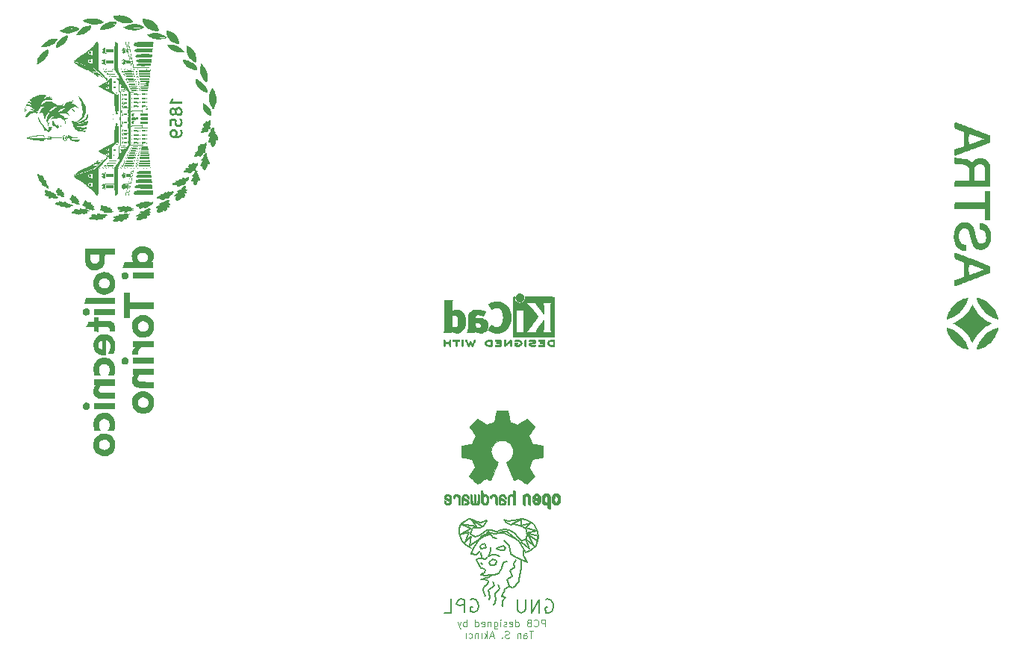
<source format=gbr>
%TF.GenerationSoftware,KiCad,Pcbnew,7.0.9*%
%TF.CreationDate,2023-11-24T00:14:36+01:00*%
%TF.ProjectId,astrasat1,61737472-6173-4617-9431-2e6b69636164,v1*%
%TF.SameCoordinates,Original*%
%TF.FileFunction,Legend,Bot*%
%TF.FilePolarity,Positive*%
%FSLAX46Y46*%
G04 Gerber Fmt 4.6, Leading zero omitted, Abs format (unit mm)*
G04 Created by KiCad (PCBNEW 7.0.9) date 2023-11-24 00:14:36*
%MOMM*%
%LPD*%
G01*
G04 APERTURE LIST*
%ADD10C,0.100000*%
%ADD11C,0.010000*%
%ADD12C,0.150000*%
G04 APERTURE END LIST*
D10*
X157273095Y-138308895D02*
X157273095Y-137508895D01*
X157273095Y-137508895D02*
X156968333Y-137508895D01*
X156968333Y-137508895D02*
X156892143Y-137546990D01*
X156892143Y-137546990D02*
X156854048Y-137585085D01*
X156854048Y-137585085D02*
X156815952Y-137661276D01*
X156815952Y-137661276D02*
X156815952Y-137775561D01*
X156815952Y-137775561D02*
X156854048Y-137851752D01*
X156854048Y-137851752D02*
X156892143Y-137889847D01*
X156892143Y-137889847D02*
X156968333Y-137927942D01*
X156968333Y-137927942D02*
X157273095Y-137927942D01*
X156015952Y-138232704D02*
X156054048Y-138270800D01*
X156054048Y-138270800D02*
X156168333Y-138308895D01*
X156168333Y-138308895D02*
X156244524Y-138308895D01*
X156244524Y-138308895D02*
X156358810Y-138270800D01*
X156358810Y-138270800D02*
X156435000Y-138194609D01*
X156435000Y-138194609D02*
X156473095Y-138118419D01*
X156473095Y-138118419D02*
X156511191Y-137966038D01*
X156511191Y-137966038D02*
X156511191Y-137851752D01*
X156511191Y-137851752D02*
X156473095Y-137699371D01*
X156473095Y-137699371D02*
X156435000Y-137623180D01*
X156435000Y-137623180D02*
X156358810Y-137546990D01*
X156358810Y-137546990D02*
X156244524Y-137508895D01*
X156244524Y-137508895D02*
X156168333Y-137508895D01*
X156168333Y-137508895D02*
X156054048Y-137546990D01*
X156054048Y-137546990D02*
X156015952Y-137585085D01*
X155406429Y-137889847D02*
X155292143Y-137927942D01*
X155292143Y-137927942D02*
X155254048Y-137966038D01*
X155254048Y-137966038D02*
X155215952Y-138042228D01*
X155215952Y-138042228D02*
X155215952Y-138156514D01*
X155215952Y-138156514D02*
X155254048Y-138232704D01*
X155254048Y-138232704D02*
X155292143Y-138270800D01*
X155292143Y-138270800D02*
X155368333Y-138308895D01*
X155368333Y-138308895D02*
X155673095Y-138308895D01*
X155673095Y-138308895D02*
X155673095Y-137508895D01*
X155673095Y-137508895D02*
X155406429Y-137508895D01*
X155406429Y-137508895D02*
X155330238Y-137546990D01*
X155330238Y-137546990D02*
X155292143Y-137585085D01*
X155292143Y-137585085D02*
X155254048Y-137661276D01*
X155254048Y-137661276D02*
X155254048Y-137737466D01*
X155254048Y-137737466D02*
X155292143Y-137813657D01*
X155292143Y-137813657D02*
X155330238Y-137851752D01*
X155330238Y-137851752D02*
X155406429Y-137889847D01*
X155406429Y-137889847D02*
X155673095Y-137889847D01*
X153920714Y-138308895D02*
X153920714Y-137508895D01*
X153920714Y-138270800D02*
X153996905Y-138308895D01*
X153996905Y-138308895D02*
X154149286Y-138308895D01*
X154149286Y-138308895D02*
X154225476Y-138270800D01*
X154225476Y-138270800D02*
X154263571Y-138232704D01*
X154263571Y-138232704D02*
X154301667Y-138156514D01*
X154301667Y-138156514D02*
X154301667Y-137927942D01*
X154301667Y-137927942D02*
X154263571Y-137851752D01*
X154263571Y-137851752D02*
X154225476Y-137813657D01*
X154225476Y-137813657D02*
X154149286Y-137775561D01*
X154149286Y-137775561D02*
X153996905Y-137775561D01*
X153996905Y-137775561D02*
X153920714Y-137813657D01*
X153234999Y-138270800D02*
X153311190Y-138308895D01*
X153311190Y-138308895D02*
X153463571Y-138308895D01*
X153463571Y-138308895D02*
X153539761Y-138270800D01*
X153539761Y-138270800D02*
X153577857Y-138194609D01*
X153577857Y-138194609D02*
X153577857Y-137889847D01*
X153577857Y-137889847D02*
X153539761Y-137813657D01*
X153539761Y-137813657D02*
X153463571Y-137775561D01*
X153463571Y-137775561D02*
X153311190Y-137775561D01*
X153311190Y-137775561D02*
X153234999Y-137813657D01*
X153234999Y-137813657D02*
X153196904Y-137889847D01*
X153196904Y-137889847D02*
X153196904Y-137966038D01*
X153196904Y-137966038D02*
X153577857Y-138042228D01*
X152892143Y-138270800D02*
X152815952Y-138308895D01*
X152815952Y-138308895D02*
X152663571Y-138308895D01*
X152663571Y-138308895D02*
X152587381Y-138270800D01*
X152587381Y-138270800D02*
X152549285Y-138194609D01*
X152549285Y-138194609D02*
X152549285Y-138156514D01*
X152549285Y-138156514D02*
X152587381Y-138080323D01*
X152587381Y-138080323D02*
X152663571Y-138042228D01*
X152663571Y-138042228D02*
X152777857Y-138042228D01*
X152777857Y-138042228D02*
X152854047Y-138004133D01*
X152854047Y-138004133D02*
X152892143Y-137927942D01*
X152892143Y-137927942D02*
X152892143Y-137889847D01*
X152892143Y-137889847D02*
X152854047Y-137813657D01*
X152854047Y-137813657D02*
X152777857Y-137775561D01*
X152777857Y-137775561D02*
X152663571Y-137775561D01*
X152663571Y-137775561D02*
X152587381Y-137813657D01*
X152206428Y-138308895D02*
X152206428Y-137775561D01*
X152206428Y-137508895D02*
X152244524Y-137546990D01*
X152244524Y-137546990D02*
X152206428Y-137585085D01*
X152206428Y-137585085D02*
X152168333Y-137546990D01*
X152168333Y-137546990D02*
X152206428Y-137508895D01*
X152206428Y-137508895D02*
X152206428Y-137585085D01*
X151482619Y-137775561D02*
X151482619Y-138423180D01*
X151482619Y-138423180D02*
X151520714Y-138499371D01*
X151520714Y-138499371D02*
X151558810Y-138537466D01*
X151558810Y-138537466D02*
X151635000Y-138575561D01*
X151635000Y-138575561D02*
X151749286Y-138575561D01*
X151749286Y-138575561D02*
X151825476Y-138537466D01*
X151482619Y-138270800D02*
X151558810Y-138308895D01*
X151558810Y-138308895D02*
X151711191Y-138308895D01*
X151711191Y-138308895D02*
X151787381Y-138270800D01*
X151787381Y-138270800D02*
X151825476Y-138232704D01*
X151825476Y-138232704D02*
X151863572Y-138156514D01*
X151863572Y-138156514D02*
X151863572Y-137927942D01*
X151863572Y-137927942D02*
X151825476Y-137851752D01*
X151825476Y-137851752D02*
X151787381Y-137813657D01*
X151787381Y-137813657D02*
X151711191Y-137775561D01*
X151711191Y-137775561D02*
X151558810Y-137775561D01*
X151558810Y-137775561D02*
X151482619Y-137813657D01*
X151101666Y-137775561D02*
X151101666Y-138308895D01*
X151101666Y-137851752D02*
X151063571Y-137813657D01*
X151063571Y-137813657D02*
X150987381Y-137775561D01*
X150987381Y-137775561D02*
X150873095Y-137775561D01*
X150873095Y-137775561D02*
X150796904Y-137813657D01*
X150796904Y-137813657D02*
X150758809Y-137889847D01*
X150758809Y-137889847D02*
X150758809Y-138308895D01*
X150073094Y-138270800D02*
X150149285Y-138308895D01*
X150149285Y-138308895D02*
X150301666Y-138308895D01*
X150301666Y-138308895D02*
X150377856Y-138270800D01*
X150377856Y-138270800D02*
X150415952Y-138194609D01*
X150415952Y-138194609D02*
X150415952Y-137889847D01*
X150415952Y-137889847D02*
X150377856Y-137813657D01*
X150377856Y-137813657D02*
X150301666Y-137775561D01*
X150301666Y-137775561D02*
X150149285Y-137775561D01*
X150149285Y-137775561D02*
X150073094Y-137813657D01*
X150073094Y-137813657D02*
X150034999Y-137889847D01*
X150034999Y-137889847D02*
X150034999Y-137966038D01*
X150034999Y-137966038D02*
X150415952Y-138042228D01*
X149349285Y-138308895D02*
X149349285Y-137508895D01*
X149349285Y-138270800D02*
X149425476Y-138308895D01*
X149425476Y-138308895D02*
X149577857Y-138308895D01*
X149577857Y-138308895D02*
X149654047Y-138270800D01*
X149654047Y-138270800D02*
X149692142Y-138232704D01*
X149692142Y-138232704D02*
X149730238Y-138156514D01*
X149730238Y-138156514D02*
X149730238Y-137927942D01*
X149730238Y-137927942D02*
X149692142Y-137851752D01*
X149692142Y-137851752D02*
X149654047Y-137813657D01*
X149654047Y-137813657D02*
X149577857Y-137775561D01*
X149577857Y-137775561D02*
X149425476Y-137775561D01*
X149425476Y-137775561D02*
X149349285Y-137813657D01*
X148358808Y-138308895D02*
X148358808Y-137508895D01*
X148358808Y-137813657D02*
X148282618Y-137775561D01*
X148282618Y-137775561D02*
X148130237Y-137775561D01*
X148130237Y-137775561D02*
X148054046Y-137813657D01*
X148054046Y-137813657D02*
X148015951Y-137851752D01*
X148015951Y-137851752D02*
X147977856Y-137927942D01*
X147977856Y-137927942D02*
X147977856Y-138156514D01*
X147977856Y-138156514D02*
X148015951Y-138232704D01*
X148015951Y-138232704D02*
X148054046Y-138270800D01*
X148054046Y-138270800D02*
X148130237Y-138308895D01*
X148130237Y-138308895D02*
X148282618Y-138308895D01*
X148282618Y-138308895D02*
X148358808Y-138270800D01*
X147711189Y-137775561D02*
X147520713Y-138308895D01*
X147330236Y-137775561D02*
X147520713Y-138308895D01*
X147520713Y-138308895D02*
X147596903Y-138499371D01*
X147596903Y-138499371D02*
X147634998Y-138537466D01*
X147634998Y-138537466D02*
X147711189Y-138575561D01*
X155920714Y-138796895D02*
X155463571Y-138796895D01*
X155692143Y-139596895D02*
X155692143Y-138796895D01*
X154854047Y-139596895D02*
X154854047Y-139177847D01*
X154854047Y-139177847D02*
X154892142Y-139101657D01*
X154892142Y-139101657D02*
X154968333Y-139063561D01*
X154968333Y-139063561D02*
X155120714Y-139063561D01*
X155120714Y-139063561D02*
X155196904Y-139101657D01*
X154854047Y-139558800D02*
X154930238Y-139596895D01*
X154930238Y-139596895D02*
X155120714Y-139596895D01*
X155120714Y-139596895D02*
X155196904Y-139558800D01*
X155196904Y-139558800D02*
X155235000Y-139482609D01*
X155235000Y-139482609D02*
X155235000Y-139406419D01*
X155235000Y-139406419D02*
X155196904Y-139330228D01*
X155196904Y-139330228D02*
X155120714Y-139292133D01*
X155120714Y-139292133D02*
X154930238Y-139292133D01*
X154930238Y-139292133D02*
X154854047Y-139254038D01*
X154473094Y-139063561D02*
X154473094Y-139596895D01*
X154473094Y-139139752D02*
X154434999Y-139101657D01*
X154434999Y-139101657D02*
X154358809Y-139063561D01*
X154358809Y-139063561D02*
X154244523Y-139063561D01*
X154244523Y-139063561D02*
X154168332Y-139101657D01*
X154168332Y-139101657D02*
X154130237Y-139177847D01*
X154130237Y-139177847D02*
X154130237Y-139596895D01*
X153177856Y-139558800D02*
X153063570Y-139596895D01*
X153063570Y-139596895D02*
X152873094Y-139596895D01*
X152873094Y-139596895D02*
X152796903Y-139558800D01*
X152796903Y-139558800D02*
X152758808Y-139520704D01*
X152758808Y-139520704D02*
X152720713Y-139444514D01*
X152720713Y-139444514D02*
X152720713Y-139368323D01*
X152720713Y-139368323D02*
X152758808Y-139292133D01*
X152758808Y-139292133D02*
X152796903Y-139254038D01*
X152796903Y-139254038D02*
X152873094Y-139215942D01*
X152873094Y-139215942D02*
X153025475Y-139177847D01*
X153025475Y-139177847D02*
X153101665Y-139139752D01*
X153101665Y-139139752D02*
X153139760Y-139101657D01*
X153139760Y-139101657D02*
X153177856Y-139025466D01*
X153177856Y-139025466D02*
X153177856Y-138949276D01*
X153177856Y-138949276D02*
X153139760Y-138873085D01*
X153139760Y-138873085D02*
X153101665Y-138834990D01*
X153101665Y-138834990D02*
X153025475Y-138796895D01*
X153025475Y-138796895D02*
X152834998Y-138796895D01*
X152834998Y-138796895D02*
X152720713Y-138834990D01*
X152377855Y-139520704D02*
X152339760Y-139558800D01*
X152339760Y-139558800D02*
X152377855Y-139596895D01*
X152377855Y-139596895D02*
X152415951Y-139558800D01*
X152415951Y-139558800D02*
X152377855Y-139520704D01*
X152377855Y-139520704D02*
X152377855Y-139596895D01*
X151425475Y-139368323D02*
X151044522Y-139368323D01*
X151501665Y-139596895D02*
X151234998Y-138796895D01*
X151234998Y-138796895D02*
X150968332Y-139596895D01*
X150701665Y-139596895D02*
X150701665Y-138796895D01*
X150625475Y-139292133D02*
X150396903Y-139596895D01*
X150396903Y-139063561D02*
X150701665Y-139368323D01*
X150054046Y-139596895D02*
X150054046Y-139063561D01*
X149673094Y-139063561D02*
X149673094Y-139596895D01*
X149673094Y-139139752D02*
X149634999Y-139101657D01*
X149634999Y-139101657D02*
X149558809Y-139063561D01*
X149558809Y-139063561D02*
X149444523Y-139063561D01*
X149444523Y-139063561D02*
X149368332Y-139101657D01*
X149368332Y-139101657D02*
X149330237Y-139177847D01*
X149330237Y-139177847D02*
X149330237Y-139596895D01*
X148606427Y-139558800D02*
X148682618Y-139596895D01*
X148682618Y-139596895D02*
X148834999Y-139596895D01*
X148834999Y-139596895D02*
X148911189Y-139558800D01*
X148911189Y-139558800D02*
X148949284Y-139520704D01*
X148949284Y-139520704D02*
X148987380Y-139444514D01*
X148987380Y-139444514D02*
X148987380Y-139215942D01*
X148987380Y-139215942D02*
X148949284Y-139139752D01*
X148949284Y-139139752D02*
X148911189Y-139101657D01*
X148911189Y-139101657D02*
X148834999Y-139063561D01*
X148834999Y-139063561D02*
X148682618Y-139063561D01*
X148682618Y-139063561D02*
X148606427Y-139101657D01*
X148263570Y-139596895D02*
X148263570Y-139063561D01*
%TO.C,REF\u002A\u002A*%
D11*
X147336725Y-123304619D02*
X147457261Y-123349393D01*
X147507388Y-123383034D01*
X147558152Y-123431236D01*
X147594362Y-123492551D01*
X147618393Y-123576024D01*
X147632618Y-123690697D01*
X147639412Y-123845613D01*
X147641149Y-124049814D01*
X147640809Y-124155341D01*
X147639101Y-124299541D01*
X147636201Y-124414620D01*
X147632384Y-124490822D01*
X147627925Y-124518391D01*
X147598909Y-124509272D01*
X147540339Y-124484509D01*
X147538581Y-124483707D01*
X147508167Y-124467785D01*
X147487712Y-124445938D01*
X147475240Y-124407672D01*
X147468777Y-124342495D01*
X147466348Y-124239913D01*
X147465977Y-124089433D01*
X147465229Y-123993974D01*
X147457256Y-123814571D01*
X147438998Y-123683163D01*
X147408526Y-123592859D01*
X147363912Y-123536767D01*
X147303226Y-123507994D01*
X147294807Y-123505989D01*
X147181139Y-123504423D01*
X147092492Y-123555348D01*
X147031265Y-123657445D01*
X147020346Y-123686961D01*
X146995458Y-123752283D01*
X146982854Y-123782300D01*
X146956969Y-123778164D01*
X146900439Y-123755717D01*
X146847715Y-123718647D01*
X146823678Y-123648587D01*
X146830847Y-123598406D01*
X146874897Y-123496618D01*
X146946123Y-123401235D01*
X147029415Y-123335269D01*
X147064310Y-123320018D01*
X147196443Y-123294521D01*
X147336725Y-123304619D01*
G36*
X147336725Y-123304619D02*
G01*
X147457261Y-123349393D01*
X147507388Y-123383034D01*
X147558152Y-123431236D01*
X147594362Y-123492551D01*
X147618393Y-123576024D01*
X147632618Y-123690697D01*
X147639412Y-123845613D01*
X147641149Y-124049814D01*
X147640809Y-124155341D01*
X147639101Y-124299541D01*
X147636201Y-124414620D01*
X147632384Y-124490822D01*
X147627925Y-124518391D01*
X147598909Y-124509272D01*
X147540339Y-124484509D01*
X147538581Y-124483707D01*
X147508167Y-124467785D01*
X147487712Y-124445938D01*
X147475240Y-124407672D01*
X147468777Y-124342495D01*
X147466348Y-124239913D01*
X147465977Y-124089433D01*
X147465229Y-123993974D01*
X147457256Y-123814571D01*
X147438998Y-123683163D01*
X147408526Y-123592859D01*
X147363912Y-123536767D01*
X147303226Y-123507994D01*
X147294807Y-123505989D01*
X147181139Y-123504423D01*
X147092492Y-123555348D01*
X147031265Y-123657445D01*
X147020346Y-123686961D01*
X146995458Y-123752283D01*
X146982854Y-123782300D01*
X146956969Y-123778164D01*
X146900439Y-123755717D01*
X146847715Y-123718647D01*
X146823678Y-123648587D01*
X146830847Y-123598406D01*
X146874897Y-123496618D01*
X146946123Y-123401235D01*
X147029415Y-123335269D01*
X147064310Y-123320018D01*
X147196443Y-123294521D01*
X147336725Y-123304619D01*
G37*
X155278487Y-123237689D02*
X155414848Y-123301770D01*
X155526598Y-123412584D01*
X155549761Y-123447273D01*
X155568973Y-123486590D01*
X155582598Y-123536145D01*
X155591877Y-123605568D01*
X155598050Y-123704490D01*
X155602357Y-123842539D01*
X155606038Y-124029346D01*
X155615180Y-124547542D01*
X155538383Y-124518344D01*
X155468068Y-124491520D01*
X155415424Y-124465706D01*
X155381060Y-124432431D01*
X155361093Y-124381510D01*
X155351639Y-124302761D01*
X155348814Y-124185999D01*
X155348736Y-124021042D01*
X155348336Y-123889558D01*
X155345951Y-123763394D01*
X155340259Y-123677223D01*
X155329961Y-123620672D01*
X155313755Y-123583370D01*
X155290345Y-123554943D01*
X155232793Y-123514827D01*
X155136112Y-123499706D01*
X155040465Y-123537917D01*
X155034152Y-123542810D01*
X155014477Y-123565413D01*
X154999963Y-123601664D01*
X154989394Y-123660511D01*
X154981555Y-123750901D01*
X154975227Y-123881779D01*
X154969195Y-124062095D01*
X154954598Y-124544907D01*
X154830517Y-124489283D01*
X154706437Y-124433659D01*
X154706437Y-123992851D01*
X154706951Y-123873098D01*
X154711380Y-123706506D01*
X154722594Y-123582468D01*
X154743272Y-123490987D01*
X154776093Y-123422066D01*
X154823736Y-123365707D01*
X154888877Y-123311914D01*
X154982571Y-123257719D01*
X155130175Y-123222339D01*
X155278487Y-123237689D01*
G36*
X155278487Y-123237689D02*
G01*
X155414848Y-123301770D01*
X155526598Y-123412584D01*
X155549761Y-123447273D01*
X155568973Y-123486590D01*
X155582598Y-123536145D01*
X155591877Y-123605568D01*
X155598050Y-123704490D01*
X155602357Y-123842539D01*
X155606038Y-124029346D01*
X155615180Y-124547542D01*
X155538383Y-124518344D01*
X155468068Y-124491520D01*
X155415424Y-124465706D01*
X155381060Y-124432431D01*
X155361093Y-124381510D01*
X155351639Y-124302761D01*
X155348814Y-124185999D01*
X155348736Y-124021042D01*
X155348336Y-123889558D01*
X155345951Y-123763394D01*
X155340259Y-123677223D01*
X155329961Y-123620672D01*
X155313755Y-123583370D01*
X155290345Y-123554943D01*
X155232793Y-123514827D01*
X155136112Y-123499706D01*
X155040465Y-123537917D01*
X155034152Y-123542810D01*
X155014477Y-123565413D01*
X154999963Y-123601664D01*
X154989394Y-123660511D01*
X154981555Y-123750901D01*
X154975227Y-123881779D01*
X154969195Y-124062095D01*
X154954598Y-124544907D01*
X154830517Y-124489283D01*
X154706437Y-124433659D01*
X154706437Y-123992851D01*
X154706951Y-123873098D01*
X154711380Y-123706506D01*
X154722594Y-123582468D01*
X154743272Y-123490987D01*
X154776093Y-123422066D01*
X154823736Y-123365707D01*
X154888877Y-123311914D01*
X154982571Y-123257719D01*
X155130175Y-123222339D01*
X155278487Y-123237689D01*
G37*
X151610872Y-123335536D02*
X151620090Y-123340638D01*
X151695381Y-123399080D01*
X151762698Y-123474215D01*
X151774439Y-123491196D01*
X151796883Y-123530825D01*
X151812918Y-123577858D01*
X151823945Y-123642492D01*
X151831365Y-123734923D01*
X151836579Y-123865349D01*
X151840989Y-124043965D01*
X151841614Y-124074162D01*
X151843620Y-124269941D01*
X151840792Y-124408603D01*
X151833088Y-124491103D01*
X151820466Y-124518391D01*
X151782267Y-124510220D01*
X151717374Y-124485463D01*
X151702094Y-124478223D01*
X151678227Y-124461835D01*
X151661769Y-124434893D01*
X151651005Y-124387833D01*
X151644219Y-124311088D01*
X151639693Y-124195095D01*
X151635713Y-124030287D01*
X151634622Y-123982112D01*
X151630407Y-123829960D01*
X151624936Y-123723476D01*
X151616554Y-123652565D01*
X151603606Y-123607129D01*
X151584439Y-123577072D01*
X151557398Y-123552296D01*
X151477337Y-123508861D01*
X151378846Y-123500498D01*
X151290719Y-123533734D01*
X151227314Y-123602548D01*
X151202988Y-123700920D01*
X151202311Y-123727658D01*
X151189024Y-123776065D01*
X151149796Y-123783450D01*
X151072983Y-123754624D01*
X151055192Y-123745378D01*
X151007109Y-123691006D01*
X151006157Y-123610161D01*
X151051968Y-123498352D01*
X151093990Y-123437419D01*
X151201435Y-123350859D01*
X151334057Y-123301920D01*
X151475867Y-123295260D01*
X151610872Y-123335536D01*
G36*
X151610872Y-123335536D02*
G01*
X151620090Y-123340638D01*
X151695381Y-123399080D01*
X151762698Y-123474215D01*
X151774439Y-123491196D01*
X151796883Y-123530825D01*
X151812918Y-123577858D01*
X151823945Y-123642492D01*
X151831365Y-123734923D01*
X151836579Y-123865349D01*
X151840989Y-124043965D01*
X151841614Y-124074162D01*
X151843620Y-124269941D01*
X151840792Y-124408603D01*
X151833088Y-124491103D01*
X151820466Y-124518391D01*
X151782267Y-124510220D01*
X151717374Y-124485463D01*
X151702094Y-124478223D01*
X151678227Y-124461835D01*
X151661769Y-124434893D01*
X151651005Y-124387833D01*
X151644219Y-124311088D01*
X151639693Y-124195095D01*
X151635713Y-124030287D01*
X151634622Y-123982112D01*
X151630407Y-123829960D01*
X151624936Y-123723476D01*
X151616554Y-123652565D01*
X151603606Y-123607129D01*
X151584439Y-123577072D01*
X151557398Y-123552296D01*
X151477337Y-123508861D01*
X151378846Y-123500498D01*
X151290719Y-123533734D01*
X151227314Y-123602548D01*
X151202988Y-123700920D01*
X151202311Y-123727658D01*
X151189024Y-123776065D01*
X151149796Y-123783450D01*
X151072983Y-123754624D01*
X151055192Y-123745378D01*
X151007109Y-123691006D01*
X151006157Y-123610161D01*
X151051968Y-123498352D01*
X151093990Y-123437419D01*
X151201435Y-123350859D01*
X151334057Y-123301920D01*
X151475867Y-123295260D01*
X151610872Y-123335536D01*
G37*
X149692410Y-123300970D02*
X149756442Y-123326066D01*
X149830805Y-123359947D01*
X149830805Y-124338727D01*
X149738415Y-124431117D01*
X149717310Y-124451835D01*
X149658847Y-124497885D01*
X149599886Y-124512801D01*
X149512150Y-124505934D01*
X149476429Y-124501494D01*
X149384301Y-124492102D01*
X149319885Y-124488361D01*
X149300778Y-124488933D01*
X149222390Y-124495126D01*
X149127620Y-124505934D01*
X149097298Y-124509647D01*
X149020911Y-124511107D01*
X148965022Y-124488047D01*
X148901355Y-124431117D01*
X148808965Y-124338727D01*
X148808965Y-123815455D01*
X148809685Y-123660821D01*
X148811929Y-123513391D01*
X148815421Y-123396653D01*
X148819876Y-123319840D01*
X148825013Y-123292184D01*
X148826090Y-123292258D01*
X148863407Y-123306019D01*
X148926457Y-123336344D01*
X149011854Y-123380505D01*
X149019893Y-123839965D01*
X149027931Y-124299425D01*
X149203103Y-124299425D01*
X149211092Y-123795805D01*
X149213624Y-123658904D01*
X149217249Y-123512579D01*
X149221177Y-123396411D01*
X149225080Y-123319809D01*
X149228632Y-123292184D01*
X149229653Y-123292281D01*
X149265051Y-123302443D01*
X149330126Y-123324235D01*
X149422069Y-123356287D01*
X149422516Y-123798661D01*
X149422964Y-123875507D01*
X149426069Y-124024834D01*
X149431622Y-124149544D01*
X149439033Y-124238379D01*
X149447714Y-124280083D01*
X149478771Y-124302389D01*
X149542152Y-124309278D01*
X149611839Y-124299425D01*
X149619827Y-123795805D01*
X149622686Y-123667828D01*
X149628614Y-123516348D01*
X149636365Y-123397530D01*
X149645343Y-123319950D01*
X149654948Y-123292184D01*
X149692410Y-123300970D01*
G36*
X149692410Y-123300970D02*
G01*
X149756442Y-123326066D01*
X149830805Y-123359947D01*
X149830805Y-124338727D01*
X149738415Y-124431117D01*
X149717310Y-124451835D01*
X149658847Y-124497885D01*
X149599886Y-124512801D01*
X149512150Y-124505934D01*
X149476429Y-124501494D01*
X149384301Y-124492102D01*
X149319885Y-124488361D01*
X149300778Y-124488933D01*
X149222390Y-124495126D01*
X149127620Y-124505934D01*
X149097298Y-124509647D01*
X149020911Y-124511107D01*
X148965022Y-124488047D01*
X148901355Y-124431117D01*
X148808965Y-124338727D01*
X148808965Y-123815455D01*
X148809685Y-123660821D01*
X148811929Y-123513391D01*
X148815421Y-123396653D01*
X148819876Y-123319840D01*
X148825013Y-123292184D01*
X148826090Y-123292258D01*
X148863407Y-123306019D01*
X148926457Y-123336344D01*
X149011854Y-123380505D01*
X149019893Y-123839965D01*
X149027931Y-124299425D01*
X149203103Y-124299425D01*
X149211092Y-123795805D01*
X149213624Y-123658904D01*
X149217249Y-123512579D01*
X149221177Y-123396411D01*
X149225080Y-123319809D01*
X149228632Y-123292184D01*
X149229653Y-123292281D01*
X149265051Y-123302443D01*
X149330126Y-123324235D01*
X149422069Y-123356287D01*
X149422516Y-123798661D01*
X149422964Y-123875507D01*
X149426069Y-124024834D01*
X149431622Y-124149544D01*
X149439033Y-124238379D01*
X149447714Y-124280083D01*
X149478771Y-124302389D01*
X149542152Y-124309278D01*
X149611839Y-124299425D01*
X149619827Y-123795805D01*
X149622686Y-123667828D01*
X149628614Y-123516348D01*
X149636365Y-123397530D01*
X149645343Y-123319950D01*
X149654948Y-123292184D01*
X149692410Y-123300970D01*
G37*
X153764885Y-122898997D02*
X153859770Y-122939020D01*
X153859770Y-123728706D01*
X153859769Y-123737920D01*
X153859377Y-123945083D01*
X153858329Y-124131432D01*
X153856722Y-124289453D01*
X153854655Y-124411630D01*
X153852225Y-124490448D01*
X153849529Y-124518391D01*
X153848475Y-124518297D01*
X153812647Y-124508144D01*
X153747345Y-124486339D01*
X153655402Y-124454288D01*
X153655402Y-124042991D01*
X153654818Y-123881385D01*
X153652104Y-123764177D01*
X153645858Y-123684415D01*
X153634680Y-123631531D01*
X153617168Y-123594957D01*
X153591922Y-123564123D01*
X153574710Y-123547725D01*
X153481636Y-123502307D01*
X153379051Y-123506328D01*
X153285043Y-123560032D01*
X153271358Y-123573359D01*
X153249439Y-123601032D01*
X153234440Y-123637614D01*
X153225053Y-123693000D01*
X153219968Y-123777088D01*
X153217877Y-123899773D01*
X153217471Y-124070951D01*
X153217276Y-124157769D01*
X153216010Y-124300565D01*
X153213761Y-124414923D01*
X153210758Y-124490860D01*
X153207230Y-124518391D01*
X153206176Y-124518297D01*
X153170348Y-124508144D01*
X153105046Y-124486339D01*
X153013103Y-124454288D01*
X153013149Y-124041109D01*
X153013218Y-124004326D01*
X153017081Y-123812580D01*
X153028950Y-123667586D01*
X153051725Y-123559510D01*
X153088307Y-123478519D01*
X153141595Y-123414778D01*
X153214490Y-123358455D01*
X153285586Y-123323199D01*
X153399255Y-123295946D01*
X153511060Y-123294398D01*
X153597011Y-123320910D01*
X153603473Y-123324571D01*
X153623401Y-123324179D01*
X153637019Y-123293506D01*
X153646846Y-123223188D01*
X153655402Y-123103857D01*
X153670000Y-122858973D01*
X153764885Y-122898997D01*
G36*
X153764885Y-122898997D02*
G01*
X153859770Y-122939020D01*
X153859770Y-123728706D01*
X153859769Y-123737920D01*
X153859377Y-123945083D01*
X153858329Y-124131432D01*
X153856722Y-124289453D01*
X153854655Y-124411630D01*
X153852225Y-124490448D01*
X153849529Y-124518391D01*
X153848475Y-124518297D01*
X153812647Y-124508144D01*
X153747345Y-124486339D01*
X153655402Y-124454288D01*
X153655402Y-124042991D01*
X153654818Y-123881385D01*
X153652104Y-123764177D01*
X153645858Y-123684415D01*
X153634680Y-123631531D01*
X153617168Y-123594957D01*
X153591922Y-123564123D01*
X153574710Y-123547725D01*
X153481636Y-123502307D01*
X153379051Y-123506328D01*
X153285043Y-123560032D01*
X153271358Y-123573359D01*
X153249439Y-123601032D01*
X153234440Y-123637614D01*
X153225053Y-123693000D01*
X153219968Y-123777088D01*
X153217877Y-123899773D01*
X153217471Y-124070951D01*
X153217276Y-124157769D01*
X153216010Y-124300565D01*
X153213761Y-124414923D01*
X153210758Y-124490860D01*
X153207230Y-124518391D01*
X153206176Y-124518297D01*
X153170348Y-124508144D01*
X153105046Y-124486339D01*
X153013103Y-124454288D01*
X153013149Y-124041109D01*
X153013218Y-124004326D01*
X153017081Y-123812580D01*
X153028950Y-123667586D01*
X153051725Y-123559510D01*
X153088307Y-123478519D01*
X153141595Y-123414778D01*
X153214490Y-123358455D01*
X153285586Y-123323199D01*
X153399255Y-123295946D01*
X153511060Y-123294398D01*
X153597011Y-123320910D01*
X153603473Y-123324571D01*
X153623401Y-123324179D01*
X153637019Y-123293506D01*
X153646846Y-123223188D01*
X153655402Y-123103857D01*
X153670000Y-122858973D01*
X153764885Y-122898997D01*
G37*
X158968965Y-123876092D02*
X158968938Y-123907744D01*
X158967355Y-124048918D01*
X158961916Y-124147285D01*
X158950643Y-124215990D01*
X158931561Y-124268181D01*
X158902694Y-124317004D01*
X158895592Y-124327135D01*
X158820444Y-124407012D01*
X158734820Y-124467253D01*
X158690852Y-124486802D01*
X158532861Y-124519408D01*
X158376613Y-124498317D01*
X158232618Y-124426249D01*
X158111385Y-124305922D01*
X158101150Y-124289803D01*
X158067847Y-124196205D01*
X158045405Y-124065879D01*
X158034516Y-123915371D01*
X158035740Y-123776147D01*
X158330384Y-123776147D01*
X158332706Y-123969020D01*
X158333639Y-123981433D01*
X158347242Y-124087857D01*
X158371465Y-124155346D01*
X158412365Y-124201584D01*
X158480941Y-124244895D01*
X158548764Y-124247172D01*
X158618621Y-124197241D01*
X158630771Y-124184102D01*
X158654575Y-124144785D01*
X158668628Y-124087674D01*
X158675313Y-123999256D01*
X158677011Y-123866019D01*
X158674101Y-123741222D01*
X158659582Y-123622326D01*
X158629610Y-123547184D01*
X158580589Y-123507893D01*
X158508924Y-123496552D01*
X158481632Y-123498807D01*
X158405176Y-123540160D01*
X158354650Y-123632900D01*
X158330384Y-123776147D01*
X158035740Y-123776147D01*
X158035871Y-123761227D01*
X158050161Y-123619992D01*
X158078075Y-123508213D01*
X158113949Y-123433766D01*
X158214939Y-123317968D01*
X158351779Y-123246015D01*
X158519283Y-123221281D01*
X158564019Y-123222619D01*
X158695758Y-123250008D01*
X158803968Y-123319007D01*
X158903276Y-123437864D01*
X158909184Y-123446681D01*
X158935921Y-123494108D01*
X158953312Y-123547714D01*
X158963312Y-123620549D01*
X158967878Y-123725659D01*
X158968893Y-123866019D01*
X158968965Y-123876092D01*
G36*
X158968965Y-123876092D02*
G01*
X158968938Y-123907744D01*
X158967355Y-124048918D01*
X158961916Y-124147285D01*
X158950643Y-124215990D01*
X158931561Y-124268181D01*
X158902694Y-124317004D01*
X158895592Y-124327135D01*
X158820444Y-124407012D01*
X158734820Y-124467253D01*
X158690852Y-124486802D01*
X158532861Y-124519408D01*
X158376613Y-124498317D01*
X158232618Y-124426249D01*
X158111385Y-124305922D01*
X158101150Y-124289803D01*
X158067847Y-124196205D01*
X158045405Y-124065879D01*
X158034516Y-123915371D01*
X158035740Y-123776147D01*
X158330384Y-123776147D01*
X158332706Y-123969020D01*
X158333639Y-123981433D01*
X158347242Y-124087857D01*
X158371465Y-124155346D01*
X158412365Y-124201584D01*
X158480941Y-124244895D01*
X158548764Y-124247172D01*
X158618621Y-124197241D01*
X158630771Y-124184102D01*
X158654575Y-124144785D01*
X158668628Y-124087674D01*
X158675313Y-123999256D01*
X158677011Y-123866019D01*
X158674101Y-123741222D01*
X158659582Y-123622326D01*
X158629610Y-123547184D01*
X158580589Y-123507893D01*
X158508924Y-123496552D01*
X158481632Y-123498807D01*
X158405176Y-123540160D01*
X158354650Y-123632900D01*
X158330384Y-123776147D01*
X158035740Y-123776147D01*
X158035871Y-123761227D01*
X158050161Y-123619992D01*
X158078075Y-123508213D01*
X158113949Y-123433766D01*
X158214939Y-123317968D01*
X158351779Y-123246015D01*
X158519283Y-123221281D01*
X158564019Y-123222619D01*
X158695758Y-123250008D01*
X158803968Y-123319007D01*
X158903276Y-123437864D01*
X158909184Y-123446681D01*
X158935921Y-123494108D01*
X158953312Y-123547714D01*
X158963312Y-123620549D01*
X158967878Y-123725659D01*
X158968893Y-123866019D01*
X158968965Y-123876092D01*
G37*
X146648313Y-123911136D02*
X146647744Y-123988946D01*
X146640612Y-124142254D01*
X146621948Y-124254441D01*
X146587537Y-124337554D01*
X146533162Y-124403641D01*
X146454610Y-124464747D01*
X146404630Y-124492535D01*
X146324513Y-124511251D01*
X146211970Y-124509774D01*
X146149050Y-124503845D01*
X146073153Y-124485742D01*
X146012487Y-124446391D01*
X145941912Y-124373066D01*
X145932482Y-124362356D01*
X145869034Y-124279938D01*
X145838762Y-124208156D01*
X145831034Y-124123034D01*
X145831034Y-123997946D01*
X145918447Y-124030940D01*
X145982175Y-124069509D01*
X146037567Y-124160008D01*
X146049131Y-124188983D01*
X146113788Y-124271041D01*
X146201804Y-124312347D01*
X146297637Y-124308633D01*
X146385747Y-124255632D01*
X146416028Y-124222582D01*
X146443489Y-124172720D01*
X146434899Y-124127416D01*
X146385463Y-124080790D01*
X146290389Y-124026958D01*
X146144885Y-123960039D01*
X145845632Y-123829056D01*
X145837691Y-123699298D01*
X145840676Y-123616649D01*
X146035652Y-123616649D01*
X146050453Y-123667815D01*
X146117797Y-123722442D01*
X146240027Y-123784597D01*
X146260253Y-123793601D01*
X146356970Y-123835493D01*
X146429334Y-123864958D01*
X146462961Y-123876092D01*
X146468056Y-123867896D01*
X146470101Y-123817853D01*
X146462812Y-123737414D01*
X146444452Y-123658753D01*
X146387188Y-123559651D01*
X146304524Y-123503808D01*
X146205784Y-123496250D01*
X146100289Y-123542000D01*
X146071053Y-123564876D01*
X146035652Y-123616649D01*
X145840676Y-123616649D01*
X145841196Y-123602255D01*
X145885336Y-123479617D01*
X145941050Y-123412034D01*
X146056561Y-123336540D01*
X146193588Y-123298403D01*
X146335237Y-123301422D01*
X146464617Y-123349393D01*
X146493099Y-123367813D01*
X146558428Y-123424811D01*
X146603106Y-123496916D01*
X146630641Y-123594853D01*
X146644541Y-123729351D01*
X146646378Y-123817853D01*
X146648313Y-123911136D01*
G36*
X146648313Y-123911136D02*
G01*
X146647744Y-123988946D01*
X146640612Y-124142254D01*
X146621948Y-124254441D01*
X146587537Y-124337554D01*
X146533162Y-124403641D01*
X146454610Y-124464747D01*
X146404630Y-124492535D01*
X146324513Y-124511251D01*
X146211970Y-124509774D01*
X146149050Y-124503845D01*
X146073153Y-124485742D01*
X146012487Y-124446391D01*
X145941912Y-124373066D01*
X145932482Y-124362356D01*
X145869034Y-124279938D01*
X145838762Y-124208156D01*
X145831034Y-124123034D01*
X145831034Y-123997946D01*
X145918447Y-124030940D01*
X145982175Y-124069509D01*
X146037567Y-124160008D01*
X146049131Y-124188983D01*
X146113788Y-124271041D01*
X146201804Y-124312347D01*
X146297637Y-124308633D01*
X146385747Y-124255632D01*
X146416028Y-124222582D01*
X146443489Y-124172720D01*
X146434899Y-124127416D01*
X146385463Y-124080790D01*
X146290389Y-124026958D01*
X146144885Y-123960039D01*
X145845632Y-123829056D01*
X145837691Y-123699298D01*
X145840676Y-123616649D01*
X146035652Y-123616649D01*
X146050453Y-123667815D01*
X146117797Y-123722442D01*
X146240027Y-123784597D01*
X146260253Y-123793601D01*
X146356970Y-123835493D01*
X146429334Y-123864958D01*
X146462961Y-123876092D01*
X146468056Y-123867896D01*
X146470101Y-123817853D01*
X146462812Y-123737414D01*
X146444452Y-123658753D01*
X146387188Y-123559651D01*
X146304524Y-123503808D01*
X146205784Y-123496250D01*
X146100289Y-123542000D01*
X146071053Y-123564876D01*
X146035652Y-123616649D01*
X145840676Y-123616649D01*
X145841196Y-123602255D01*
X145885336Y-123479617D01*
X145941050Y-123412034D01*
X146056561Y-123336540D01*
X146193588Y-123298403D01*
X146335237Y-123301422D01*
X146464617Y-123349393D01*
X146493099Y-123367813D01*
X146558428Y-123424811D01*
X146603106Y-123496916D01*
X146630641Y-123594853D01*
X146644541Y-123729351D01*
X146646378Y-123817853D01*
X146648313Y-123911136D01*
G37*
X150852553Y-123905287D02*
X150850219Y-124019135D01*
X150833739Y-124174320D01*
X150797883Y-124290612D01*
X150738455Y-124379411D01*
X150651257Y-124452119D01*
X150568195Y-124494150D01*
X150428709Y-124517538D01*
X150289412Y-124491965D01*
X150163510Y-124420694D01*
X150064210Y-124306991D01*
X150052219Y-124286024D01*
X150036384Y-124249291D01*
X150024638Y-124202415D01*
X150016378Y-124137355D01*
X150010998Y-124046070D01*
X150007892Y-123920519D01*
X150007797Y-123909379D01*
X150210345Y-123909379D01*
X150211035Y-124015644D01*
X150215400Y-124111762D01*
X150226192Y-124173811D01*
X150246126Y-124215502D01*
X150277916Y-124250543D01*
X150285364Y-124257279D01*
X150381060Y-124306992D01*
X150482312Y-124301905D01*
X150576614Y-124242362D01*
X150604694Y-124211514D01*
X150628196Y-124170618D01*
X150641322Y-124114080D01*
X150647030Y-124027657D01*
X150648276Y-123897106D01*
X150647661Y-123797487D01*
X150643407Y-123700251D01*
X150632682Y-123637502D01*
X150612707Y-123595382D01*
X150580704Y-123560032D01*
X150561905Y-123544114D01*
X150464492Y-123501235D01*
X150362437Y-123507985D01*
X150273825Y-123564123D01*
X150254749Y-123586382D01*
X150231486Y-123628293D01*
X150218036Y-123686822D01*
X150211841Y-123775880D01*
X150210345Y-123909379D01*
X150007797Y-123909379D01*
X150006457Y-123752661D01*
X150006086Y-123534455D01*
X150005977Y-122857072D01*
X150100862Y-122896819D01*
X150125949Y-122907699D01*
X150165881Y-122932268D01*
X150188739Y-122969475D01*
X150201301Y-123034541D01*
X150210345Y-123142687D01*
X150218605Y-123239788D01*
X150229523Y-123303535D01*
X150245165Y-123327323D01*
X150268736Y-123320943D01*
X150328801Y-123298525D01*
X150436145Y-123292967D01*
X150551624Y-123313728D01*
X150651257Y-123358455D01*
X150706072Y-123399856D01*
X150776452Y-123480632D01*
X150821528Y-123584195D01*
X150845496Y-123721947D01*
X150852239Y-123897106D01*
X150852553Y-123905287D01*
G36*
X150852553Y-123905287D02*
G01*
X150850219Y-124019135D01*
X150833739Y-124174320D01*
X150797883Y-124290612D01*
X150738455Y-124379411D01*
X150651257Y-124452119D01*
X150568195Y-124494150D01*
X150428709Y-124517538D01*
X150289412Y-124491965D01*
X150163510Y-124420694D01*
X150064210Y-124306991D01*
X150052219Y-124286024D01*
X150036384Y-124249291D01*
X150024638Y-124202415D01*
X150016378Y-124137355D01*
X150010998Y-124046070D01*
X150007892Y-123920519D01*
X150007797Y-123909379D01*
X150210345Y-123909379D01*
X150211035Y-124015644D01*
X150215400Y-124111762D01*
X150226192Y-124173811D01*
X150246126Y-124215502D01*
X150277916Y-124250543D01*
X150285364Y-124257279D01*
X150381060Y-124306992D01*
X150482312Y-124301905D01*
X150576614Y-124242362D01*
X150604694Y-124211514D01*
X150628196Y-124170618D01*
X150641322Y-124114080D01*
X150647030Y-124027657D01*
X150648276Y-123897106D01*
X150647661Y-123797487D01*
X150643407Y-123700251D01*
X150632682Y-123637502D01*
X150612707Y-123595382D01*
X150580704Y-123560032D01*
X150561905Y-123544114D01*
X150464492Y-123501235D01*
X150362437Y-123507985D01*
X150273825Y-123564123D01*
X150254749Y-123586382D01*
X150231486Y-123628293D01*
X150218036Y-123686822D01*
X150211841Y-123775880D01*
X150210345Y-123909379D01*
X150007797Y-123909379D01*
X150006457Y-123752661D01*
X150006086Y-123534455D01*
X150005977Y-122857072D01*
X150100862Y-122896819D01*
X150125949Y-122907699D01*
X150165881Y-122932268D01*
X150188739Y-122969475D01*
X150201301Y-123034541D01*
X150210345Y-123142687D01*
X150218605Y-123239788D01*
X150229523Y-123303535D01*
X150245165Y-123327323D01*
X150268736Y-123320943D01*
X150328801Y-123298525D01*
X150436145Y-123292967D01*
X150551624Y-123313728D01*
X150651257Y-123358455D01*
X150706072Y-123399856D01*
X150776452Y-123480632D01*
X150821528Y-123584195D01*
X150845496Y-123721947D01*
X150852239Y-123897106D01*
X150852553Y-123905287D01*
G37*
X156749452Y-123793329D02*
X156740168Y-124014639D01*
X156734926Y-124061526D01*
X156695868Y-124228409D01*
X156625290Y-124355326D01*
X156517955Y-124452602D01*
X156511888Y-124456616D01*
X156375440Y-124513706D01*
X156232973Y-124518786D01*
X156095696Y-124475311D01*
X155974819Y-124386734D01*
X155881552Y-124256509D01*
X155879986Y-124253369D01*
X155848993Y-124172501D01*
X155826292Y-124080593D01*
X155814250Y-123994311D01*
X155815237Y-123930321D01*
X155831623Y-123905287D01*
X155846179Y-123906809D01*
X155915792Y-123934496D01*
X155994697Y-123985409D01*
X156061820Y-124044343D01*
X156096087Y-124096094D01*
X156131707Y-124166291D01*
X156204711Y-124230138D01*
X156289485Y-124255632D01*
X156320558Y-124248261D01*
X156381891Y-124211154D01*
X156435315Y-124159644D01*
X156458161Y-124112913D01*
X156458154Y-124112740D01*
X156432233Y-124091280D01*
X156363127Y-124052565D01*
X156261249Y-124002037D01*
X156137011Y-123945134D01*
X156136328Y-123944833D01*
X156001355Y-123884738D01*
X155910884Y-123841440D01*
X155856039Y-123808179D01*
X155827944Y-123778194D01*
X155817724Y-123744726D01*
X155816503Y-123701015D01*
X155824996Y-123618244D01*
X156113219Y-123618244D01*
X156142970Y-123644265D01*
X156217101Y-123683256D01*
X156219274Y-123684359D01*
X156306733Y-123726009D01*
X156384974Y-123759235D01*
X156434611Y-123773291D01*
X156454521Y-123754503D01*
X156458161Y-123690124D01*
X156443035Y-123610001D01*
X156390597Y-123537189D01*
X156314677Y-123499439D01*
X156230040Y-123503251D01*
X156151447Y-123555121D01*
X156120555Y-123590965D01*
X156113219Y-123618244D01*
X155824996Y-123618244D01*
X155827251Y-123596265D01*
X155880389Y-123453949D01*
X155969342Y-123342111D01*
X156084448Y-123264676D01*
X156216045Y-123225568D01*
X156354472Y-123228711D01*
X156490065Y-123278030D01*
X156613164Y-123377447D01*
X156681366Y-123475829D01*
X156730356Y-123616261D01*
X156738322Y-123690124D01*
X156749452Y-123793329D01*
G36*
X156749452Y-123793329D02*
G01*
X156740168Y-124014639D01*
X156734926Y-124061526D01*
X156695868Y-124228409D01*
X156625290Y-124355326D01*
X156517955Y-124452602D01*
X156511888Y-124456616D01*
X156375440Y-124513706D01*
X156232973Y-124518786D01*
X156095696Y-124475311D01*
X155974819Y-124386734D01*
X155881552Y-124256509D01*
X155879986Y-124253369D01*
X155848993Y-124172501D01*
X155826292Y-124080593D01*
X155814250Y-123994311D01*
X155815237Y-123930321D01*
X155831623Y-123905287D01*
X155846179Y-123906809D01*
X155915792Y-123934496D01*
X155994697Y-123985409D01*
X156061820Y-124044343D01*
X156096087Y-124096094D01*
X156131707Y-124166291D01*
X156204711Y-124230138D01*
X156289485Y-124255632D01*
X156320558Y-124248261D01*
X156381891Y-124211154D01*
X156435315Y-124159644D01*
X156458161Y-124112913D01*
X156458154Y-124112740D01*
X156432233Y-124091280D01*
X156363127Y-124052565D01*
X156261249Y-124002037D01*
X156137011Y-123945134D01*
X156136328Y-123944833D01*
X156001355Y-123884738D01*
X155910884Y-123841440D01*
X155856039Y-123808179D01*
X155827944Y-123778194D01*
X155817724Y-123744726D01*
X155816503Y-123701015D01*
X155824996Y-123618244D01*
X156113219Y-123618244D01*
X156142970Y-123644265D01*
X156217101Y-123683256D01*
X156219274Y-123684359D01*
X156306733Y-123726009D01*
X156384974Y-123759235D01*
X156434611Y-123773291D01*
X156454521Y-123754503D01*
X156458161Y-123690124D01*
X156443035Y-123610001D01*
X156390597Y-123537189D01*
X156314677Y-123499439D01*
X156230040Y-123503251D01*
X156151447Y-123555121D01*
X156120555Y-123590965D01*
X156113219Y-123618244D01*
X155824996Y-123618244D01*
X155827251Y-123596265D01*
X155880389Y-123453949D01*
X155969342Y-123342111D01*
X156084448Y-123264676D01*
X156216045Y-123225568D01*
X156354472Y-123228711D01*
X156490065Y-123278030D01*
X156613164Y-123377447D01*
X156681366Y-123475829D01*
X156730356Y-123616261D01*
X156738322Y-123690124D01*
X156749452Y-123793329D01*
G37*
X152579995Y-123323674D02*
X152680355Y-123382191D01*
X152724505Y-123427784D01*
X152809347Y-123564072D01*
X152837931Y-123712658D01*
X152837931Y-123814882D01*
X152743963Y-123775372D01*
X152678977Y-123735504D01*
X152627763Y-123652734D01*
X152622504Y-123635669D01*
X152565903Y-123548724D01*
X152480594Y-123501758D01*
X152382641Y-123499741D01*
X152288106Y-123547644D01*
X152273993Y-123559998D01*
X152226797Y-123613683D01*
X152219003Y-123660488D01*
X152254706Y-123706446D01*
X152338003Y-123757588D01*
X152472988Y-123819948D01*
X152482118Y-123823897D01*
X152631969Y-123893772D01*
X152734316Y-123955672D01*
X152797320Y-124017476D01*
X152829138Y-124087062D01*
X152837931Y-124172308D01*
X152826409Y-124266816D01*
X152768228Y-124387785D01*
X152665875Y-124474688D01*
X152591843Y-124500778D01*
X152487367Y-124515055D01*
X152385917Y-124512006D01*
X152313472Y-124490467D01*
X152305777Y-124485104D01*
X152285341Y-124447632D01*
X152299522Y-124381591D01*
X152324161Y-124329753D01*
X152363670Y-124308172D01*
X152438602Y-124309246D01*
X152542630Y-124303055D01*
X152610605Y-124260311D01*
X152633563Y-124181189D01*
X152633542Y-124178916D01*
X152619629Y-124132986D01*
X152572303Y-124090845D01*
X152480287Y-124042272D01*
X152355151Y-123983790D01*
X152272268Y-123951975D01*
X152224420Y-123954025D01*
X152202063Y-123996051D01*
X152195649Y-124084162D01*
X152195632Y-124224469D01*
X152194917Y-124311081D01*
X152191635Y-124418041D01*
X152186300Y-124491250D01*
X152179585Y-124518391D01*
X152177790Y-124518206D01*
X152138982Y-124503498D01*
X152074709Y-124472456D01*
X151985880Y-124426521D01*
X151996436Y-124012628D01*
X151997171Y-123985179D01*
X152005555Y-123792517D01*
X152020366Y-123647309D01*
X152044629Y-123539887D01*
X152081364Y-123460584D01*
X152133597Y-123399730D01*
X152204348Y-123347658D01*
X152205657Y-123346842D01*
X152320056Y-123304360D01*
X152452365Y-123297184D01*
X152579995Y-123323674D01*
G36*
X152579995Y-123323674D02*
G01*
X152680355Y-123382191D01*
X152724505Y-123427784D01*
X152809347Y-123564072D01*
X152837931Y-123712658D01*
X152837931Y-123814882D01*
X152743963Y-123775372D01*
X152678977Y-123735504D01*
X152627763Y-123652734D01*
X152622504Y-123635669D01*
X152565903Y-123548724D01*
X152480594Y-123501758D01*
X152382641Y-123499741D01*
X152288106Y-123547644D01*
X152273993Y-123559998D01*
X152226797Y-123613683D01*
X152219003Y-123660488D01*
X152254706Y-123706446D01*
X152338003Y-123757588D01*
X152472988Y-123819948D01*
X152482118Y-123823897D01*
X152631969Y-123893772D01*
X152734316Y-123955672D01*
X152797320Y-124017476D01*
X152829138Y-124087062D01*
X152837931Y-124172308D01*
X152826409Y-124266816D01*
X152768228Y-124387785D01*
X152665875Y-124474688D01*
X152591843Y-124500778D01*
X152487367Y-124515055D01*
X152385917Y-124512006D01*
X152313472Y-124490467D01*
X152305777Y-124485104D01*
X152285341Y-124447632D01*
X152299522Y-124381591D01*
X152324161Y-124329753D01*
X152363670Y-124308172D01*
X152438602Y-124309246D01*
X152542630Y-124303055D01*
X152610605Y-124260311D01*
X152633563Y-124181189D01*
X152633542Y-124178916D01*
X152619629Y-124132986D01*
X152572303Y-124090845D01*
X152480287Y-124042272D01*
X152355151Y-123983790D01*
X152272268Y-123951975D01*
X152224420Y-123954025D01*
X152202063Y-123996051D01*
X152195649Y-124084162D01*
X152195632Y-124224469D01*
X152194917Y-124311081D01*
X152191635Y-124418041D01*
X152186300Y-124491250D01*
X152179585Y-124518391D01*
X152177790Y-124518206D01*
X152138982Y-124503498D01*
X152074709Y-124472456D01*
X151985880Y-124426521D01*
X151996436Y-124012628D01*
X151997171Y-123985179D01*
X152005555Y-123792517D01*
X152020366Y-123647309D01*
X152044629Y-123539887D01*
X152081364Y-123460584D01*
X152133597Y-123399730D01*
X152204348Y-123347658D01*
X152205657Y-123346842D01*
X152320056Y-123304360D01*
X152452365Y-123297184D01*
X152579995Y-123323674D01*
G37*
X157850778Y-124009502D02*
X157853668Y-124233736D01*
X157854471Y-124298785D01*
X157857040Y-124516260D01*
X157857556Y-124682672D01*
X157854437Y-124803846D01*
X157846100Y-124885607D01*
X157830962Y-124933781D01*
X157807441Y-124954194D01*
X157773956Y-124952672D01*
X157728923Y-124935039D01*
X157670761Y-124907121D01*
X157658332Y-124901164D01*
X157606578Y-124872006D01*
X157579550Y-124837314D01*
X157569207Y-124779470D01*
X157567509Y-124680857D01*
X157567433Y-124503793D01*
X157385038Y-124503793D01*
X157272840Y-124498880D01*
X157184620Y-124478953D01*
X157111358Y-124438678D01*
X157105896Y-124434741D01*
X157031558Y-124368243D01*
X156979823Y-124287908D01*
X156947196Y-124182758D01*
X156930182Y-124041815D01*
X156926030Y-123882588D01*
X157217241Y-123882588D01*
X157217291Y-123909276D01*
X157220064Y-124029738D01*
X157228967Y-124108484D01*
X157246617Y-124159618D01*
X157275632Y-124197241D01*
X157277440Y-124199038D01*
X157348753Y-124247720D01*
X157417865Y-124242921D01*
X157495925Y-124183971D01*
X157515019Y-124163823D01*
X157543142Y-124122515D01*
X157559000Y-124068787D01*
X157566009Y-123987326D01*
X157567586Y-123862821D01*
X157566220Y-123787445D01*
X157551402Y-123650362D01*
X157517579Y-123560548D01*
X157461389Y-123511460D01*
X157379472Y-123496552D01*
X157344956Y-123499729D01*
X157285235Y-123531254D01*
X157245752Y-123601505D01*
X157223942Y-123716583D01*
X157217241Y-123882588D01*
X156926030Y-123882588D01*
X156925287Y-123854101D01*
X156926371Y-123717122D01*
X156931307Y-123613364D01*
X156942272Y-123541412D01*
X156961438Y-123487500D01*
X156990977Y-123437864D01*
X157018092Y-123399931D01*
X157116550Y-123297522D01*
X157228100Y-123241903D01*
X157368246Y-123224297D01*
X157528635Y-123241847D01*
X157667288Y-123304797D01*
X157776951Y-123415824D01*
X157785218Y-123427578D01*
X157804499Y-123458813D01*
X157819269Y-123494507D01*
X157830254Y-123542364D01*
X157838174Y-123610087D01*
X157843753Y-123705382D01*
X157847713Y-123835952D01*
X157848188Y-123862821D01*
X157850778Y-124009502D01*
G36*
X157850778Y-124009502D02*
G01*
X157853668Y-124233736D01*
X157854471Y-124298785D01*
X157857040Y-124516260D01*
X157857556Y-124682672D01*
X157854437Y-124803846D01*
X157846100Y-124885607D01*
X157830962Y-124933781D01*
X157807441Y-124954194D01*
X157773956Y-124952672D01*
X157728923Y-124935039D01*
X157670761Y-124907121D01*
X157658332Y-124901164D01*
X157606578Y-124872006D01*
X157579550Y-124837314D01*
X157569207Y-124779470D01*
X157567509Y-124680857D01*
X157567433Y-124503793D01*
X157385038Y-124503793D01*
X157272840Y-124498880D01*
X157184620Y-124478953D01*
X157111358Y-124438678D01*
X157105896Y-124434741D01*
X157031558Y-124368243D01*
X156979823Y-124287908D01*
X156947196Y-124182758D01*
X156930182Y-124041815D01*
X156926030Y-123882588D01*
X157217241Y-123882588D01*
X157217291Y-123909276D01*
X157220064Y-124029738D01*
X157228967Y-124108484D01*
X157246617Y-124159618D01*
X157275632Y-124197241D01*
X157277440Y-124199038D01*
X157348753Y-124247720D01*
X157417865Y-124242921D01*
X157495925Y-124183971D01*
X157515019Y-124163823D01*
X157543142Y-124122515D01*
X157559000Y-124068787D01*
X157566009Y-123987326D01*
X157567586Y-123862821D01*
X157566220Y-123787445D01*
X157551402Y-123650362D01*
X157517579Y-123560548D01*
X157461389Y-123511460D01*
X157379472Y-123496552D01*
X157344956Y-123499729D01*
X157285235Y-123531254D01*
X157245752Y-123601505D01*
X157223942Y-123716583D01*
X157217241Y-123882588D01*
X156926030Y-123882588D01*
X156925287Y-123854101D01*
X156926371Y-123717122D01*
X156931307Y-123613364D01*
X156942272Y-123541412D01*
X156961438Y-123487500D01*
X156990977Y-123437864D01*
X157018092Y-123399931D01*
X157116550Y-123297522D01*
X157228100Y-123241903D01*
X157368246Y-123224297D01*
X157528635Y-123241847D01*
X157667288Y-123304797D01*
X157776951Y-123415824D01*
X157785218Y-123427578D01*
X157804499Y-123458813D01*
X157819269Y-123494507D01*
X157830254Y-123542364D01*
X157838174Y-123610087D01*
X157843753Y-123705382D01*
X157847713Y-123835952D01*
X157848188Y-123862821D01*
X157850778Y-124009502D01*
G37*
X148311628Y-123294810D02*
X148374194Y-123310702D01*
X148432446Y-123350322D01*
X148507418Y-123424076D01*
X148555633Y-123476163D01*
X148605858Y-123543786D01*
X148628510Y-123607168D01*
X148633793Y-123687584D01*
X148633793Y-123819201D01*
X148544035Y-123772785D01*
X148472904Y-123716225D01*
X148424183Y-123640040D01*
X148415814Y-123619326D01*
X148352056Y-123539041D01*
X148263470Y-123498784D01*
X148166873Y-123502702D01*
X148079080Y-123554943D01*
X148041936Y-123597370D01*
X148020300Y-123651647D01*
X148043461Y-123699954D01*
X148115479Y-123748545D01*
X148240410Y-123803677D01*
X148259368Y-123811292D01*
X148373105Y-123861125D01*
X148470706Y-123910265D01*
X148532803Y-123949080D01*
X148594999Y-124018411D01*
X148636346Y-124129051D01*
X148631957Y-124247782D01*
X148583037Y-124360148D01*
X148490797Y-124451690D01*
X148416110Y-124490658D01*
X148271832Y-124517944D01*
X148191656Y-124514263D01*
X148117435Y-124494360D01*
X148088960Y-124452598D01*
X148099608Y-124383820D01*
X148102705Y-124374726D01*
X148127268Y-124326498D01*
X148168165Y-124308245D01*
X148246079Y-124309466D01*
X148301091Y-124311126D01*
X148365459Y-124296881D01*
X148409561Y-124254292D01*
X148434680Y-124201857D01*
X148437481Y-124146929D01*
X148437352Y-124146608D01*
X148404785Y-124116928D01*
X148335083Y-124073735D01*
X148244898Y-124025461D01*
X148150883Y-123980539D01*
X148069689Y-123947402D01*
X148017968Y-123934483D01*
X148010274Y-123947134D01*
X148000588Y-124006668D01*
X147993954Y-124103887D01*
X147991494Y-124226437D01*
X147990922Y-124311263D01*
X147988225Y-124418094D01*
X147983821Y-124491257D01*
X147978270Y-124518391D01*
X147949254Y-124509272D01*
X147890684Y-124484509D01*
X147816322Y-124450627D01*
X147816322Y-124015933D01*
X147816797Y-123904508D01*
X147821293Y-123735301D01*
X147832747Y-123609769D01*
X147853828Y-123518363D01*
X147887206Y-123451532D01*
X147935550Y-123399726D01*
X148001531Y-123353393D01*
X148085594Y-123315156D01*
X148240807Y-123292184D01*
X148311628Y-123294810D01*
G36*
X148311628Y-123294810D02*
G01*
X148374194Y-123310702D01*
X148432446Y-123350322D01*
X148507418Y-123424076D01*
X148555633Y-123476163D01*
X148605858Y-123543786D01*
X148628510Y-123607168D01*
X148633793Y-123687584D01*
X148633793Y-123819201D01*
X148544035Y-123772785D01*
X148472904Y-123716225D01*
X148424183Y-123640040D01*
X148415814Y-123619326D01*
X148352056Y-123539041D01*
X148263470Y-123498784D01*
X148166873Y-123502702D01*
X148079080Y-123554943D01*
X148041936Y-123597370D01*
X148020300Y-123651647D01*
X148043461Y-123699954D01*
X148115479Y-123748545D01*
X148240410Y-123803677D01*
X148259368Y-123811292D01*
X148373105Y-123861125D01*
X148470706Y-123910265D01*
X148532803Y-123949080D01*
X148594999Y-124018411D01*
X148636346Y-124129051D01*
X148631957Y-124247782D01*
X148583037Y-124360148D01*
X148490797Y-124451690D01*
X148416110Y-124490658D01*
X148271832Y-124517944D01*
X148191656Y-124514263D01*
X148117435Y-124494360D01*
X148088960Y-124452598D01*
X148099608Y-124383820D01*
X148102705Y-124374726D01*
X148127268Y-124326498D01*
X148168165Y-124308245D01*
X148246079Y-124309466D01*
X148301091Y-124311126D01*
X148365459Y-124296881D01*
X148409561Y-124254292D01*
X148434680Y-124201857D01*
X148437481Y-124146929D01*
X148437352Y-124146608D01*
X148404785Y-124116928D01*
X148335083Y-124073735D01*
X148244898Y-124025461D01*
X148150883Y-123980539D01*
X148069689Y-123947402D01*
X148017968Y-123934483D01*
X148010274Y-123947134D01*
X148000588Y-124006668D01*
X147993954Y-124103887D01*
X147991494Y-124226437D01*
X147990922Y-124311263D01*
X147988225Y-124418094D01*
X147983821Y-124491257D01*
X147978270Y-124518391D01*
X147949254Y-124509272D01*
X147890684Y-124484509D01*
X147816322Y-124450627D01*
X147816322Y-124015933D01*
X147816797Y-123904508D01*
X147821293Y-123735301D01*
X147832747Y-123609769D01*
X147853828Y-123518363D01*
X147887206Y-123451532D01*
X147935550Y-123399726D01*
X148001531Y-123353393D01*
X148085594Y-123315156D01*
X148240807Y-123292184D01*
X148311628Y-123294810D01*
G37*
X152629175Y-113833045D02*
X152781895Y-113834039D01*
X152891792Y-113836593D01*
X152966235Y-113841445D01*
X153012594Y-113849331D01*
X153038239Y-113860988D01*
X153050539Y-113877153D01*
X153056865Y-113898563D01*
X153057047Y-113899332D01*
X153067441Y-113949663D01*
X153086339Y-114046888D01*
X153111802Y-114180810D01*
X153141890Y-114341235D01*
X153174664Y-114517967D01*
X153177337Y-114532428D01*
X153210010Y-114703959D01*
X153240413Y-114854625D01*
X153266568Y-114975267D01*
X153286496Y-115056729D01*
X153298220Y-115089852D01*
X153298282Y-115089905D01*
X153335229Y-115108229D01*
X153411057Y-115138677D01*
X153509425Y-115174685D01*
X153514965Y-115176640D01*
X153640724Y-115224170D01*
X153787011Y-115283783D01*
X153923293Y-115343056D01*
X154147390Y-115444765D01*
X154643618Y-115105897D01*
X154678570Y-115082063D01*
X154828280Y-114980755D01*
X154961867Y-114891575D01*
X155071343Y-114819773D01*
X155148718Y-114770603D01*
X155186004Y-114749317D01*
X155211552Y-114754196D01*
X155269555Y-114792002D01*
X155359195Y-114866870D01*
X155482957Y-114980903D01*
X155643328Y-115136205D01*
X155657679Y-115150341D01*
X155784933Y-115276999D01*
X155897969Y-115391745D01*
X155989867Y-115487391D01*
X156053707Y-115556746D01*
X156082570Y-115592620D01*
X156082664Y-115592794D01*
X156086331Y-115620106D01*
X156072808Y-115664408D01*
X156038684Y-115731761D01*
X155980548Y-115828226D01*
X155894988Y-115959863D01*
X155778594Y-116132734D01*
X155758759Y-116161912D01*
X155658445Y-116309726D01*
X155569923Y-116440577D01*
X155498465Y-116546643D01*
X155449343Y-116620102D01*
X155427831Y-116653130D01*
X155426208Y-116660126D01*
X155436387Y-116712326D01*
X155466879Y-116797561D01*
X155512712Y-116901291D01*
X155575000Y-117036951D01*
X155644548Y-117197921D01*
X155703609Y-117343621D01*
X155718252Y-117381333D01*
X155756600Y-117477622D01*
X155784770Y-117544704D01*
X155797497Y-117569885D01*
X155811545Y-117571767D01*
X155874681Y-117582651D01*
X155978019Y-117601449D01*
X156110809Y-117626115D01*
X156262297Y-117654604D01*
X156421732Y-117684873D01*
X156578361Y-117714875D01*
X156721433Y-117742566D01*
X156840195Y-117765900D01*
X156923896Y-117782833D01*
X156961782Y-117791320D01*
X156968063Y-117793713D01*
X156983373Y-117806619D01*
X156994763Y-117834096D01*
X157002803Y-117883446D01*
X157008064Y-117961973D01*
X157011116Y-118076980D01*
X157012529Y-118235770D01*
X157012873Y-118445645D01*
X157012873Y-119083906D01*
X156859598Y-119114160D01*
X156841057Y-119117785D01*
X156742596Y-119136569D01*
X156606448Y-119162093D01*
X156448087Y-119191468D01*
X156282988Y-119221806D01*
X156217973Y-119234009D01*
X156072697Y-119263697D01*
X155951626Y-119291770D01*
X155865886Y-119315536D01*
X155826601Y-119332301D01*
X155808799Y-119359694D01*
X155776389Y-119432174D01*
X155743234Y-119525977D01*
X155731564Y-119561103D01*
X155688604Y-119676409D01*
X155633192Y-119812876D01*
X155574353Y-119947954D01*
X155542884Y-120018509D01*
X155498051Y-120123895D01*
X155467240Y-120202818D01*
X155455785Y-120242053D01*
X155456422Y-120245014D01*
X155478150Y-120286639D01*
X155527146Y-120366969D01*
X155598438Y-120478220D01*
X155687054Y-120612605D01*
X155788023Y-120762340D01*
X156120261Y-121249931D01*
X155683771Y-121687149D01*
X155641555Y-121729221D01*
X155512470Y-121855153D01*
X155397107Y-121963754D01*
X155302224Y-122048903D01*
X155234582Y-122104482D01*
X155200938Y-122124368D01*
X155164402Y-122109238D01*
X155087890Y-122065801D01*
X154980196Y-121999270D01*
X154849767Y-121914867D01*
X154705052Y-121817816D01*
X154562910Y-121721964D01*
X154434678Y-121637557D01*
X154330054Y-121570850D01*
X154257171Y-121527024D01*
X154224158Y-121511264D01*
X154222223Y-121511408D01*
X154178369Y-121526945D01*
X154100598Y-121563121D01*
X154004392Y-121612785D01*
X154003381Y-121613329D01*
X153875605Y-121677326D01*
X153788051Y-121708591D01*
X153733726Y-121708677D01*
X153705641Y-121679138D01*
X153693752Y-121650061D01*
X153661668Y-121572188D01*
X153612247Y-121452475D01*
X153548118Y-121297286D01*
X153471911Y-121112984D01*
X153386255Y-120905933D01*
X153293781Y-120682496D01*
X153209962Y-120479226D01*
X153124678Y-120270649D01*
X153049222Y-120084263D01*
X152986126Y-119926407D01*
X152937923Y-119803419D01*
X152907144Y-119721639D01*
X152896322Y-119687406D01*
X152916991Y-119656015D01*
X152974409Y-119603602D01*
X153055688Y-119542704D01*
X153250820Y-119383387D01*
X153425445Y-119179807D01*
X153553235Y-118955808D01*
X153633402Y-118718003D01*
X153665160Y-118473007D01*
X153647722Y-118227433D01*
X153580301Y-117987895D01*
X153462111Y-117761007D01*
X153292364Y-117553383D01*
X153203856Y-117472527D01*
X152991804Y-117329559D01*
X152764905Y-117236352D01*
X152529791Y-117190687D01*
X152293094Y-117190344D01*
X152061446Y-117233105D01*
X151841478Y-117316750D01*
X151639822Y-117439061D01*
X151463111Y-117597817D01*
X151317977Y-117790801D01*
X151211050Y-118015793D01*
X151148964Y-118270575D01*
X151137569Y-118393377D01*
X151153246Y-118659434D01*
X151223846Y-118911856D01*
X151347282Y-119146182D01*
X151521466Y-119357952D01*
X151744311Y-119542704D01*
X151822561Y-119601123D01*
X151881244Y-119654110D01*
X151903678Y-119687356D01*
X151894732Y-119716339D01*
X151865703Y-119793996D01*
X151819026Y-119913451D01*
X151757231Y-120068362D01*
X151682850Y-120252392D01*
X151598412Y-120459200D01*
X151506449Y-120682446D01*
X151422771Y-120884742D01*
X151336366Y-121093686D01*
X151259138Y-121280498D01*
X151193716Y-121438814D01*
X151142731Y-121562269D01*
X151108812Y-121644498D01*
X151094590Y-121679138D01*
X151094425Y-121679548D01*
X151065972Y-121708798D01*
X151011382Y-121708463D01*
X150923609Y-121676980D01*
X150795608Y-121612785D01*
X150785532Y-121607380D01*
X150690481Y-121558750D01*
X150615424Y-121524328D01*
X150575842Y-121511264D01*
X150543400Y-121526702D01*
X150470895Y-121570258D01*
X150366565Y-121636751D01*
X150238539Y-121720998D01*
X150094948Y-121817816D01*
X149953468Y-121912734D01*
X149822611Y-121997490D01*
X149714292Y-122064496D01*
X149636960Y-122108529D01*
X149599062Y-122124368D01*
X149592607Y-122122357D01*
X149547609Y-122090658D01*
X149470727Y-122025181D01*
X149368721Y-121932048D01*
X149248351Y-121817381D01*
X149116379Y-121687300D01*
X148680039Y-121250232D01*
X149359733Y-120250440D01*
X149256402Y-120026886D01*
X149256096Y-120026225D01*
X149194046Y-119883714D01*
X149130640Y-119725018D01*
X149079558Y-119584368D01*
X149071827Y-119561683D01*
X149032852Y-119456370D01*
X148997707Y-119374534D01*
X148973195Y-119332301D01*
X148963212Y-119326337D01*
X148903286Y-119306329D01*
X148801532Y-119280442D01*
X148669068Y-119251370D01*
X148517011Y-119221806D01*
X148471466Y-119213467D01*
X148306685Y-119183107D01*
X148152930Y-119154509D01*
X148025678Y-119130564D01*
X147940402Y-119114160D01*
X147787126Y-119083906D01*
X147787126Y-118445645D01*
X147787160Y-118367165D01*
X147787808Y-118175703D01*
X147789720Y-118032812D01*
X147793469Y-117931189D01*
X147799622Y-117863531D01*
X147808751Y-117822536D01*
X147821427Y-117800900D01*
X147838218Y-117791320D01*
X147854474Y-117787439D01*
X147920748Y-117773710D01*
X148026479Y-117752745D01*
X148160915Y-117726588D01*
X148313302Y-117697283D01*
X148472890Y-117666877D01*
X148628925Y-117637413D01*
X148770657Y-117610937D01*
X148887331Y-117589494D01*
X148968197Y-117575128D01*
X149002503Y-117569885D01*
X149004822Y-117566720D01*
X149023474Y-117525642D01*
X149055753Y-117447044D01*
X149096391Y-117343621D01*
X149152788Y-117204273D01*
X149222214Y-117043226D01*
X149287288Y-116901291D01*
X149302202Y-116869432D01*
X149344047Y-116769669D01*
X149369118Y-116692721D01*
X149372426Y-116653130D01*
X149370720Y-116650325D01*
X149343631Y-116609005D01*
X149289927Y-116528740D01*
X149214877Y-116417350D01*
X149123746Y-116282655D01*
X149021800Y-116132476D01*
X148906930Y-115961851D01*
X148820761Y-115829311D01*
X148762131Y-115732112D01*
X148727650Y-115664234D01*
X148713926Y-115619656D01*
X148717568Y-115592361D01*
X148718794Y-115590313D01*
X148751747Y-115550536D01*
X148818927Y-115478052D01*
X148913419Y-115380046D01*
X149028306Y-115263702D01*
X149156672Y-115136205D01*
X149289831Y-115006821D01*
X149420269Y-114885209D01*
X149516119Y-114803156D01*
X149579866Y-114758560D01*
X149613996Y-114749317D01*
X149618456Y-114751393D01*
X149665421Y-114779385D01*
X149750685Y-114834084D01*
X149866259Y-114910237D01*
X150004154Y-115002592D01*
X150156381Y-115105897D01*
X150652610Y-115444765D01*
X150876707Y-115343056D01*
X150883219Y-115340109D01*
X151020804Y-115280504D01*
X151166767Y-115221222D01*
X151290575Y-115174685D01*
X151291122Y-115174493D01*
X151389414Y-115138497D01*
X151465081Y-115108095D01*
X151501780Y-115089852D01*
X151502374Y-115089190D01*
X151514833Y-115051831D01*
X151535336Y-114966871D01*
X151561907Y-114843469D01*
X151592567Y-114690782D01*
X151625336Y-114517967D01*
X151626478Y-114511774D01*
X151659193Y-114335431D01*
X151689155Y-114175743D01*
X151714425Y-114042905D01*
X151733065Y-113947113D01*
X151743135Y-113898563D01*
X151743779Y-113895873D01*
X151750408Y-113875088D01*
X151763841Y-113859466D01*
X151791446Y-113848270D01*
X151840593Y-113840762D01*
X151918653Y-113836205D01*
X152032994Y-113833863D01*
X152190986Y-113832998D01*
X152400000Y-113832874D01*
X152426262Y-113832874D01*
X152629175Y-113833045D01*
G36*
X152629175Y-113833045D02*
G01*
X152781895Y-113834039D01*
X152891792Y-113836593D01*
X152966235Y-113841445D01*
X153012594Y-113849331D01*
X153038239Y-113860988D01*
X153050539Y-113877153D01*
X153056865Y-113898563D01*
X153057047Y-113899332D01*
X153067441Y-113949663D01*
X153086339Y-114046888D01*
X153111802Y-114180810D01*
X153141890Y-114341235D01*
X153174664Y-114517967D01*
X153177337Y-114532428D01*
X153210010Y-114703959D01*
X153240413Y-114854625D01*
X153266568Y-114975267D01*
X153286496Y-115056729D01*
X153298220Y-115089852D01*
X153298282Y-115089905D01*
X153335229Y-115108229D01*
X153411057Y-115138677D01*
X153509425Y-115174685D01*
X153514965Y-115176640D01*
X153640724Y-115224170D01*
X153787011Y-115283783D01*
X153923293Y-115343056D01*
X154147390Y-115444765D01*
X154643618Y-115105897D01*
X154678570Y-115082063D01*
X154828280Y-114980755D01*
X154961867Y-114891575D01*
X155071343Y-114819773D01*
X155148718Y-114770603D01*
X155186004Y-114749317D01*
X155211552Y-114754196D01*
X155269555Y-114792002D01*
X155359195Y-114866870D01*
X155482957Y-114980903D01*
X155643328Y-115136205D01*
X155657679Y-115150341D01*
X155784933Y-115276999D01*
X155897969Y-115391745D01*
X155989867Y-115487391D01*
X156053707Y-115556746D01*
X156082570Y-115592620D01*
X156082664Y-115592794D01*
X156086331Y-115620106D01*
X156072808Y-115664408D01*
X156038684Y-115731761D01*
X155980548Y-115828226D01*
X155894988Y-115959863D01*
X155778594Y-116132734D01*
X155758759Y-116161912D01*
X155658445Y-116309726D01*
X155569923Y-116440577D01*
X155498465Y-116546643D01*
X155449343Y-116620102D01*
X155427831Y-116653130D01*
X155426208Y-116660126D01*
X155436387Y-116712326D01*
X155466879Y-116797561D01*
X155512712Y-116901291D01*
X155575000Y-117036951D01*
X155644548Y-117197921D01*
X155703609Y-117343621D01*
X155718252Y-117381333D01*
X155756600Y-117477622D01*
X155784770Y-117544704D01*
X155797497Y-117569885D01*
X155811545Y-117571767D01*
X155874681Y-117582651D01*
X155978019Y-117601449D01*
X156110809Y-117626115D01*
X156262297Y-117654604D01*
X156421732Y-117684873D01*
X156578361Y-117714875D01*
X156721433Y-117742566D01*
X156840195Y-117765900D01*
X156923896Y-117782833D01*
X156961782Y-117791320D01*
X156968063Y-117793713D01*
X156983373Y-117806619D01*
X156994763Y-117834096D01*
X157002803Y-117883446D01*
X157008064Y-117961973D01*
X157011116Y-118076980D01*
X157012529Y-118235770D01*
X157012873Y-118445645D01*
X157012873Y-119083906D01*
X156859598Y-119114160D01*
X156841057Y-119117785D01*
X156742596Y-119136569D01*
X156606448Y-119162093D01*
X156448087Y-119191468D01*
X156282988Y-119221806D01*
X156217973Y-119234009D01*
X156072697Y-119263697D01*
X155951626Y-119291770D01*
X155865886Y-119315536D01*
X155826601Y-119332301D01*
X155808799Y-119359694D01*
X155776389Y-119432174D01*
X155743234Y-119525977D01*
X155731564Y-119561103D01*
X155688604Y-119676409D01*
X155633192Y-119812876D01*
X155574353Y-119947954D01*
X155542884Y-120018509D01*
X155498051Y-120123895D01*
X155467240Y-120202818D01*
X155455785Y-120242053D01*
X155456422Y-120245014D01*
X155478150Y-120286639D01*
X155527146Y-120366969D01*
X155598438Y-120478220D01*
X155687054Y-120612605D01*
X155788023Y-120762340D01*
X156120261Y-121249931D01*
X155683771Y-121687149D01*
X155641555Y-121729221D01*
X155512470Y-121855153D01*
X155397107Y-121963754D01*
X155302224Y-122048903D01*
X155234582Y-122104482D01*
X155200938Y-122124368D01*
X155164402Y-122109238D01*
X155087890Y-122065801D01*
X154980196Y-121999270D01*
X154849767Y-121914867D01*
X154705052Y-121817816D01*
X154562910Y-121721964D01*
X154434678Y-121637557D01*
X154330054Y-121570850D01*
X154257171Y-121527024D01*
X154224158Y-121511264D01*
X154222223Y-121511408D01*
X154178369Y-121526945D01*
X154100598Y-121563121D01*
X154004392Y-121612785D01*
X154003381Y-121613329D01*
X153875605Y-121677326D01*
X153788051Y-121708591D01*
X153733726Y-121708677D01*
X153705641Y-121679138D01*
X153693752Y-121650061D01*
X153661668Y-121572188D01*
X153612247Y-121452475D01*
X153548118Y-121297286D01*
X153471911Y-121112984D01*
X153386255Y-120905933D01*
X153293781Y-120682496D01*
X153209962Y-120479226D01*
X153124678Y-120270649D01*
X153049222Y-120084263D01*
X152986126Y-119926407D01*
X152937923Y-119803419D01*
X152907144Y-119721639D01*
X152896322Y-119687406D01*
X152916991Y-119656015D01*
X152974409Y-119603602D01*
X153055688Y-119542704D01*
X153250820Y-119383387D01*
X153425445Y-119179807D01*
X153553235Y-118955808D01*
X153633402Y-118718003D01*
X153665160Y-118473007D01*
X153647722Y-118227433D01*
X153580301Y-117987895D01*
X153462111Y-117761007D01*
X153292364Y-117553383D01*
X153203856Y-117472527D01*
X152991804Y-117329559D01*
X152764905Y-117236352D01*
X152529791Y-117190687D01*
X152293094Y-117190344D01*
X152061446Y-117233105D01*
X151841478Y-117316750D01*
X151639822Y-117439061D01*
X151463111Y-117597817D01*
X151317977Y-117790801D01*
X151211050Y-118015793D01*
X151148964Y-118270575D01*
X151137569Y-118393377D01*
X151153246Y-118659434D01*
X151223846Y-118911856D01*
X151347282Y-119146182D01*
X151521466Y-119357952D01*
X151744311Y-119542704D01*
X151822561Y-119601123D01*
X151881244Y-119654110D01*
X151903678Y-119687356D01*
X151894732Y-119716339D01*
X151865703Y-119793996D01*
X151819026Y-119913451D01*
X151757231Y-120068362D01*
X151682850Y-120252392D01*
X151598412Y-120459200D01*
X151506449Y-120682446D01*
X151422771Y-120884742D01*
X151336366Y-121093686D01*
X151259138Y-121280498D01*
X151193716Y-121438814D01*
X151142731Y-121562269D01*
X151108812Y-121644498D01*
X151094590Y-121679138D01*
X151094425Y-121679548D01*
X151065972Y-121708798D01*
X151011382Y-121708463D01*
X150923609Y-121676980D01*
X150795608Y-121612785D01*
X150785532Y-121607380D01*
X150690481Y-121558750D01*
X150615424Y-121524328D01*
X150575842Y-121511264D01*
X150543400Y-121526702D01*
X150470895Y-121570258D01*
X150366565Y-121636751D01*
X150238539Y-121720998D01*
X150094948Y-121817816D01*
X149953468Y-121912734D01*
X149822611Y-121997490D01*
X149714292Y-122064496D01*
X149636960Y-122108529D01*
X149599062Y-122124368D01*
X149592607Y-122122357D01*
X149547609Y-122090658D01*
X149470727Y-122025181D01*
X149368721Y-121932048D01*
X149248351Y-121817381D01*
X149116379Y-121687300D01*
X148680039Y-121250232D01*
X149359733Y-120250440D01*
X149256402Y-120026886D01*
X149256096Y-120026225D01*
X149194046Y-119883714D01*
X149130640Y-119725018D01*
X149079558Y-119584368D01*
X149071827Y-119561683D01*
X149032852Y-119456370D01*
X148997707Y-119374534D01*
X148973195Y-119332301D01*
X148963212Y-119326337D01*
X148903286Y-119306329D01*
X148801532Y-119280442D01*
X148669068Y-119251370D01*
X148517011Y-119221806D01*
X148471466Y-119213467D01*
X148306685Y-119183107D01*
X148152930Y-119154509D01*
X148025678Y-119130564D01*
X147940402Y-119114160D01*
X147787126Y-119083906D01*
X147787126Y-118445645D01*
X147787160Y-118367165D01*
X147787808Y-118175703D01*
X147789720Y-118032812D01*
X147793469Y-117931189D01*
X147799622Y-117863531D01*
X147808751Y-117822536D01*
X147821427Y-117800900D01*
X147838218Y-117791320D01*
X147854474Y-117787439D01*
X147920748Y-117773710D01*
X148026479Y-117752745D01*
X148160915Y-117726588D01*
X148313302Y-117697283D01*
X148472890Y-117666877D01*
X148628925Y-117637413D01*
X148770657Y-117610937D01*
X148887331Y-117589494D01*
X148968197Y-117575128D01*
X149002503Y-117569885D01*
X149004822Y-117566720D01*
X149023474Y-117525642D01*
X149055753Y-117447044D01*
X149096391Y-117343621D01*
X149152788Y-117204273D01*
X149222214Y-117043226D01*
X149287288Y-116901291D01*
X149302202Y-116869432D01*
X149344047Y-116769669D01*
X149369118Y-116692721D01*
X149372426Y-116653130D01*
X149370720Y-116650325D01*
X149343631Y-116609005D01*
X149289927Y-116528740D01*
X149214877Y-116417350D01*
X149123746Y-116282655D01*
X149021800Y-116132476D01*
X148906930Y-115961851D01*
X148820761Y-115829311D01*
X148762131Y-115732112D01*
X148727650Y-115664234D01*
X148713926Y-115619656D01*
X148717568Y-115592361D01*
X148718794Y-115590313D01*
X148751747Y-115550536D01*
X148818927Y-115478052D01*
X148913419Y-115380046D01*
X149028306Y-115263702D01*
X149156672Y-115136205D01*
X149289831Y-115006821D01*
X149420269Y-114885209D01*
X149516119Y-114803156D01*
X149579866Y-114758560D01*
X149613996Y-114749317D01*
X149618456Y-114751393D01*
X149665421Y-114779385D01*
X149750685Y-114834084D01*
X149866259Y-114910237D01*
X150004154Y-115002592D01*
X150156381Y-115105897D01*
X150652610Y-115444765D01*
X150876707Y-115343056D01*
X150883219Y-115340109D01*
X151020804Y-115280504D01*
X151166767Y-115221222D01*
X151290575Y-115174685D01*
X151291122Y-115174493D01*
X151389414Y-115138497D01*
X151465081Y-115108095D01*
X151501780Y-115089852D01*
X151502374Y-115089190D01*
X151514833Y-115051831D01*
X151535336Y-114966871D01*
X151561907Y-114843469D01*
X151592567Y-114690782D01*
X151625336Y-114517967D01*
X151626478Y-114511774D01*
X151659193Y-114335431D01*
X151689155Y-114175743D01*
X151714425Y-114042905D01*
X151733065Y-113947113D01*
X151743135Y-113898563D01*
X151743779Y-113895873D01*
X151750408Y-113875088D01*
X151763841Y-113859466D01*
X151791446Y-113848270D01*
X151840593Y-113840762D01*
X151918653Y-113836205D01*
X152032994Y-113833863D01*
X152190986Y-113832998D01*
X152400000Y-113832874D01*
X152426262Y-113832874D01*
X152629175Y-113833045D01*
G37*
%TO.C,G\u002A\u002A\u002A*%
G36*
X111259542Y-85007733D02*
G01*
X111250972Y-85016303D01*
X111242403Y-85007733D01*
X111250972Y-84999164D01*
X111259542Y-85007733D01*
G37*
G36*
X104024235Y-77790577D02*
G01*
X104027724Y-77792854D01*
X104043508Y-77809788D01*
X104036464Y-77817922D01*
X104032609Y-77816390D01*
X104016677Y-77798135D01*
X104012507Y-77788557D01*
X104024235Y-77790577D01*
G37*
G36*
X108328772Y-72924737D02*
G01*
X108328772Y-73001863D01*
X108123104Y-73001863D01*
X107917436Y-73001863D01*
X107917436Y-72924737D01*
X107917436Y-72847612D01*
X108123104Y-72847612D01*
X108328772Y-72847612D01*
X108328772Y-72924737D01*
G37*
G36*
X107883158Y-72924737D02*
G01*
X107883158Y-73001863D01*
X107677490Y-73001863D01*
X107471822Y-73001863D01*
X107471822Y-72924737D01*
X107471822Y-72847612D01*
X107677490Y-72847612D01*
X107883158Y-72847612D01*
X107883158Y-72924737D01*
G37*
G36*
X108328772Y-73104697D02*
G01*
X108328772Y-73190392D01*
X108123104Y-73190392D01*
X107917436Y-73190392D01*
X107917436Y-73104697D01*
X107917436Y-73019002D01*
X108123104Y-73019002D01*
X108328772Y-73019002D01*
X108328772Y-73104697D01*
G37*
G36*
X107883158Y-73104153D02*
G01*
X107883158Y-73190392D01*
X107676551Y-73190392D01*
X107469944Y-73190392D01*
X107475168Y-73108982D01*
X107480392Y-73027571D01*
X107681775Y-73022743D01*
X107883158Y-73017914D01*
X107883158Y-73104153D01*
G37*
G36*
X105792200Y-73216100D02*
G01*
X105792200Y-73310365D01*
X105663658Y-73310365D01*
X105535115Y-73310365D01*
X105535115Y-73216100D01*
X105535115Y-73121836D01*
X105663658Y-73121836D01*
X105792200Y-73121836D01*
X105792200Y-73216100D01*
G37*
G36*
X108328772Y-74158745D02*
G01*
X108328772Y-74235871D01*
X108123104Y-74235871D01*
X107917436Y-74235871D01*
X107917436Y-74158745D01*
X107917436Y-74081620D01*
X108123104Y-74081620D01*
X108328772Y-74081620D01*
X108328772Y-74158745D01*
G37*
G36*
X107883158Y-74158745D02*
G01*
X107883158Y-74235871D01*
X107677490Y-74235871D01*
X107471822Y-74235871D01*
X107471822Y-74158745D01*
X107471822Y-74081620D01*
X107677490Y-74081620D01*
X107883158Y-74081620D01*
X107883158Y-74158745D01*
G37*
G36*
X105792200Y-74210162D02*
G01*
X105792200Y-74304427D01*
X105663658Y-74304427D01*
X105535115Y-74304427D01*
X105535115Y-74210162D01*
X105535115Y-74115898D01*
X105663658Y-74115898D01*
X105792200Y-74115898D01*
X105792200Y-74210162D01*
G37*
G36*
X110179784Y-74347274D02*
G01*
X110179784Y-74424400D01*
X109974116Y-74424400D01*
X109768448Y-74424400D01*
X109768448Y-74347274D01*
X109768448Y-74270149D01*
X109974116Y-74270149D01*
X110179784Y-74270149D01*
X110179784Y-74347274D01*
G37*
G36*
X108328772Y-74347274D02*
G01*
X108328772Y-74424400D01*
X108123104Y-74424400D01*
X107917436Y-74424400D01*
X107917436Y-74347274D01*
X107917436Y-74270149D01*
X108123104Y-74270149D01*
X108328772Y-74270149D01*
X108328772Y-74347274D01*
G37*
G36*
X107883158Y-74347274D02*
G01*
X107883158Y-74424400D01*
X107677490Y-74424400D01*
X107471822Y-74424400D01*
X107471822Y-74347274D01*
X107471822Y-74270149D01*
X107677490Y-74270149D01*
X107883158Y-74270149D01*
X107883158Y-74347274D01*
G37*
G36*
X110111228Y-75067112D02*
G01*
X110120290Y-75110941D01*
X110125135Y-75152807D01*
X110125958Y-75187085D01*
X110111228Y-75152807D01*
X110101648Y-75116942D01*
X110097322Y-75067112D01*
X110098145Y-75015695D01*
X110111228Y-75067112D01*
G37*
G36*
X110996451Y-75055752D02*
G01*
X110997788Y-75092821D01*
X110997289Y-75117972D01*
X110994599Y-75139506D01*
X110990361Y-75131384D01*
X110987525Y-75104201D01*
X110990361Y-75054258D01*
X110993033Y-75045576D01*
X110996451Y-75055752D01*
G37*
G36*
X112315975Y-75062503D02*
G01*
X112317258Y-75101390D01*
X112316696Y-75133200D01*
X112314109Y-75155655D01*
X112310095Y-75148758D01*
X112307042Y-75113750D01*
X112309861Y-75063063D01*
X112312904Y-75051129D01*
X112315975Y-75062503D01*
G37*
G36*
X112213141Y-75062503D02*
G01*
X112214424Y-75101390D01*
X112213862Y-75133200D01*
X112211275Y-75155655D01*
X112207261Y-75148758D01*
X112204208Y-75113750D01*
X112207027Y-75063063D01*
X112210070Y-75051129D01*
X112213141Y-75062503D01*
G37*
G36*
X111990334Y-75062503D02*
G01*
X111991617Y-75101390D01*
X111991055Y-75133200D01*
X111988468Y-75155655D01*
X111984454Y-75148758D01*
X111981400Y-75113750D01*
X111984220Y-75063063D01*
X111987263Y-75051129D01*
X111990334Y-75062503D01*
G37*
G36*
X111767527Y-75062503D02*
G01*
X111768810Y-75101390D01*
X111768248Y-75133200D01*
X111765661Y-75155655D01*
X111761647Y-75148758D01*
X111758593Y-75113750D01*
X111761413Y-75063063D01*
X111764456Y-75051129D01*
X111767527Y-75062503D01*
G37*
G36*
X111544720Y-75062503D02*
G01*
X111546003Y-75101390D01*
X111545441Y-75133200D01*
X111542854Y-75155655D01*
X111538840Y-75148758D01*
X111535786Y-75113750D01*
X111538606Y-75063063D01*
X111541649Y-75051129D01*
X111544720Y-75062503D01*
G37*
G36*
X111441886Y-75062503D02*
G01*
X111443169Y-75101390D01*
X111442607Y-75133200D01*
X111440020Y-75155655D01*
X111436006Y-75148758D01*
X111432952Y-75113750D01*
X111435772Y-75063063D01*
X111438815Y-75051129D01*
X111441886Y-75062503D01*
G37*
G36*
X111219079Y-75062503D02*
G01*
X111220362Y-75101390D01*
X111219800Y-75133200D01*
X111217213Y-75155655D01*
X111213199Y-75148758D01*
X111210145Y-75113750D01*
X111212965Y-75063063D01*
X111216008Y-75051129D01*
X111219079Y-75062503D01*
G37*
G36*
X109888421Y-78024190D02*
G01*
X109888421Y-78110484D01*
X109712747Y-78105600D01*
X109537072Y-78100716D01*
X109531848Y-78019305D01*
X109526624Y-77937895D01*
X109707523Y-77937895D01*
X109888421Y-77937895D01*
X109888421Y-78024190D01*
G37*
G36*
X109888421Y-78469804D02*
G01*
X109888421Y-78556098D01*
X109712747Y-78551214D01*
X109537072Y-78546330D01*
X109531848Y-78464919D01*
X109526624Y-78383509D01*
X109707523Y-78383509D01*
X109888421Y-78383509D01*
X109888421Y-78469804D01*
G37*
G36*
X112090691Y-78304498D02*
G01*
X112127903Y-78343873D01*
X112148218Y-78391922D01*
X112135844Y-78440218D01*
X112090783Y-78493803D01*
X112030797Y-78550377D01*
X112030797Y-78400786D01*
X112030797Y-78251195D01*
X112090691Y-78304498D01*
G37*
G36*
X109888421Y-78914818D02*
G01*
X109888421Y-79000513D01*
X109708462Y-79000513D01*
X109528502Y-79000513D01*
X109528502Y-78914818D01*
X109528502Y-78829123D01*
X109708462Y-78829123D01*
X109888421Y-78829123D01*
X109888421Y-78914818D01*
G37*
G36*
X112089842Y-79212888D02*
G01*
X112126253Y-79251680D01*
X112147255Y-79300293D01*
X112135424Y-79348764D01*
X112090783Y-79402170D01*
X112030797Y-79458744D01*
X112030797Y-79309176D01*
X112030797Y-79159608D01*
X112089842Y-79212888D01*
G37*
G36*
X109888421Y-79360432D02*
G01*
X109888421Y-79446127D01*
X109708462Y-79446127D01*
X109528502Y-79446127D01*
X109528502Y-79360432D01*
X109528502Y-79274737D01*
X109708462Y-79274737D01*
X109888421Y-79274737D01*
X109888421Y-79360432D01*
G37*
G36*
X109882223Y-79832290D02*
G01*
X109883285Y-79874602D01*
X109882466Y-79912902D01*
X109879882Y-79932367D01*
X109876146Y-79921735D01*
X109873277Y-79882831D01*
X109876146Y-79827470D01*
X109879456Y-79816431D01*
X109882223Y-79832290D01*
G37*
G36*
X98247698Y-80088840D02*
G01*
X98247722Y-80092899D01*
X98245424Y-80119729D01*
X98239797Y-80119159D01*
X98236653Y-80105076D01*
X98239162Y-80067742D01*
X98240010Y-80064795D01*
X98245227Y-80062258D01*
X98247698Y-80088840D01*
G37*
G36*
X109888421Y-80233922D02*
G01*
X109888421Y-80320216D01*
X109707523Y-80320216D01*
X109526624Y-80320216D01*
X109531848Y-80238806D01*
X109537072Y-80157396D01*
X109712747Y-80152512D01*
X109888421Y-80147627D01*
X109888421Y-80233922D01*
G37*
G36*
X108123104Y-80671566D02*
G01*
X108139560Y-80693379D01*
X108133538Y-80719356D01*
X108105965Y-80731552D01*
X108085957Y-80726877D01*
X108071687Y-80706855D01*
X108074263Y-80691620D01*
X108094357Y-80669332D01*
X108123104Y-80671566D01*
G37*
G36*
X111105291Y-80697274D02*
G01*
X111105291Y-80817247D01*
X111002457Y-80817247D01*
X110899622Y-80817247D01*
X110899622Y-80697274D01*
X110899622Y-80577301D01*
X111002457Y-80577301D01*
X111105291Y-80577301D01*
X111105291Y-80697274D01*
G37*
G36*
X109888421Y-81160027D02*
G01*
X109888421Y-81245722D01*
X109708462Y-81245722D01*
X109528502Y-81245722D01*
X109528502Y-81160027D01*
X109528502Y-81074332D01*
X109708462Y-81074332D01*
X109888421Y-81074332D01*
X109888421Y-81160027D01*
G37*
G36*
X109882237Y-81489629D02*
G01*
X109883519Y-81528516D01*
X109882958Y-81560325D01*
X109880371Y-81582781D01*
X109876357Y-81575884D01*
X109873303Y-81540876D01*
X109876123Y-81490189D01*
X109879166Y-81478255D01*
X109882237Y-81489629D01*
G37*
G36*
X109888421Y-82033517D02*
G01*
X109888421Y-82119812D01*
X109707523Y-82119812D01*
X109526624Y-82119812D01*
X109531848Y-82038401D01*
X109537072Y-81956991D01*
X109712747Y-81952107D01*
X109888421Y-81947222D01*
X109888421Y-82033517D01*
G37*
G36*
X109888421Y-82479131D02*
G01*
X109888421Y-82565426D01*
X109707523Y-82565426D01*
X109526624Y-82565426D01*
X109531848Y-82484015D01*
X109537072Y-82402605D01*
X109712747Y-82397721D01*
X109888421Y-82392836D01*
X109888421Y-82479131D01*
G37*
G36*
X112090691Y-82452136D02*
G01*
X112127903Y-82491511D01*
X112148218Y-82539560D01*
X112135844Y-82587856D01*
X112090783Y-82641441D01*
X112030797Y-82698016D01*
X112030797Y-82548425D01*
X112030797Y-82398834D01*
X112090691Y-82452136D01*
G37*
G36*
X109888421Y-82943083D02*
G01*
X109888421Y-83029378D01*
X109712747Y-83024493D01*
X109537072Y-83019609D01*
X109531848Y-82938199D01*
X109526624Y-82856789D01*
X109707523Y-82856789D01*
X109888421Y-82856789D01*
X109888421Y-82943083D01*
G37*
G36*
X109888421Y-83388697D02*
G01*
X109888421Y-83474992D01*
X109712747Y-83470107D01*
X109537072Y-83465223D01*
X109531848Y-83383813D01*
X109526624Y-83302403D01*
X109707523Y-83302403D01*
X109888421Y-83302403D01*
X109888421Y-83388697D01*
G37*
G36*
X112089842Y-83360526D02*
G01*
X112126253Y-83399319D01*
X112147255Y-83447931D01*
X112135424Y-83496402D01*
X112090783Y-83549808D01*
X112030797Y-83606383D01*
X112030797Y-83456814D01*
X112030797Y-83307246D01*
X112089842Y-83360526D01*
G37*
G36*
X108334615Y-86044643D02*
G01*
X108304243Y-86096060D01*
X107955421Y-86096060D01*
X107606600Y-86096060D01*
X107643212Y-86044643D01*
X107679824Y-85993226D01*
X108022406Y-85993226D01*
X108364988Y-85993226D01*
X108334615Y-86044643D01*
G37*
G36*
X112315975Y-86271410D02*
G01*
X112317258Y-86310297D01*
X112316696Y-86342106D01*
X112314109Y-86364562D01*
X112310095Y-86357665D01*
X112307042Y-86322657D01*
X112309861Y-86271970D01*
X112312904Y-86260036D01*
X112315975Y-86271410D01*
G37*
G36*
X112213141Y-86271410D02*
G01*
X112214424Y-86310297D01*
X112213862Y-86342106D01*
X112211275Y-86364562D01*
X112207261Y-86357665D01*
X112204208Y-86322657D01*
X112207027Y-86271970D01*
X112210070Y-86260036D01*
X112213141Y-86271410D01*
G37*
G36*
X111990334Y-86271410D02*
G01*
X111991617Y-86310297D01*
X111991055Y-86342106D01*
X111988468Y-86364562D01*
X111984454Y-86357665D01*
X111981400Y-86322657D01*
X111984220Y-86271970D01*
X111987263Y-86260036D01*
X111990334Y-86271410D01*
G37*
G36*
X111767527Y-86271410D02*
G01*
X111768810Y-86310297D01*
X111768248Y-86342106D01*
X111765661Y-86364562D01*
X111761647Y-86357665D01*
X111758593Y-86322657D01*
X111761413Y-86271970D01*
X111764456Y-86260036D01*
X111767527Y-86271410D01*
G37*
G36*
X111544720Y-86271410D02*
G01*
X111546003Y-86310297D01*
X111545441Y-86342106D01*
X111542854Y-86364562D01*
X111538840Y-86357665D01*
X111535786Y-86322657D01*
X111538606Y-86271970D01*
X111541649Y-86260036D01*
X111544720Y-86271410D01*
G37*
G36*
X111441886Y-86271410D02*
G01*
X111443169Y-86310297D01*
X111442607Y-86342106D01*
X111440020Y-86364562D01*
X111436006Y-86357665D01*
X111432952Y-86322657D01*
X111435772Y-86271970D01*
X111438815Y-86260036D01*
X111441886Y-86271410D01*
G37*
G36*
X111219079Y-86271410D02*
G01*
X111220362Y-86310297D01*
X111219800Y-86342106D01*
X111217213Y-86364562D01*
X111213199Y-86357665D01*
X111210145Y-86322657D01*
X111212965Y-86271970D01*
X111216008Y-86260036D01*
X111219079Y-86271410D01*
G37*
G36*
X110179784Y-87047274D02*
G01*
X110179784Y-87124400D01*
X109974116Y-87124400D01*
X109768448Y-87124400D01*
X109768448Y-87047274D01*
X109768448Y-86970149D01*
X109974116Y-86970149D01*
X110179784Y-86970149D01*
X110179784Y-87047274D01*
G37*
G36*
X107883158Y-87055844D02*
G01*
X107883158Y-87142627D01*
X107681775Y-87137798D01*
X107480392Y-87132969D01*
X107480392Y-87055844D01*
X107480392Y-86978718D01*
X107681775Y-86973890D01*
X107883158Y-86969061D01*
X107883158Y-87055844D01*
G37*
G36*
X108328772Y-87055844D02*
G01*
X108328772Y-87141539D01*
X108123104Y-87141539D01*
X107917436Y-87141539D01*
X107917436Y-87055844D01*
X107917436Y-86970149D01*
X108123104Y-86970149D01*
X108328772Y-86970149D01*
X108328772Y-87055844D01*
G37*
G36*
X105792200Y-87192956D02*
G01*
X105792200Y-87295790D01*
X105663658Y-87295790D01*
X105535115Y-87295790D01*
X105535115Y-87192956D01*
X105535115Y-87090122D01*
X105663658Y-87090122D01*
X105792200Y-87090122D01*
X105792200Y-87192956D01*
G37*
G36*
X108328772Y-87235803D02*
G01*
X108328772Y-87312929D01*
X108123104Y-87312929D01*
X107917436Y-87312929D01*
X107917436Y-87235803D01*
X107917436Y-87158678D01*
X108123104Y-87158678D01*
X108328772Y-87158678D01*
X108328772Y-87235803D01*
G37*
G36*
X107883158Y-87235803D02*
G01*
X107883158Y-87312929D01*
X107677490Y-87312929D01*
X107471822Y-87312929D01*
X107471822Y-87235803D01*
X107471822Y-87158678D01*
X107677490Y-87158678D01*
X107883158Y-87158678D01*
X107883158Y-87235803D01*
G37*
G36*
X105792200Y-88187018D02*
G01*
X105792200Y-88289852D01*
X105663658Y-88289852D01*
X105535115Y-88289852D01*
X105535115Y-88187018D01*
X105535115Y-88084184D01*
X105663658Y-88084184D01*
X105792200Y-88084184D01*
X105792200Y-88187018D01*
G37*
G36*
X108328772Y-88298422D02*
G01*
X108328772Y-88375547D01*
X108123104Y-88375547D01*
X107917436Y-88375547D01*
X107917436Y-88298422D01*
X107917436Y-88221296D01*
X108123104Y-88221296D01*
X108328772Y-88221296D01*
X108328772Y-88298422D01*
G37*
G36*
X107883158Y-88298422D02*
G01*
X107883158Y-88375547D01*
X107677490Y-88375547D01*
X107471822Y-88375547D01*
X107471822Y-88298422D01*
X107471822Y-88221296D01*
X107677490Y-88221296D01*
X107883158Y-88221296D01*
X107883158Y-88298422D01*
G37*
G36*
X108328772Y-88469812D02*
G01*
X108328772Y-88546937D01*
X108123104Y-88546937D01*
X107917436Y-88546937D01*
X107917436Y-88469812D01*
X107917436Y-88392686D01*
X108123104Y-88392686D01*
X108328772Y-88392686D01*
X108328772Y-88469812D01*
G37*
G36*
X107883158Y-88469812D02*
G01*
X107883158Y-88546937D01*
X107677490Y-88546937D01*
X107471822Y-88546937D01*
X107471822Y-88469812D01*
X107471822Y-88392686D01*
X107677490Y-88392686D01*
X107883158Y-88392686D01*
X107883158Y-88469812D01*
G37*
G36*
X108483023Y-102618175D02*
G01*
X108483023Y-102961073D01*
X107304717Y-102956671D01*
X106126411Y-102952268D01*
X106121764Y-102613772D01*
X106117116Y-102275277D01*
X107300070Y-102275277D01*
X108483023Y-102275277D01*
X108483023Y-102618175D01*
G37*
G36*
X112887747Y-108162524D02*
G01*
X112887747Y-108496735D01*
X111705156Y-108496735D01*
X110522564Y-108496735D01*
X110522564Y-108162524D01*
X110522564Y-107828314D01*
X111705156Y-107828314D01*
X112887747Y-107828314D01*
X112887747Y-108162524D01*
G37*
G36*
X108483023Y-113321363D02*
G01*
X108483023Y-113655574D01*
X107300432Y-113655574D01*
X106117841Y-113655574D01*
X106117841Y-113321363D01*
X106117841Y-112987153D01*
X107300432Y-112987153D01*
X108483023Y-112987153D01*
X108483023Y-113321363D01*
G37*
G36*
X110779649Y-75075682D02*
G01*
X110787844Y-75116370D01*
X110793656Y-75156300D01*
X110790924Y-75172279D01*
X110779649Y-75169946D01*
X110775694Y-75165456D01*
X110767109Y-75134532D01*
X110764767Y-75087525D01*
X110767023Y-75015695D01*
X110779649Y-75075682D01*
G37*
G36*
X110008394Y-75075682D02*
G01*
X110016589Y-75116370D01*
X110022401Y-75156300D01*
X110019669Y-75172279D01*
X110008394Y-75169946D01*
X110004439Y-75165456D01*
X109995854Y-75134532D01*
X109993512Y-75087525D01*
X109995768Y-75015695D01*
X110008394Y-75075682D01*
G37*
G36*
X109269924Y-77593052D02*
G01*
X109263582Y-77619709D01*
X109235916Y-77652172D01*
X109212986Y-77670447D01*
X109203669Y-77667483D01*
X109205923Y-77634704D01*
X109215842Y-77601967D01*
X109241424Y-77581151D01*
X109254307Y-77580395D01*
X109269924Y-77593052D01*
G37*
G36*
X108528544Y-81421636D02*
G01*
X108517301Y-81429271D01*
X108496907Y-81439562D01*
X108461600Y-81464853D01*
X108442043Y-81477906D01*
X108431606Y-81474614D01*
X108437956Y-81454375D01*
X108467267Y-81428364D01*
X108507875Y-81418466D01*
X108528544Y-81421636D01*
G37*
G36*
X107638428Y-75058543D02*
G01*
X107646788Y-75089169D01*
X107661803Y-75117673D01*
X107676693Y-75140805D01*
X107672726Y-75153478D01*
X107651782Y-75144238D01*
X107634473Y-75113938D01*
X107628407Y-75069299D01*
X107630134Y-75040042D01*
X107633064Y-75033756D01*
X107638428Y-75058543D01*
G37*
G36*
X107758503Y-75067112D02*
G01*
X107767955Y-75107131D01*
X107781643Y-75134812D01*
X107786735Y-75141056D01*
X107796918Y-75169090D01*
X107790008Y-75172511D01*
X107771210Y-75153816D01*
X107754864Y-75117395D01*
X107748614Y-75068121D01*
X107751182Y-75015695D01*
X107758503Y-75067112D01*
G37*
G36*
X107535696Y-75067112D02*
G01*
X107545148Y-75107131D01*
X107558836Y-75134812D01*
X107563928Y-75141056D01*
X107574111Y-75169090D01*
X107567201Y-75172511D01*
X107548403Y-75153816D01*
X107532057Y-75117395D01*
X107525807Y-75068121D01*
X107528375Y-75015695D01*
X107535696Y-75067112D01*
G37*
G36*
X110888095Y-75028888D02*
G01*
X110895887Y-75058231D01*
X110898418Y-75105675D01*
X110896463Y-75149806D01*
X110891456Y-75165649D01*
X110882483Y-75152807D01*
X110872096Y-75118670D01*
X110867078Y-75074379D01*
X110870541Y-75038832D01*
X110882483Y-75024265D01*
X110888095Y-75028888D01*
G37*
G36*
X110665288Y-75028888D02*
G01*
X110673080Y-75058231D01*
X110675611Y-75105675D01*
X110673656Y-75149806D01*
X110668649Y-75165649D01*
X110659676Y-75152807D01*
X110649289Y-75118670D01*
X110644271Y-75074379D01*
X110647734Y-75038832D01*
X110659676Y-75024265D01*
X110665288Y-75028888D01*
G37*
G36*
X111105291Y-75067112D02*
G01*
X111114596Y-75110909D01*
X111120139Y-75152807D01*
X111120406Y-75159063D01*
X111117825Y-75175785D01*
X111105291Y-75161377D01*
X111104337Y-75159798D01*
X111093796Y-75123954D01*
X111090442Y-75075682D01*
X111092207Y-75015695D01*
X111105291Y-75067112D01*
G37*
G36*
X110334035Y-75067112D02*
G01*
X110343341Y-75110909D01*
X110348884Y-75152807D01*
X110349151Y-75159063D01*
X110346570Y-75175785D01*
X110334035Y-75161377D01*
X110333082Y-75159798D01*
X110322541Y-75123954D01*
X110319187Y-75075682D01*
X110320952Y-75015695D01*
X110334035Y-75067112D01*
G37*
G36*
X111328098Y-75075682D02*
G01*
X111329499Y-75082354D01*
X111338214Y-75124452D01*
X111342980Y-75148523D01*
X111342998Y-75151743D01*
X111328098Y-75161377D01*
X111323641Y-75158769D01*
X111315423Y-75132985D01*
X111313215Y-75088536D01*
X111315471Y-75015695D01*
X111328098Y-75075682D01*
G37*
G36*
X110231201Y-75084251D02*
G01*
X110233742Y-75098445D01*
X110241561Y-75142213D01*
X110245908Y-75166673D01*
X110245526Y-75171172D01*
X110231201Y-75169946D01*
X110227249Y-75165452D01*
X110218727Y-75134527D01*
X110216495Y-75087525D01*
X110218927Y-75015695D01*
X110231201Y-75084251D01*
G37*
G36*
X109116499Y-77147190D02*
G01*
X109134993Y-77164210D01*
X109162546Y-77195964D01*
X109162278Y-77212994D01*
X109134908Y-77218057D01*
X109105296Y-77207204D01*
X109077193Y-77172862D01*
X109065749Y-77126893D01*
X109066791Y-77120831D01*
X109081965Y-77120795D01*
X109116499Y-77147190D01*
G37*
G36*
X108301912Y-80240277D02*
G01*
X108315072Y-80247372D01*
X108328772Y-80266428D01*
X108328474Y-80269577D01*
X108311374Y-80288339D01*
X108280626Y-80295562D01*
X108253923Y-80286500D01*
X108248791Y-80279676D01*
X108249895Y-80256296D01*
X108271094Y-80239799D01*
X108301912Y-80240277D01*
G37*
G36*
X108301912Y-81114366D02*
G01*
X108315072Y-81121462D01*
X108328772Y-81140517D01*
X108328474Y-81143666D01*
X108311374Y-81162428D01*
X108280626Y-81169651D01*
X108253923Y-81160589D01*
X108248791Y-81153765D01*
X108249895Y-81130385D01*
X108271094Y-81113888D01*
X108301912Y-81114366D01*
G37*
G36*
X109235711Y-83743732D02*
G01*
X109249707Y-83759631D01*
X109266622Y-83792800D01*
X109270265Y-83821487D01*
X109257706Y-83833712D01*
X109237259Y-83826119D01*
X109212990Y-83795314D01*
X109202861Y-83753158D01*
X109203655Y-83730942D01*
X109211700Y-83724188D01*
X109235711Y-83743732D01*
G37*
G36*
X110276131Y-84316100D02*
G01*
X110246317Y-84349905D01*
X110233494Y-84362063D01*
X110210826Y-84374799D01*
X110195614Y-84362902D01*
X110188547Y-84344119D01*
X110201200Y-84323552D01*
X110244056Y-84305806D01*
X110252398Y-84303426D01*
X110278182Y-84301081D01*
X110276131Y-84316100D01*
G37*
G36*
X107686494Y-86241155D02*
G01*
X107671577Y-86264515D01*
X107652229Y-86297694D01*
X107640644Y-86345925D01*
X107638076Y-86395992D01*
X107631018Y-86349708D01*
X107629682Y-86332026D01*
X107636952Y-86285304D01*
X107655724Y-86248254D01*
X107680750Y-86233172D01*
X107686494Y-86241155D01*
G37*
G36*
X110897162Y-86254234D02*
G01*
X110899360Y-86297443D01*
X110898821Y-86316641D01*
X110892895Y-86355022D01*
X110882483Y-86370284D01*
X110870539Y-86357379D01*
X110866085Y-86324083D01*
X110870066Y-86283881D01*
X110882483Y-86250311D01*
X110890304Y-86242209D01*
X110897162Y-86254234D01*
G37*
G36*
X111667269Y-86255483D02*
G01*
X111669169Y-86297443D01*
X111669009Y-86316701D01*
X111663842Y-86355041D01*
X111653739Y-86370284D01*
X111641476Y-86360238D01*
X111640191Y-86324290D01*
X111653739Y-86267450D01*
X111655525Y-86261979D01*
X111663253Y-86244696D01*
X111667269Y-86255483D01*
G37*
G36*
X110673476Y-86255525D02*
G01*
X110675611Y-86297443D01*
X110675319Y-86316678D01*
X110669887Y-86355034D01*
X110659676Y-86370284D01*
X110653033Y-86367548D01*
X110644714Y-86343062D01*
X110646929Y-86302871D01*
X110659676Y-86258880D01*
X110668155Y-86244739D01*
X110673476Y-86255525D01*
G37*
G36*
X110345190Y-86256664D02*
G01*
X110340463Y-86301728D01*
X110330939Y-86357949D01*
X110323477Y-86382937D01*
X110318701Y-86375404D01*
X110317159Y-86334578D01*
X110317178Y-86332560D01*
X110322571Y-86284718D01*
X110334541Y-86250311D01*
X110341409Y-86243224D01*
X110345190Y-86256664D01*
G37*
G36*
X110137368Y-86235643D02*
G01*
X110134649Y-86254013D01*
X110133483Y-86256055D01*
X110121349Y-86288906D01*
X110109900Y-86335424D01*
X110098031Y-86395992D01*
X110096060Y-86341692D01*
X110098128Y-86291360D01*
X110110380Y-86248867D01*
X110131213Y-86233172D01*
X110137368Y-86235643D01*
G37*
G36*
X109914561Y-86235643D02*
G01*
X109911842Y-86254013D01*
X109910676Y-86256055D01*
X109898542Y-86288906D01*
X109887093Y-86335424D01*
X109875224Y-86395992D01*
X109873253Y-86341692D01*
X109875321Y-86291360D01*
X109887573Y-86248867D01*
X109908406Y-86233172D01*
X109914561Y-86235643D01*
G37*
G36*
X109588920Y-86235643D02*
G01*
X109586201Y-86254013D01*
X109585035Y-86256055D01*
X109572901Y-86288906D01*
X109561452Y-86335424D01*
X109549583Y-86395992D01*
X109547612Y-86341692D01*
X109549680Y-86291360D01*
X109561932Y-86248867D01*
X109582765Y-86233172D01*
X109588920Y-86235643D01*
G37*
G36*
X109366113Y-86235643D02*
G01*
X109363394Y-86254013D01*
X109362228Y-86256055D01*
X109350094Y-86288906D01*
X109338645Y-86335424D01*
X109326776Y-86395992D01*
X109324805Y-86341692D01*
X109326873Y-86291360D01*
X109339125Y-86248867D01*
X109359958Y-86233172D01*
X109366113Y-86235643D01*
G37*
G36*
X109143306Y-86235643D02*
G01*
X109140587Y-86254013D01*
X109139421Y-86256055D01*
X109127287Y-86288906D01*
X109115837Y-86335424D01*
X109103969Y-86395992D01*
X109101998Y-86341692D01*
X109104066Y-86291360D01*
X109116318Y-86248867D01*
X109137151Y-86233172D01*
X109143306Y-86235643D01*
G37*
G36*
X108337332Y-86249729D02*
G01*
X108336194Y-86251724D01*
X108322485Y-86287360D01*
X108310304Y-86335424D01*
X108298436Y-86395992D01*
X108296465Y-86333820D01*
X108301067Y-86286996D01*
X108323493Y-86248125D01*
X108332500Y-86240940D01*
X108345186Y-86233647D01*
X108337332Y-86249729D01*
G37*
G36*
X107789325Y-86235643D02*
G01*
X107786605Y-86254013D01*
X107785440Y-86256055D01*
X107773306Y-86288906D01*
X107761856Y-86335424D01*
X107749988Y-86395992D01*
X107748017Y-86341692D01*
X107750085Y-86291360D01*
X107762337Y-86248867D01*
X107783169Y-86233172D01*
X107789325Y-86235643D01*
G37*
G36*
X107566518Y-86235643D02*
G01*
X107563798Y-86254013D01*
X107562633Y-86256055D01*
X107550499Y-86288906D01*
X107539049Y-86335424D01*
X107527181Y-86395992D01*
X107525210Y-86341692D01*
X107527278Y-86291360D01*
X107539530Y-86248867D01*
X107560362Y-86233172D01*
X107566518Y-86235643D01*
G37*
G36*
X107089780Y-75061574D02*
G01*
X107100250Y-75096075D01*
X107121904Y-75128287D01*
X107134560Y-75141540D01*
X107138440Y-75157692D01*
X107123021Y-75160805D01*
X107102382Y-75142215D01*
X107085916Y-75108389D01*
X107080193Y-75069299D01*
X107082210Y-75036251D01*
X107084851Y-75033195D01*
X107089780Y-75061574D01*
G37*
G36*
X106866973Y-75061574D02*
G01*
X106877443Y-75096075D01*
X106899097Y-75128287D01*
X106911753Y-75141540D01*
X106915633Y-75157692D01*
X106900214Y-75160805D01*
X106879575Y-75142215D01*
X106863109Y-75108389D01*
X106857386Y-75069299D01*
X106859403Y-75036251D01*
X106862044Y-75033195D01*
X106866973Y-75061574D01*
G37*
G36*
X106768891Y-75072267D02*
G01*
X106769838Y-75076187D01*
X106782001Y-75116840D01*
X106792845Y-75139395D01*
X106794236Y-75140975D01*
X106793900Y-75159452D01*
X106784973Y-75162179D01*
X106769789Y-75145330D01*
X106758028Y-75110316D01*
X106754001Y-75067112D01*
X106755493Y-75015695D01*
X106768891Y-75072267D01*
G37*
G36*
X109888189Y-75072267D02*
G01*
X109889136Y-75076187D01*
X109901299Y-75116840D01*
X109912143Y-75139395D01*
X109914207Y-75141832D01*
X109922154Y-75168518D01*
X109915228Y-75172315D01*
X109896446Y-75153816D01*
X109879906Y-75117469D01*
X109873037Y-75068121D01*
X109874791Y-75015695D01*
X109888189Y-75072267D01*
G37*
G36*
X109339741Y-75072267D02*
G01*
X109340688Y-75076187D01*
X109352851Y-75116840D01*
X109363695Y-75139395D01*
X109365759Y-75141832D01*
X109373706Y-75168518D01*
X109366780Y-75172315D01*
X109347998Y-75153816D01*
X109331458Y-75117469D01*
X109324589Y-75068121D01*
X109326343Y-75015695D01*
X109339741Y-75072267D01*
G37*
G36*
X109116934Y-75072267D02*
G01*
X109117881Y-75076187D01*
X109130044Y-75116840D01*
X109140888Y-75139395D01*
X109142952Y-75141832D01*
X109150899Y-75168518D01*
X109143973Y-75172315D01*
X109125191Y-75153816D01*
X109108651Y-75117469D01*
X109101782Y-75068121D01*
X109103536Y-75015695D01*
X109116934Y-75072267D01*
G37*
G36*
X108894127Y-75072267D02*
G01*
X108895074Y-75076187D01*
X108907237Y-75116840D01*
X108918081Y-75139395D01*
X108920145Y-75141832D01*
X108928092Y-75168518D01*
X108921166Y-75172315D01*
X108902384Y-75153816D01*
X108885844Y-75117469D01*
X108878975Y-75068121D01*
X108880729Y-75015695D01*
X108894127Y-75072267D01*
G37*
G36*
X108311401Y-75072267D02*
G01*
X108312348Y-75076187D01*
X108324511Y-75116840D01*
X108335355Y-75139395D01*
X108337419Y-75141832D01*
X108345366Y-75168518D01*
X108338440Y-75172315D01*
X108319658Y-75153816D01*
X108303118Y-75117469D01*
X108296249Y-75068121D01*
X108298003Y-75015695D01*
X108311401Y-75072267D01*
G37*
G36*
X108088594Y-75072267D02*
G01*
X108089541Y-75076187D01*
X108101704Y-75116840D01*
X108112548Y-75139395D01*
X108114612Y-75141832D01*
X108122559Y-75168518D01*
X108115633Y-75172315D01*
X108096851Y-75153816D01*
X108080311Y-75117469D01*
X108073442Y-75068121D01*
X108075196Y-75015695D01*
X108088594Y-75072267D01*
G37*
G36*
X107317339Y-75072267D02*
G01*
X107318286Y-75076187D01*
X107330449Y-75116840D01*
X107341293Y-75139395D01*
X107343357Y-75141832D01*
X107351304Y-75168518D01*
X107344378Y-75172315D01*
X107325596Y-75153816D01*
X107309056Y-75117469D01*
X107302187Y-75068121D01*
X107303941Y-75015695D01*
X107317339Y-75072267D01*
G37*
G36*
X110556842Y-75075682D02*
G01*
X110557767Y-75080118D01*
X110566695Y-75127659D01*
X110571463Y-75161377D01*
X110571778Y-75165778D01*
X110569905Y-75178434D01*
X110556842Y-75161377D01*
X110555884Y-75159788D01*
X110545418Y-75123944D01*
X110542222Y-75075682D01*
X110544216Y-75015695D01*
X110556842Y-75075682D01*
G37*
G36*
X109785587Y-75075682D02*
G01*
X109786512Y-75080118D01*
X109795440Y-75127659D01*
X109800208Y-75161377D01*
X109800523Y-75165778D01*
X109798650Y-75178434D01*
X109785587Y-75161377D01*
X109784629Y-75159788D01*
X109774163Y-75123944D01*
X109770967Y-75075682D01*
X109772961Y-75015695D01*
X109785587Y-75075682D01*
G37*
G36*
X109562780Y-75075682D02*
G01*
X109563705Y-75080118D01*
X109572633Y-75127659D01*
X109577401Y-75161377D01*
X109577716Y-75165778D01*
X109575843Y-75178434D01*
X109562780Y-75161377D01*
X109561822Y-75159788D01*
X109551356Y-75123944D01*
X109548160Y-75075682D01*
X109550154Y-75015695D01*
X109562780Y-75075682D01*
G37*
G36*
X109237139Y-75075682D02*
G01*
X109238064Y-75080118D01*
X109246992Y-75127659D01*
X109251760Y-75161377D01*
X109252075Y-75165778D01*
X109250202Y-75178434D01*
X109237139Y-75161377D01*
X109236181Y-75159788D01*
X109225715Y-75123944D01*
X109222519Y-75075682D01*
X109224513Y-75015695D01*
X109237139Y-75075682D01*
G37*
G36*
X109014332Y-75075682D02*
G01*
X109015257Y-75080118D01*
X109024185Y-75127659D01*
X109028953Y-75161377D01*
X109029268Y-75165778D01*
X109027395Y-75178434D01*
X109014332Y-75161377D01*
X109013374Y-75159788D01*
X109002908Y-75123944D01*
X108999712Y-75075682D01*
X109001706Y-75015695D01*
X109014332Y-75075682D01*
G37*
G36*
X111659326Y-75028895D02*
G01*
X111666933Y-75058239D01*
X111669169Y-75105675D01*
X111668861Y-75118458D01*
X111666583Y-75156527D01*
X111661954Y-75164092D01*
X111653739Y-75144238D01*
X111649140Y-75128670D01*
X111639588Y-75076824D01*
X111641120Y-75038944D01*
X111653739Y-75024265D01*
X111659326Y-75028895D01*
G37*
G36*
X111320870Y-77051038D02*
G01*
X111323406Y-77053266D01*
X111348881Y-77079056D01*
X111355896Y-77093138D01*
X111355590Y-77093403D01*
X111336104Y-77091385D01*
X111303585Y-77078121D01*
X111273056Y-77060840D01*
X111259542Y-77046773D01*
X111263530Y-77030589D01*
X111284600Y-77027292D01*
X111320870Y-77051038D01*
G37*
G36*
X111116292Y-77466621D02*
G01*
X111150385Y-77483194D01*
X111163676Y-77499643D01*
X111145386Y-77515323D01*
X111094426Y-77533579D01*
X111083987Y-77536256D01*
X111060176Y-77531345D01*
X111046459Y-77499352D01*
X111040597Y-77470856D01*
X111044504Y-77449279D01*
X111067931Y-77448713D01*
X111116292Y-77466621D01*
G37*
G36*
X111111645Y-83870099D02*
G01*
X111144942Y-83888603D01*
X111157231Y-83908638D01*
X111136369Y-83926507D01*
X111081796Y-83943592D01*
X111050607Y-83949412D01*
X111038760Y-83940526D01*
X111044627Y-83907434D01*
X111049242Y-83889214D01*
X111060038Y-83860240D01*
X111077148Y-83855925D01*
X111111645Y-83870099D01*
G37*
G36*
X112431594Y-86237409D02*
G01*
X112439155Y-86266173D01*
X112442133Y-86313154D01*
X112441780Y-86339266D01*
X112439541Y-86375071D01*
X112435921Y-86385995D01*
X112428406Y-86365991D01*
X112422396Y-86327260D01*
X112419572Y-86283601D01*
X112420719Y-86247932D01*
X112426625Y-86233172D01*
X112431594Y-86237409D01*
G37*
G36*
X108919153Y-86241741D02*
G01*
X108918653Y-86243155D01*
X108906371Y-86284818D01*
X108894016Y-86336006D01*
X108881162Y-86395992D01*
X108879191Y-86334997D01*
X108879125Y-86331750D01*
X108886206Y-86280512D01*
X108904328Y-86240732D01*
X108920209Y-86221637D01*
X108926808Y-86218110D01*
X108919153Y-86241741D01*
G37*
G36*
X111332022Y-86245390D02*
G01*
X111333594Y-86279604D01*
X111331119Y-86323055D01*
X111325382Y-86362825D01*
X111317170Y-86385995D01*
X111315111Y-86383817D01*
X111312130Y-86358415D01*
X111310959Y-86313154D01*
X111311780Y-86287522D01*
X111317357Y-86248527D01*
X111326467Y-86233172D01*
X111332022Y-86245390D01*
G37*
G36*
X110235126Y-86245390D02*
G01*
X110236698Y-86279604D01*
X110234223Y-86323055D01*
X110228486Y-86362825D01*
X110220274Y-86385995D01*
X110218214Y-86383817D01*
X110215234Y-86358415D01*
X110214062Y-86313154D01*
X110214884Y-86287522D01*
X110220461Y-86248527D01*
X110229571Y-86233172D01*
X110235126Y-86245390D01*
G37*
G36*
X110012319Y-86245390D02*
G01*
X110013891Y-86279604D01*
X110011416Y-86323055D01*
X110005679Y-86362825D01*
X109997467Y-86385995D01*
X109995407Y-86383817D01*
X109992427Y-86358415D01*
X109991255Y-86313154D01*
X109992077Y-86287522D01*
X109997654Y-86248527D01*
X110006764Y-86233172D01*
X110012319Y-86245390D01*
G37*
G36*
X109692722Y-86255997D02*
G01*
X109686922Y-86282051D01*
X109682753Y-86328838D01*
X109678654Y-86355661D01*
X109665614Y-86370284D01*
X109653030Y-86361266D01*
X109649009Y-86331536D01*
X109656895Y-86292920D01*
X109675583Y-86257871D01*
X109689014Y-86241806D01*
X109697821Y-86235713D01*
X109692722Y-86255997D01*
G37*
G36*
X109469915Y-86255997D02*
G01*
X109464115Y-86282051D01*
X109459946Y-86328838D01*
X109455847Y-86355661D01*
X109442807Y-86370284D01*
X109430223Y-86361266D01*
X109426202Y-86331536D01*
X109434088Y-86292920D01*
X109452776Y-86257871D01*
X109466207Y-86241806D01*
X109475014Y-86235713D01*
X109469915Y-86255997D01*
G37*
G36*
X108441575Y-86255997D02*
G01*
X108435775Y-86282051D01*
X108431606Y-86328838D01*
X108427507Y-86355661D01*
X108414467Y-86370284D01*
X108401882Y-86361266D01*
X108397862Y-86331536D01*
X108405748Y-86292920D01*
X108424436Y-86257871D01*
X108437867Y-86241806D01*
X108446674Y-86235713D01*
X108441575Y-86255997D01*
G37*
G36*
X111001458Y-86234301D02*
G01*
X111007223Y-86256272D01*
X111006342Y-86297443D01*
X111005466Y-86306079D01*
X110998736Y-86358113D01*
X110993057Y-86377138D01*
X110988885Y-86362759D01*
X110986671Y-86314582D01*
X110986999Y-86287621D01*
X110991286Y-86248535D01*
X110999015Y-86233172D01*
X111001458Y-86234301D01*
G37*
G36*
X111116215Y-86256636D02*
G01*
X111111879Y-86304751D01*
X111111358Y-86308130D01*
X111101534Y-86362394D01*
X111094245Y-86383027D01*
X111089711Y-86369862D01*
X111088152Y-86322735D01*
X111088577Y-86307074D01*
X111094672Y-86264038D01*
X111105695Y-86241492D01*
X111109739Y-86240158D01*
X111116215Y-86256636D01*
G37*
G36*
X110567767Y-86256636D02*
G01*
X110563431Y-86304751D01*
X110562910Y-86308130D01*
X110553086Y-86362394D01*
X110545797Y-86383027D01*
X110541263Y-86369862D01*
X110539703Y-86322735D01*
X110540129Y-86307074D01*
X110546224Y-86264038D01*
X110557247Y-86241492D01*
X110561291Y-86240158D01*
X110567767Y-86256636D01*
G37*
G36*
X110786844Y-86263029D02*
G01*
X110784231Y-86306009D01*
X110783579Y-86311049D01*
X110775226Y-86363579D01*
X110768546Y-86383333D01*
X110764116Y-86369867D01*
X110762510Y-86322735D01*
X110762895Y-86306924D01*
X110768290Y-86264441D01*
X110778019Y-86242749D01*
X110781998Y-86242709D01*
X110786844Y-86263029D01*
G37*
G36*
X109792782Y-86263029D02*
G01*
X109790168Y-86306009D01*
X109789517Y-86311049D01*
X109781164Y-86363579D01*
X109774484Y-86383333D01*
X109770053Y-86369867D01*
X109768448Y-86322735D01*
X109768833Y-86306924D01*
X109774228Y-86264441D01*
X109783957Y-86242749D01*
X109787936Y-86242709D01*
X109792782Y-86263029D01*
G37*
G36*
X109021527Y-86263029D02*
G01*
X109018913Y-86306009D01*
X109018262Y-86311049D01*
X109009909Y-86363579D01*
X109003229Y-86383333D01*
X108998798Y-86369867D01*
X108997193Y-86322735D01*
X108997578Y-86306924D01*
X109002973Y-86264441D01*
X109012702Y-86242749D01*
X109016681Y-86242709D01*
X109021527Y-86263029D01*
G37*
G36*
X108122600Y-86252526D02*
G01*
X108107284Y-86276876D01*
X108094328Y-86302414D01*
X108084144Y-86344575D01*
X108083129Y-86351650D01*
X108078719Y-86377272D01*
X108076257Y-86371868D01*
X108074255Y-86333820D01*
X108079226Y-86283952D01*
X108097396Y-86250311D01*
X108117549Y-86240907D01*
X108122600Y-86252526D01*
G37*
G36*
X107899793Y-86252526D02*
G01*
X107884477Y-86276876D01*
X107871521Y-86302414D01*
X107861337Y-86344575D01*
X107860322Y-86351650D01*
X107855912Y-86377272D01*
X107853450Y-86371868D01*
X107851448Y-86333820D01*
X107856419Y-86283952D01*
X107874589Y-86250311D01*
X107894742Y-86240907D01*
X107899793Y-86252526D01*
G37*
G36*
X107351345Y-86252526D02*
G01*
X107336029Y-86276876D01*
X107323073Y-86302414D01*
X107312888Y-86344575D01*
X107311874Y-86351650D01*
X107307464Y-86377272D01*
X107305002Y-86371868D01*
X107303000Y-86333820D01*
X107307971Y-86283952D01*
X107326141Y-86250311D01*
X107346294Y-86240907D01*
X107351345Y-86252526D01*
G37*
G36*
X106802897Y-86252526D02*
G01*
X106787581Y-86276876D01*
X106774625Y-86302414D01*
X106764440Y-86344575D01*
X106763426Y-86351650D01*
X106759016Y-86377272D01*
X106756554Y-86371868D01*
X106754552Y-86333820D01*
X106759523Y-86283952D01*
X106777693Y-86250311D01*
X106797846Y-86240907D01*
X106802897Y-86252526D01*
G37*
G36*
X107139215Y-86240582D02*
G01*
X107124563Y-86263165D01*
X107104589Y-86296595D01*
X107090197Y-86344575D01*
X107089081Y-86352248D01*
X107084610Y-86378273D01*
X107082185Y-86373080D01*
X107080193Y-86335149D01*
X107083995Y-86289467D01*
X107103362Y-86248526D01*
X107135126Y-86233172D01*
X107139215Y-86240582D01*
G37*
G36*
X106916408Y-86240582D02*
G01*
X106901756Y-86263165D01*
X106881782Y-86296595D01*
X106867390Y-86344575D01*
X106866273Y-86352248D01*
X106861803Y-86378273D01*
X106859378Y-86373080D01*
X106857386Y-86335149D01*
X106861188Y-86289467D01*
X106880555Y-86248526D01*
X106912319Y-86233172D01*
X106916408Y-86240582D01*
G37*
G36*
X106986874Y-75039009D02*
G01*
X106991930Y-75074670D01*
X106997026Y-75112647D01*
X107010209Y-75136373D01*
X107016423Y-75141628D01*
X107017378Y-75158782D01*
X107001727Y-75158053D01*
X106981699Y-75135340D01*
X106964778Y-75100391D01*
X106957652Y-75063837D01*
X106961535Y-75038826D01*
X106974791Y-75024265D01*
X106986874Y-75039009D01*
G37*
G36*
X108203491Y-75037187D02*
G01*
X108209062Y-75071397D01*
X108213199Y-75108017D01*
X108225938Y-75144238D01*
X108229992Y-75150647D01*
X108242045Y-75175124D01*
X108233941Y-75173898D01*
X108208229Y-75146624D01*
X108187104Y-75110838D01*
X108175752Y-75070320D01*
X108176758Y-75037673D01*
X108191660Y-75024265D01*
X108203491Y-75037187D01*
G37*
G36*
X108414610Y-75024422D02*
G01*
X108427320Y-75042046D01*
X108436347Y-75079967D01*
X108442026Y-75126486D01*
X108446002Y-75160368D01*
X108442114Y-75170676D01*
X108423582Y-75151799D01*
X108421545Y-75148960D01*
X108405739Y-75113193D01*
X108398442Y-75072138D01*
X108400655Y-75038321D01*
X108413381Y-75024265D01*
X108414610Y-75024422D01*
G37*
G36*
X110436968Y-75025307D02*
G01*
X110449509Y-75047191D01*
X110457259Y-75088536D01*
X110457381Y-75090028D01*
X110459871Y-75140591D01*
X110455905Y-75161744D01*
X110444706Y-75157788D01*
X110438257Y-75147401D01*
X110428896Y-75113691D01*
X110424253Y-75072971D01*
X110425445Y-75038682D01*
X110433592Y-75024265D01*
X110436968Y-75025307D01*
G37*
G36*
X107861235Y-75058543D02*
G01*
X107869595Y-75089169D01*
X107884610Y-75117673D01*
X107890566Y-75125779D01*
X107900297Y-75159511D01*
X107900213Y-75163021D01*
X107893977Y-75171872D01*
X107875134Y-75151799D01*
X107858759Y-75116248D01*
X107851759Y-75067112D01*
X107853152Y-75038335D01*
X107855833Y-75032745D01*
X107861235Y-75058543D01*
G37*
G36*
X107981310Y-75067112D02*
G01*
X107990692Y-75107079D01*
X108004164Y-75134526D01*
X108011316Y-75143826D01*
X108009900Y-75158880D01*
X107987133Y-75153512D01*
X107984540Y-75151241D01*
X107974256Y-75123285D01*
X107971421Y-75078955D01*
X107971764Y-75070678D01*
X107973760Y-75037742D01*
X107976472Y-75037116D01*
X107981310Y-75067112D01*
G37*
G36*
X111880387Y-75026013D02*
G01*
X111889883Y-75049891D01*
X111893685Y-75092821D01*
X111893248Y-75108188D01*
X111887278Y-75146172D01*
X111876546Y-75161377D01*
X111872704Y-75159629D01*
X111863208Y-75135751D01*
X111859407Y-75092821D01*
X111859844Y-75077454D01*
X111865813Y-75039470D01*
X111876546Y-75024265D01*
X111880387Y-75026013D01*
G37*
G36*
X112103025Y-75025836D02*
G01*
X112112637Y-75049255D01*
X112116492Y-75091809D01*
X112116178Y-75104849D01*
X112110308Y-75147475D01*
X112099353Y-75169946D01*
X112094424Y-75170493D01*
X112085473Y-75150038D01*
X112082214Y-75102402D01*
X112083043Y-75078436D01*
X112089187Y-75039596D01*
X112099353Y-75024265D01*
X112103025Y-75025836D01*
G37*
G36*
X112436875Y-75025999D02*
G01*
X112440629Y-75049868D01*
X112442133Y-75092821D01*
X112441795Y-75108161D01*
X112437161Y-75146163D01*
X112428825Y-75161377D01*
X112425947Y-75159544D01*
X112420905Y-75135611D01*
X112422056Y-75092821D01*
X112423700Y-75077401D01*
X112429678Y-75039454D01*
X112435363Y-75024265D01*
X112436875Y-75025999D01*
G37*
G36*
X109570881Y-75627740D02*
G01*
X109574721Y-75652643D01*
X109606254Y-75682951D01*
X109630822Y-75701607D01*
X109641456Y-75719579D01*
X109623746Y-75723367D01*
X109580469Y-75710053D01*
X109540694Y-75685871D01*
X109530626Y-75656419D01*
X109554603Y-75623804D01*
X109558819Y-75620352D01*
X109574315Y-75611322D01*
X109570881Y-75627740D01*
G37*
G36*
X109851154Y-76258319D02*
G01*
X109861816Y-76277240D01*
X109891130Y-76306377D01*
X109912597Y-76324144D01*
X109922173Y-76342838D01*
X109904631Y-76346714D01*
X109863586Y-76332363D01*
X109826393Y-76311886D01*
X109814805Y-76293613D01*
X109823610Y-76268415D01*
X109827579Y-76261236D01*
X109841693Y-76244899D01*
X109851154Y-76258319D01*
G37*
G36*
X111033984Y-84063780D02*
G01*
X111070513Y-84081969D01*
X111106191Y-84104720D01*
X111115530Y-84126374D01*
X111094098Y-84149075D01*
X111040695Y-84176627D01*
X110996277Y-84194924D01*
X110973991Y-84195775D01*
X110972636Y-84173378D01*
X110987862Y-84123347D01*
X111001362Y-84084124D01*
X111014384Y-84062771D01*
X111033984Y-84063780D01*
G37*
G36*
X110961195Y-84077942D02*
G01*
X110951988Y-84112730D01*
X110939915Y-84163637D01*
X110929616Y-84210770D01*
X110639240Y-84210770D01*
X110348865Y-84210770D01*
X110360760Y-84172207D01*
X110374786Y-84134538D01*
X110396633Y-84086512D01*
X110420611Y-84039380D01*
X110696394Y-84039380D01*
X110972176Y-84039380D01*
X110961195Y-84077942D01*
G37*
G36*
X110163007Y-84562412D02*
G01*
X110139450Y-84582691D01*
X110129488Y-84590185D01*
X110108830Y-84619700D01*
X110108368Y-84621115D01*
X110098190Y-84633136D01*
X110079396Y-84616483D01*
X110069665Y-84600802D01*
X110076254Y-84583489D01*
X110110016Y-84562746D01*
X110133591Y-84553033D01*
X110158941Y-84551095D01*
X110163007Y-84562412D01*
G37*
G36*
X111306843Y-84565441D02*
G01*
X111276200Y-84588085D01*
X111256769Y-84603929D01*
X111253782Y-84627250D01*
X111255422Y-84635767D01*
X111237123Y-84624292D01*
X111231617Y-84619728D01*
X111211109Y-84595694D01*
X111219675Y-84577554D01*
X111259542Y-84558796D01*
X111278646Y-84552716D01*
X111306586Y-84551766D01*
X111306843Y-84565441D01*
G37*
G36*
X112100865Y-86242905D02*
G01*
X112111950Y-86268619D01*
X112116492Y-86311309D01*
X112116371Y-86318312D01*
X112110758Y-86355236D01*
X112099353Y-86370284D01*
X112095345Y-86368351D01*
X112085963Y-86344019D01*
X112082214Y-86300716D01*
X112082534Y-86285661D01*
X112088100Y-86249456D01*
X112099353Y-86241741D01*
X112100865Y-86242905D01*
G37*
G36*
X111880387Y-86234920D02*
G01*
X111889883Y-86258798D01*
X111893685Y-86301728D01*
X111893248Y-86317095D01*
X111887278Y-86355079D01*
X111876546Y-86370284D01*
X111872704Y-86368536D01*
X111863208Y-86344658D01*
X111859407Y-86301728D01*
X111859844Y-86286360D01*
X111865813Y-86248377D01*
X111876546Y-86233172D01*
X111880387Y-86234920D01*
G37*
G36*
X108018248Y-86236692D02*
G01*
X108006559Y-86253739D01*
X108004857Y-86255639D01*
X107990730Y-86288389D01*
X107983658Y-86335149D01*
X107982390Y-86358062D01*
X107978963Y-86373251D01*
X107973668Y-86355686D01*
X107971025Y-86333272D01*
X107974378Y-86285582D01*
X107987406Y-86248254D01*
X108006886Y-86233172D01*
X108018248Y-86236692D01*
G37*
G36*
X107246818Y-86236736D02*
G01*
X107234370Y-86262038D01*
X107222748Y-86291117D01*
X107214737Y-86334879D01*
X107211374Y-86355881D01*
X107197598Y-86370284D01*
X107197321Y-86370282D01*
X107182074Y-86357059D01*
X107181676Y-86325954D01*
X107194077Y-86288755D01*
X107217231Y-86257252D01*
X107241438Y-86236415D01*
X107246818Y-86236736D01*
G37*
G36*
X107026208Y-86246643D02*
G01*
X107025590Y-86252017D01*
X107009069Y-86276019D01*
X106998250Y-86292158D01*
X106991930Y-86328448D01*
X106987787Y-86355648D01*
X106974791Y-86370284D01*
X106959833Y-86357870D01*
X106958627Y-86327074D01*
X106969949Y-86290029D01*
X106991930Y-86258880D01*
X107015826Y-86242603D01*
X107026208Y-86246643D01*
G37*
G36*
X108240847Y-86236625D02*
G01*
X108229366Y-86253739D01*
X108215744Y-86279471D01*
X108208799Y-86322295D01*
X108204014Y-86355473D01*
X108191660Y-86370284D01*
X108184804Y-86367926D01*
X108175576Y-86344692D01*
X108178086Y-86306667D01*
X108192263Y-86266323D01*
X108206744Y-86246619D01*
X108229969Y-86233172D01*
X108240847Y-86236625D01*
G37*
G36*
X107469592Y-86236625D02*
G01*
X107458111Y-86253739D01*
X107444489Y-86279471D01*
X107437544Y-86322295D01*
X107432759Y-86355473D01*
X107420405Y-86370284D01*
X107413549Y-86367926D01*
X107404320Y-86344692D01*
X107406831Y-86306667D01*
X107421008Y-86266323D01*
X107435489Y-86246619D01*
X107458714Y-86233172D01*
X107469592Y-86236625D01*
G37*
G36*
X110453055Y-86235005D02*
G01*
X110458097Y-86258938D01*
X110456946Y-86301728D01*
X110455048Y-86317061D01*
X110445443Y-86355068D01*
X110433236Y-86370284D01*
X110425688Y-86366073D01*
X110426466Y-86343174D01*
X110432625Y-86319026D01*
X110436869Y-86274618D01*
X110440046Y-86247817D01*
X110450177Y-86233172D01*
X110453055Y-86235005D01*
G37*
G36*
X109247108Y-86255997D02*
G01*
X109240474Y-86289910D01*
X109237139Y-86338419D01*
X109237138Y-86339198D01*
X109232224Y-86372253D01*
X109220000Y-86378853D01*
X109214543Y-86374257D01*
X109203592Y-86342095D01*
X109209126Y-86298550D01*
X109229969Y-86257871D01*
X109243400Y-86241806D01*
X109252207Y-86235713D01*
X109247108Y-86255997D01*
G37*
G36*
X107432488Y-75039009D02*
G01*
X107437544Y-75074670D01*
X107442335Y-75112499D01*
X107454683Y-75135668D01*
X107459238Y-75139161D01*
X107471822Y-75165045D01*
X107462062Y-75169307D01*
X107437544Y-75152807D01*
X107430286Y-75144961D01*
X107412260Y-75110314D01*
X107403528Y-75070579D01*
X107405705Y-75037861D01*
X107420405Y-75024265D01*
X107432488Y-75039009D01*
G37*
G36*
X107209681Y-75039009D02*
G01*
X107214737Y-75074670D01*
X107219528Y-75112499D01*
X107231876Y-75135668D01*
X107236572Y-75139376D01*
X107248445Y-75166673D01*
X107248292Y-75168178D01*
X107237212Y-75168640D01*
X107214167Y-75146624D01*
X107193042Y-75110838D01*
X107181690Y-75070320D01*
X107182695Y-75037673D01*
X107197598Y-75024265D01*
X107209681Y-75039009D01*
G37*
G36*
X109442950Y-75024422D02*
G01*
X109455660Y-75042046D01*
X109464687Y-75079967D01*
X109467321Y-75101332D01*
X109472660Y-75150400D01*
X109472327Y-75172117D01*
X109465368Y-75171562D01*
X109450832Y-75153816D01*
X109448038Y-75149830D01*
X109432878Y-75113718D01*
X109426184Y-75072387D01*
X109428837Y-75038387D01*
X109441721Y-75024265D01*
X109442950Y-75024422D01*
G37*
G36*
X109667588Y-75025315D02*
G01*
X109679289Y-75047208D01*
X109687407Y-75088536D01*
X109688367Y-75097660D01*
X109693258Y-75142693D01*
X109696466Y-75169946D01*
X109691461Y-75172775D01*
X109673639Y-75153816D01*
X109670856Y-75149848D01*
X109655681Y-75113723D01*
X109648992Y-75072388D01*
X109651666Y-75038387D01*
X109664580Y-75024265D01*
X109667588Y-75025315D01*
G37*
G36*
X109421509Y-75324198D02*
G01*
X109426957Y-75353265D01*
X109463660Y-75388217D01*
X109497849Y-75413481D01*
X109509839Y-75433188D01*
X109492349Y-75438136D01*
X109447092Y-75424567D01*
X109396130Y-75401696D01*
X109370569Y-75381988D01*
X109370250Y-75360605D01*
X109391403Y-75331226D01*
X109413284Y-75307163D01*
X109422993Y-75303506D01*
X109421509Y-75324198D01*
G37*
G36*
X107467554Y-77135304D02*
G01*
X107444931Y-77174610D01*
X107429696Y-77201740D01*
X107429107Y-77227934D01*
X107448346Y-77263987D01*
X107478653Y-77312322D01*
X107432390Y-77270771D01*
X107415151Y-77254493D01*
X107390518Y-77219652D01*
X107395220Y-77188001D01*
X107428975Y-77149501D01*
X107447516Y-77133116D01*
X107468220Y-77121165D01*
X107467554Y-77135304D01*
G37*
G36*
X112050839Y-77811674D02*
G01*
X112071314Y-77839750D01*
X112109665Y-77870272D01*
X112135198Y-77889915D01*
X112150679Y-77930569D01*
X112135732Y-77979578D01*
X112090783Y-78033254D01*
X112030797Y-78088200D01*
X112031957Y-77931637D01*
X112031982Y-77928406D01*
X112033425Y-77856524D01*
X112036693Y-77815374D01*
X112042319Y-77801557D01*
X112050839Y-77811674D01*
G37*
G36*
X112051668Y-78717720D02*
G01*
X112074308Y-78747746D01*
X112111134Y-78783235D01*
X112126972Y-78797657D01*
X112148233Y-78840366D01*
X112136215Y-78888004D01*
X112090783Y-78941621D01*
X112030797Y-78996567D01*
X112031318Y-78840004D01*
X112031439Y-78817360D01*
X112032829Y-78752952D01*
X112036209Y-78717610D01*
X112042261Y-78707232D01*
X112051668Y-78717720D01*
G37*
G36*
X108465541Y-79934175D02*
G01*
X108480901Y-79948202D01*
X108510830Y-79960297D01*
X108520716Y-79961882D01*
X108534440Y-79977436D01*
X108532436Y-79984406D01*
X108511388Y-79994575D01*
X108511125Y-79994573D01*
X108486122Y-79984134D01*
X108458078Y-79960582D01*
X108437523Y-79934614D01*
X108434982Y-79916931D01*
X108444162Y-79916650D01*
X108465541Y-79934175D01*
G37*
G36*
X102511404Y-81371323D02*
G01*
X102523435Y-81417112D01*
X102528538Y-81446726D01*
X102532086Y-81482907D01*
X102526440Y-81503415D01*
X102510081Y-81519946D01*
X102499736Y-81526899D01*
X102489926Y-81522953D01*
X102485443Y-81496428D01*
X102484373Y-81441492D01*
X102484621Y-81424449D01*
X102489645Y-81376460D01*
X102499357Y-81358262D01*
X102511404Y-81371323D01*
G37*
G36*
X112050839Y-81959312D02*
G01*
X112071314Y-81987388D01*
X112109665Y-82017910D01*
X112135198Y-82037554D01*
X112150679Y-82078208D01*
X112135732Y-82127216D01*
X112090783Y-82180893D01*
X112030797Y-82235838D01*
X112031957Y-82079276D01*
X112031982Y-82076044D01*
X112033425Y-82004162D01*
X112036693Y-81963012D01*
X112042319Y-81949195D01*
X112050839Y-81959312D01*
G37*
G36*
X112051668Y-82865358D02*
G01*
X112074308Y-82895384D01*
X112111134Y-82930873D01*
X112126972Y-82945295D01*
X112148233Y-82988004D01*
X112136215Y-83035642D01*
X112090783Y-83089260D01*
X112030797Y-83144205D01*
X112031318Y-82987643D01*
X112031439Y-82964998D01*
X112032829Y-82900591D01*
X112036209Y-82865248D01*
X112042261Y-82854870D01*
X112051668Y-82865358D01*
G37*
G36*
X109444988Y-83766323D02*
G01*
X109449803Y-83768521D01*
X109489709Y-83779218D01*
X109550360Y-83789328D01*
X109620663Y-83796919D01*
X109759879Y-83808003D01*
X109564225Y-83812876D01*
X109470047Y-83813556D01*
X109395651Y-83809502D01*
X109354730Y-83800285D01*
X109347059Y-83785850D01*
X109372411Y-83766140D01*
X109402875Y-83755691D01*
X109444988Y-83766323D01*
G37*
G36*
X109146101Y-84176494D02*
G01*
X109166783Y-84185396D01*
X109161846Y-84205615D01*
X109133339Y-84228426D01*
X109110259Y-84246179D01*
X109083008Y-84284731D01*
X109074288Y-84305577D01*
X109068489Y-84309652D01*
X109066836Y-84280675D01*
X109067164Y-84271549D01*
X109081888Y-84227289D01*
X109111239Y-84191328D01*
X109145531Y-84176492D01*
X109146101Y-84176494D01*
G37*
G36*
X108483023Y-101401188D02*
G01*
X108483023Y-101743968D01*
X106734615Y-101743968D01*
X104986207Y-101743968D01*
X105009409Y-101688266D01*
X105019511Y-101662985D01*
X105040930Y-101607724D01*
X105069870Y-101532065D01*
X105103853Y-101442491D01*
X105140403Y-101345486D01*
X105248195Y-101058408D01*
X106865609Y-101058408D01*
X108483023Y-101058408D01*
X108483023Y-101401188D01*
G37*
G36*
X107506606Y-75270708D02*
G01*
X107543617Y-75298547D01*
X107584143Y-75341337D01*
X107647341Y-75418462D01*
X108095176Y-75421669D01*
X108543010Y-75424876D01*
X108071687Y-75435739D01*
X107600365Y-75446601D01*
X107528182Y-75368260D01*
X107512943Y-75351592D01*
X107474631Y-75306812D01*
X107458802Y-75280233D01*
X107463761Y-75267489D01*
X107487814Y-75264211D01*
X107506606Y-75270708D01*
G37*
G36*
X109691010Y-75901090D02*
G01*
X109689941Y-75922147D01*
X109715792Y-75940808D01*
X109718920Y-75941862D01*
X109745404Y-75958594D01*
X109749738Y-75976009D01*
X109728877Y-75984049D01*
X109708137Y-75978854D01*
X109673175Y-75959388D01*
X109654972Y-75944748D01*
X109650043Y-75928133D01*
X109670825Y-75903686D01*
X109683729Y-75891096D01*
X109695492Y-75883784D01*
X109691010Y-75901090D01*
G37*
G36*
X111113737Y-75918204D02*
G01*
X111116159Y-75942550D01*
X111147277Y-75973339D01*
X111183287Y-76002288D01*
X111189201Y-76018764D01*
X111167941Y-76019489D01*
X111122430Y-76001188D01*
X111102384Y-75990717D01*
X111067626Y-75970998D01*
X111053874Y-75960649D01*
X111063297Y-75948332D01*
X111088889Y-75923395D01*
X111099237Y-75914299D01*
X111115695Y-75904075D01*
X111113737Y-75918204D01*
G37*
G36*
X111255367Y-76775039D02*
G01*
X111253874Y-76794820D01*
X111277866Y-76811997D01*
X111296690Y-76820270D01*
X111310959Y-76839395D01*
X111310946Y-76841258D01*
X111307109Y-76855385D01*
X111290333Y-76854439D01*
X111251778Y-76838248D01*
X111217188Y-76818042D01*
X111211849Y-76797288D01*
X111237042Y-76770257D01*
X111246392Y-76762840D01*
X111259934Y-76756375D01*
X111255367Y-76775039D01*
G37*
G36*
X110111228Y-76777080D02*
G01*
X110114140Y-76790167D01*
X110136937Y-76812919D01*
X110155640Y-76827897D01*
X110163980Y-76848088D01*
X110154882Y-76858138D01*
X110136979Y-76853634D01*
X110103875Y-76838353D01*
X110073269Y-76819824D01*
X110059811Y-76806069D01*
X110064052Y-76795809D01*
X110085520Y-76772443D01*
X110087441Y-76770864D01*
X110106573Y-76760398D01*
X110111228Y-76777080D01*
G37*
G36*
X109759879Y-77582284D02*
G01*
X109614197Y-77604027D01*
X109592209Y-77607382D01*
X109522064Y-77619028D01*
X109464363Y-77629956D01*
X109429862Y-77638174D01*
X109409730Y-77641265D01*
X109374809Y-77633944D01*
X109350956Y-77615746D01*
X109349743Y-77593173D01*
X109368003Y-77587627D01*
X109413879Y-77583158D01*
X109480091Y-77580511D01*
X109559507Y-77580130D01*
X109759879Y-77582284D01*
G37*
G36*
X109922699Y-85067491D02*
G01*
X109916253Y-85081152D01*
X109888421Y-85097032D01*
X109868521Y-85107063D01*
X109854143Y-85131804D01*
X109854130Y-85133665D01*
X109848777Y-85148471D01*
X109828435Y-85136276D01*
X109811716Y-85119885D01*
X109805734Y-85096166D01*
X109832720Y-85080233D01*
X109849530Y-85074995D01*
X109892706Y-85059261D01*
X109910660Y-85055080D01*
X109922699Y-85067491D01*
G37*
G36*
X109644628Y-85673113D02*
G01*
X109638558Y-85690550D01*
X109619075Y-85711196D01*
X109593647Y-85724860D01*
X109570356Y-85737185D01*
X109569861Y-85764151D01*
X109575041Y-85779611D01*
X109569989Y-85782371D01*
X109545543Y-85761761D01*
X109509692Y-85729316D01*
X109566230Y-85699169D01*
X109574790Y-85694669D01*
X109613142Y-85676175D01*
X109635083Y-85668303D01*
X109644628Y-85673113D01*
G37*
G36*
X111019596Y-75338635D02*
G01*
X111028689Y-75360922D01*
X111058158Y-75386147D01*
X111085090Y-75403038D01*
X111108643Y-75424816D01*
X111114080Y-75434220D01*
X111113569Y-75447098D01*
X111089697Y-75444303D01*
X111038874Y-75425888D01*
X111022004Y-75418691D01*
X110979637Y-75391620D01*
X110970529Y-75363526D01*
X110993887Y-75332767D01*
X110996199Y-75330870D01*
X111015041Y-75320941D01*
X111019596Y-75338635D01*
G37*
G36*
X111053874Y-75631139D02*
G01*
X111058468Y-75647864D01*
X111083867Y-75670550D01*
X111100424Y-75678469D01*
X111125782Y-75699509D01*
X111128096Y-75703120D01*
X111132509Y-75720541D01*
X111112038Y-75720498D01*
X111064295Y-75703134D01*
X111050323Y-75697048D01*
X111012292Y-75673862D01*
X111005573Y-75651014D01*
X111028165Y-75624130D01*
X111030811Y-75621964D01*
X111049405Y-75612514D01*
X111053874Y-75631139D01*
G37*
G36*
X111163089Y-76242695D02*
G01*
X111173847Y-76262720D01*
X111182063Y-76281547D01*
X111209793Y-76306755D01*
X111228230Y-76319705D01*
X111238043Y-76334530D01*
X111219547Y-76336750D01*
X111175576Y-76324864D01*
X111175532Y-76324849D01*
X111136244Y-76304170D01*
X111129949Y-76280537D01*
X111134262Y-76268533D01*
X111139569Y-76248302D01*
X111140013Y-76246682D01*
X111156708Y-76241134D01*
X111163089Y-76242695D01*
G37*
G36*
X110875739Y-76702199D02*
G01*
X110908141Y-76718431D01*
X110955324Y-76737734D01*
X110978531Y-76748084D01*
X110999858Y-76772028D01*
X110987684Y-76798837D01*
X110942251Y-76826868D01*
X110935499Y-76829912D01*
X110898904Y-76843620D01*
X110877718Y-76839506D01*
X110865283Y-76812184D01*
X110854942Y-76756273D01*
X110851679Y-76735155D01*
X110848876Y-76702024D01*
X110856040Y-76693266D01*
X110875739Y-76702199D01*
G37*
G36*
X109748996Y-85411346D02*
G01*
X109753248Y-85424223D01*
X109739939Y-85443470D01*
X109716062Y-85457204D01*
X109695411Y-85467376D01*
X109690746Y-85492302D01*
X109692328Y-85496554D01*
X109693278Y-85509218D01*
X109674576Y-85496520D01*
X109660092Y-85482420D01*
X109648475Y-85462569D01*
X109656699Y-85452764D01*
X109684599Y-85434633D01*
X109718432Y-85417870D01*
X109743546Y-85410500D01*
X109748996Y-85411346D01*
G37*
G36*
X111105291Y-85968164D02*
G01*
X111095055Y-85989042D01*
X111063756Y-86009866D01*
X111035711Y-86027956D01*
X111016624Y-86059259D01*
X111012294Y-86078697D01*
X111003155Y-86079964D01*
X110982332Y-86054397D01*
X110969068Y-86035166D01*
X110966492Y-86017884D01*
X110984967Y-86001840D01*
X111029465Y-85979093D01*
X111039295Y-85974359D01*
X111080577Y-85956716D01*
X111100267Y-85954984D01*
X111105291Y-85968164D01*
G37*
G36*
X110424277Y-86044643D02*
G01*
X110398373Y-86147477D01*
X109954868Y-86147477D01*
X109845859Y-86147092D01*
X109737469Y-86145858D01*
X109645314Y-86143901D01*
X109573904Y-86141346D01*
X109527750Y-86138321D01*
X109511363Y-86134954D01*
X109514780Y-86121498D01*
X109528376Y-86083426D01*
X109548795Y-86032120D01*
X109586227Y-85941809D01*
X110018204Y-85941809D01*
X110450181Y-85941809D01*
X110424277Y-86044643D01*
G37*
G36*
X107686103Y-76584284D02*
G01*
X107716102Y-76589589D01*
X107727261Y-76607042D01*
X107728907Y-76643901D01*
X107728432Y-76670595D01*
X107721611Y-76693928D01*
X107699171Y-76702607D01*
X107651782Y-76703887D01*
X107617461Y-76703517D01*
X107587461Y-76698213D01*
X107576303Y-76680759D01*
X107574656Y-76643901D01*
X107575132Y-76617206D01*
X107581952Y-76593874D01*
X107604392Y-76585195D01*
X107651782Y-76583914D01*
X107686103Y-76584284D01*
G37*
G36*
X110920309Y-76944079D02*
G01*
X110941102Y-76958758D01*
X110962640Y-76972264D01*
X111002100Y-76984038D01*
X111029417Y-76992485D01*
X111051332Y-77014356D01*
X111041380Y-77041952D01*
X110999674Y-77071195D01*
X110992357Y-77074791D01*
X110957937Y-77089987D01*
X110942254Y-77093874D01*
X110934230Y-77074599D01*
X110924902Y-77036412D01*
X110917625Y-76993434D01*
X110914487Y-76958347D01*
X110917572Y-76943833D01*
X110920309Y-76944079D01*
G37*
G36*
X107686103Y-77149871D02*
G01*
X107716102Y-77155176D01*
X107727261Y-77172629D01*
X107728907Y-77209488D01*
X107728432Y-77236182D01*
X107721611Y-77259515D01*
X107699171Y-77268194D01*
X107651782Y-77269474D01*
X107617461Y-77269104D01*
X107587461Y-77263800D01*
X107576303Y-77246346D01*
X107574656Y-77209488D01*
X107575132Y-77182793D01*
X107581952Y-77159461D01*
X107604392Y-77150782D01*
X107651782Y-77149501D01*
X107686103Y-77149871D01*
G37*
G36*
X103749186Y-79591517D02*
G01*
X103791350Y-79632784D01*
X103856797Y-79729141D01*
X103908301Y-79854659D01*
X103922124Y-79898380D01*
X103934956Y-79940254D01*
X103940266Y-79959434D01*
X103939871Y-79959705D01*
X103925855Y-79947007D01*
X103895773Y-79915383D01*
X103855031Y-79870474D01*
X103778418Y-79796626D01*
X103666090Y-79725251D01*
X103563306Y-79676695D01*
X103629752Y-79611813D01*
X103696198Y-79546930D01*
X103749186Y-79591517D01*
G37*
G36*
X108450279Y-80080727D02*
G01*
X108458407Y-80101766D01*
X108463880Y-80149481D01*
X108465884Y-80217382D01*
X108465827Y-80229648D01*
X108463197Y-80294679D01*
X108457233Y-80338459D01*
X108448745Y-80354494D01*
X108447212Y-80354037D01*
X108439083Y-80332999D01*
X108433611Y-80285284D01*
X108431606Y-80217382D01*
X108431663Y-80205117D01*
X108434293Y-80140085D01*
X108440258Y-80096306D01*
X108448745Y-80080270D01*
X108450279Y-80080727D01*
G37*
G36*
X108450195Y-81040461D02*
G01*
X108458362Y-81061204D01*
X108463866Y-81108619D01*
X108465884Y-81176155D01*
X108465754Y-81193025D01*
X108462813Y-81255557D01*
X108456793Y-81301833D01*
X108448745Y-81322848D01*
X108447305Y-81323418D01*
X108438781Y-81308552D01*
X108433449Y-81262211D01*
X108431606Y-81186747D01*
X108431731Y-81167187D01*
X108434510Y-81100546D01*
X108440415Y-81056175D01*
X108448745Y-81040054D01*
X108450195Y-81040461D01*
G37*
G36*
X102906722Y-82560165D02*
G01*
X102919779Y-82566590D01*
X102916913Y-82575368D01*
X102883493Y-82586084D01*
X102835152Y-82609182D01*
X102792920Y-82646386D01*
X102792685Y-82646686D01*
X102769688Y-82673201D01*
X102752662Y-82678393D01*
X102734074Y-82659380D01*
X102706388Y-82613277D01*
X102700134Y-82587036D01*
X102722974Y-82566145D01*
X102736690Y-82560360D01*
X102791384Y-82550118D01*
X102854219Y-82549852D01*
X102906722Y-82560165D01*
G37*
G36*
X108600664Y-83746490D02*
G01*
X108665397Y-83755625D01*
X108738474Y-83764134D01*
X108794808Y-83768796D01*
X108794928Y-83768802D01*
X108808713Y-83770652D01*
X108791949Y-83772998D01*
X108748339Y-83775539D01*
X108681587Y-83777974D01*
X108631874Y-83778938D01*
X108555518Y-83777880D01*
X108502029Y-83773474D01*
X108477062Y-83766050D01*
X108465594Y-83747362D01*
X108480403Y-83737190D01*
X108524879Y-83736986D01*
X108600664Y-83746490D01*
G37*
G36*
X107686103Y-84125445D02*
G01*
X107716102Y-84130749D01*
X107727261Y-84148203D01*
X107728907Y-84185061D01*
X107728432Y-84211755D01*
X107721611Y-84235088D01*
X107699171Y-84243767D01*
X107651782Y-84245048D01*
X107617461Y-84244678D01*
X107587461Y-84239373D01*
X107576303Y-84221920D01*
X107574656Y-84185061D01*
X107575132Y-84158367D01*
X107581952Y-84135034D01*
X107604392Y-84126355D01*
X107651782Y-84125075D01*
X107686103Y-84125445D01*
G37*
G36*
X110963683Y-84306868D02*
G01*
X111000600Y-84323816D01*
X111033671Y-84345097D01*
X111048530Y-84373568D01*
X111029486Y-84400973D01*
X110976748Y-84426399D01*
X110959153Y-84432488D01*
X110921777Y-84445253D01*
X110905730Y-84450458D01*
X110905582Y-84450269D01*
X110908455Y-84433044D01*
X110916650Y-84396795D01*
X110927076Y-84354199D01*
X110936641Y-84317933D01*
X110942254Y-84300675D01*
X110943324Y-84300333D01*
X110963683Y-84306868D01*
G37*
G36*
X110917637Y-84567187D02*
G01*
X110955673Y-84586331D01*
X110967821Y-84591366D01*
X110997875Y-84613451D01*
X110993708Y-84636188D01*
X110955324Y-84658595D01*
X110916587Y-84674877D01*
X110876530Y-84693693D01*
X110856905Y-84702363D01*
X110840083Y-84704704D01*
X110840093Y-84696678D01*
X110846982Y-84663591D01*
X110860293Y-84614793D01*
X110871138Y-84582983D01*
X110886307Y-84553146D01*
X110897088Y-84549449D01*
X110917637Y-84567187D01*
G37*
G36*
X107686103Y-84691032D02*
G01*
X107716102Y-84696336D01*
X107727261Y-84713790D01*
X107728907Y-84750648D01*
X107728432Y-84777342D01*
X107721611Y-84800675D01*
X107699171Y-84809354D01*
X107651782Y-84810635D01*
X107617461Y-84810265D01*
X107587461Y-84804960D01*
X107576303Y-84787507D01*
X107574656Y-84750648D01*
X107575132Y-84723954D01*
X107581952Y-84700621D01*
X107604392Y-84691942D01*
X107651782Y-84690662D01*
X107686103Y-84691032D01*
G37*
G36*
X111239175Y-85055225D02*
G01*
X111232716Y-85073692D01*
X111213791Y-85095963D01*
X111190277Y-85110792D01*
X111171688Y-85121784D01*
X111169361Y-85150007D01*
X111172721Y-85159513D01*
X111172002Y-85170011D01*
X111151347Y-85155601D01*
X111134281Y-85138886D01*
X111122430Y-85117478D01*
X111122670Y-85116168D01*
X111139008Y-85099561D01*
X111171584Y-85077722D01*
X111207147Y-85058709D01*
X111232444Y-85050581D01*
X111239175Y-85055225D01*
G37*
G36*
X111189488Y-85377621D02*
G01*
X111192188Y-85391012D01*
X111175693Y-85411034D01*
X111146396Y-85428301D01*
X111117738Y-85445077D01*
X111111580Y-85470725D01*
X111117449Y-85492023D01*
X111107925Y-85490554D01*
X111079737Y-85462088D01*
X111071259Y-85452541D01*
X111060243Y-85433679D01*
X111071898Y-85419816D01*
X111110808Y-85402101D01*
X111122727Y-85397190D01*
X111161629Y-85382241D01*
X111181866Y-85376222D01*
X111189488Y-85377621D01*
G37*
G36*
X111136490Y-85672441D02*
G01*
X111129718Y-85690983D01*
X111110452Y-85713216D01*
X111086568Y-85728074D01*
X111067682Y-85740338D01*
X111053874Y-85775387D01*
X111053061Y-85798914D01*
X111046170Y-85799784D01*
X111026417Y-85773124D01*
X111009175Y-85744664D01*
X111004993Y-85728643D01*
X111009502Y-85725455D01*
X111036891Y-85710208D01*
X111075174Y-85691005D01*
X111110648Y-85674559D01*
X111129610Y-85667585D01*
X111136490Y-85672441D01*
G37*
G36*
X109511101Y-85954886D02*
G01*
X109510991Y-85957000D01*
X109492641Y-85992172D01*
X109447730Y-86025200D01*
X109424018Y-86043945D01*
X109420643Y-86074898D01*
X109425290Y-86089995D01*
X109419522Y-86092514D01*
X109394297Y-86071980D01*
X109368642Y-86046379D01*
X109357112Y-86028263D01*
X109362106Y-86021929D01*
X109390004Y-86003230D01*
X109434238Y-85979725D01*
X109462638Y-85966812D01*
X109497570Y-85954372D01*
X109511101Y-85954886D01*
G37*
G36*
X110179784Y-100998422D02*
G01*
X110179784Y-101538300D01*
X111533766Y-101538300D01*
X112887747Y-101538300D01*
X112887747Y-101898219D01*
X112887747Y-102258138D01*
X111533766Y-102258138D01*
X110179784Y-102258138D01*
X110179784Y-102798017D01*
X110179784Y-103337895D01*
X109845574Y-103337895D01*
X109511363Y-103337895D01*
X109511363Y-101898219D01*
X109511363Y-100458543D01*
X109845574Y-100458543D01*
X110179784Y-100458543D01*
X110179784Y-100998422D01*
G37*
G36*
X108894385Y-77750240D02*
G01*
X108932452Y-77753079D01*
X108943186Y-77757616D01*
X108933408Y-77762217D01*
X108894888Y-77770322D01*
X108836729Y-77777969D01*
X108767870Y-77784490D01*
X108697248Y-77789218D01*
X108633799Y-77791483D01*
X108586462Y-77790619D01*
X108564174Y-77785955D01*
X108560501Y-77777616D01*
X108576413Y-77767197D01*
X108620245Y-77759334D01*
X108694103Y-77753708D01*
X108800095Y-77749997D01*
X108835906Y-77749468D01*
X108894385Y-77750240D01*
G37*
G36*
X111405821Y-78229262D02*
G01*
X111413302Y-78239469D01*
X111404608Y-78271712D01*
X111378793Y-78329540D01*
X111343792Y-78401981D01*
X111380864Y-78467941D01*
X111390097Y-78485625D01*
X111407004Y-78528955D01*
X111409965Y-78557254D01*
X111401351Y-78558323D01*
X111381797Y-78535155D01*
X111356188Y-78490628D01*
X111310381Y-78400648D01*
X111353806Y-78314953D01*
X111372650Y-78279260D01*
X111393922Y-78243218D01*
X111405512Y-78229258D01*
X111405821Y-78229262D01*
G37*
G36*
X111405821Y-79137629D02*
G01*
X111413302Y-79147836D01*
X111404608Y-79180079D01*
X111378793Y-79237907D01*
X111343792Y-79310348D01*
X111380864Y-79376308D01*
X111390097Y-79393992D01*
X111407004Y-79437322D01*
X111409965Y-79465621D01*
X111401351Y-79466690D01*
X111381797Y-79443522D01*
X111356188Y-79398995D01*
X111310381Y-79309015D01*
X111353806Y-79223320D01*
X111372650Y-79187627D01*
X111393922Y-79151585D01*
X111405512Y-79137625D01*
X111405821Y-79137629D01*
G37*
G36*
X108700431Y-83610040D02*
G01*
X108736156Y-83615990D01*
X108814906Y-83626084D01*
X108884653Y-83631684D01*
X108885901Y-83631737D01*
X108903636Y-83633592D01*
X108890432Y-83635927D01*
X108849501Y-83638449D01*
X108784057Y-83640865D01*
X108779535Y-83640997D01*
X108676406Y-83642630D01*
X108605752Y-83640472D01*
X108566011Y-83634287D01*
X108555623Y-83623837D01*
X108573026Y-83608888D01*
X108577233Y-83606845D01*
X108624331Y-83600913D01*
X108700431Y-83610040D01*
G37*
G36*
X111284212Y-84518656D02*
G01*
X111248535Y-84539709D01*
X111220471Y-84555740D01*
X111193887Y-84575460D01*
X111189700Y-84592979D01*
X111202847Y-84616848D01*
X111217763Y-84647675D01*
X111222423Y-84682754D01*
X111216525Y-84698049D01*
X111201512Y-84696760D01*
X111169562Y-84673914D01*
X111134965Y-84638591D01*
X111126381Y-84603320D01*
X111149406Y-84570558D01*
X111204924Y-84539124D01*
X111293820Y-84507835D01*
X111298270Y-84507807D01*
X111284212Y-84518656D01*
G37*
G36*
X110755662Y-84835587D02*
G01*
X110745801Y-84870223D01*
X110728520Y-84921282D01*
X110711942Y-84964886D01*
X110368738Y-84964886D01*
X110347173Y-84964861D01*
X110245056Y-84964030D01*
X110156706Y-84962160D01*
X110087251Y-84959441D01*
X110041817Y-84956061D01*
X110025533Y-84952212D01*
X110026840Y-84945340D01*
X110037548Y-84912860D01*
X110055527Y-84866581D01*
X110085520Y-84793624D01*
X110425873Y-84793560D01*
X110766226Y-84793496D01*
X110755662Y-84835587D01*
G37*
G36*
X110598398Y-85982620D02*
G01*
X110618033Y-85992266D01*
X110664263Y-86023958D01*
X110676571Y-86052503D01*
X110654951Y-86077343D01*
X110599399Y-86097921D01*
X110575935Y-86104407D01*
X110533643Y-86119595D01*
X110512692Y-86132446D01*
X110510601Y-86135299D01*
X110485368Y-86147477D01*
X110484526Y-86147414D01*
X110476494Y-86131025D01*
X110478048Y-86092182D01*
X110488026Y-86040371D01*
X110505266Y-85985075D01*
X110520007Y-85946305D01*
X110598398Y-85982620D01*
G37*
G36*
X110577852Y-75551456D02*
G01*
X110585004Y-75556196D01*
X110622433Y-75572805D01*
X110672531Y-75588837D01*
X110713409Y-75604357D01*
X110741831Y-75627722D01*
X110743438Y-75650831D01*
X110715378Y-75668391D01*
X110681865Y-75681126D01*
X110637561Y-75701731D01*
X110618251Y-75711522D01*
X110598590Y-75717293D01*
X110585575Y-75707188D01*
X110573897Y-75675501D01*
X110558241Y-75616524D01*
X110553961Y-75599270D01*
X110547153Y-75554798D01*
X110554942Y-75539439D01*
X110577852Y-75551456D01*
G37*
G36*
X109545641Y-75560960D02*
G01*
X109536449Y-75601065D01*
X109512138Y-75644960D01*
X109478635Y-75687553D01*
X109563506Y-75727304D01*
X109613886Y-75752246D01*
X109638822Y-75767913D01*
X109633457Y-75771151D01*
X109598801Y-75761542D01*
X109535869Y-75738670D01*
X109508555Y-75727763D01*
X109461925Y-75704927D01*
X109437911Y-75682895D01*
X109429076Y-75655904D01*
X109428878Y-75637824D01*
X109443931Y-75603590D01*
X109484777Y-75565975D01*
X109545641Y-75519552D01*
X109545641Y-75560960D01*
G37*
G36*
X107964568Y-75837438D02*
G01*
X108003134Y-75864818D01*
X108039882Y-75907386D01*
X108078631Y-75950422D01*
X108118820Y-75966793D01*
X108142807Y-75968738D01*
X108157382Y-75975480D01*
X108156126Y-75977147D01*
X108133574Y-75982069D01*
X108091695Y-75984049D01*
X108082058Y-75983934D01*
X108041348Y-75977800D01*
X108008247Y-75957042D01*
X107970001Y-75914357D01*
X107949322Y-75887089D01*
X107927658Y-75852804D01*
X107922994Y-75835667D01*
X107932839Y-75830556D01*
X107964568Y-75837438D01*
G37*
G36*
X110817641Y-76460799D02*
G01*
X110834742Y-76471941D01*
X110873914Y-76481080D01*
X110897027Y-76484385D01*
X110929789Y-76500963D01*
X110938423Y-76512342D01*
X110941445Y-76534155D01*
X110939463Y-76536444D01*
X110916027Y-76552981D01*
X110878969Y-76574474D01*
X110842424Y-76593105D01*
X110820524Y-76601053D01*
X110818505Y-76598638D01*
X110809023Y-76573804D01*
X110796323Y-76530767D01*
X110790468Y-76506697D01*
X110785654Y-76463134D01*
X110794927Y-76447127D01*
X110817641Y-76460799D01*
G37*
G36*
X109232855Y-76996952D02*
G01*
X109244358Y-77001944D01*
X109261701Y-77018265D01*
X109269566Y-77049365D01*
X109271417Y-77104946D01*
X109271215Y-77128255D01*
X109267526Y-77174037D01*
X109256780Y-77198175D01*
X109235848Y-77209898D01*
X109212898Y-77215036D01*
X109192171Y-77213080D01*
X109188886Y-77195115D01*
X109187710Y-77151990D01*
X109189178Y-77093796D01*
X109190071Y-77074906D01*
X109193693Y-77023455D01*
X109200016Y-76997780D01*
X109212063Y-76991179D01*
X109232855Y-76996952D01*
G37*
G36*
X110996141Y-77201301D02*
G01*
X111033185Y-77218033D01*
X111071931Y-77238408D01*
X111101217Y-77257179D01*
X111105518Y-77261316D01*
X111109682Y-77286226D01*
X111091998Y-77310178D01*
X111060344Y-77320891D01*
X111050459Y-77322476D01*
X111036735Y-77338030D01*
X111036308Y-77342068D01*
X111021630Y-77355169D01*
X111014200Y-77346984D01*
X111000089Y-77315512D01*
X110985038Y-77271592D01*
X110973063Y-77227282D01*
X110968179Y-77194642D01*
X110971962Y-77193460D01*
X110996141Y-77201301D01*
G37*
G36*
X109369796Y-80519557D02*
G01*
X109374263Y-80551593D01*
X109377008Y-80586950D01*
X109379012Y-80651652D01*
X109378974Y-80725237D01*
X109377141Y-80799073D01*
X109373759Y-80864531D01*
X109369072Y-80912981D01*
X109363327Y-80935792D01*
X109362394Y-80933890D01*
X109360659Y-80907546D01*
X109359627Y-80855217D01*
X109359378Y-80782713D01*
X109359994Y-80695846D01*
X109360145Y-80683265D01*
X109361648Y-80595294D01*
X109363649Y-80539774D01*
X109366312Y-80515073D01*
X109369796Y-80519557D01*
G37*
G36*
X110808665Y-83851056D02*
G01*
X110892026Y-83852607D01*
X110958877Y-83855430D01*
X111003296Y-83859228D01*
X111019361Y-83863705D01*
X111017070Y-83879547D01*
X111008793Y-83915122D01*
X111005027Y-83926957D01*
X110996951Y-83938049D01*
X110980361Y-83945550D01*
X110950102Y-83950162D01*
X110901023Y-83952587D01*
X110827971Y-83953527D01*
X110725793Y-83953685D01*
X110453128Y-83953685D01*
X110479717Y-83902268D01*
X110506306Y-83850851D01*
X110762951Y-83850851D01*
X110808665Y-83851056D01*
G37*
G36*
X109207714Y-84179988D02*
G01*
X109238266Y-84194234D01*
X109255933Y-84208715D01*
X109268075Y-84240573D01*
X109271417Y-84296465D01*
X109269445Y-84342547D01*
X109259495Y-84378816D01*
X109238266Y-84398696D01*
X109216654Y-84409240D01*
X109195419Y-84416438D01*
X109195034Y-84416344D01*
X109190328Y-84398451D01*
X109186991Y-84355601D01*
X109185722Y-84296465D01*
X109185730Y-84291700D01*
X109187176Y-84233476D01*
X109190639Y-84192183D01*
X109195419Y-84176492D01*
X109207714Y-84179988D01*
G37*
G36*
X110285371Y-84252061D02*
G01*
X110265597Y-84265292D01*
X110225301Y-84288085D01*
X110185784Y-84310217D01*
X110160125Y-84329222D01*
X110156353Y-84344704D01*
X110169599Y-84363235D01*
X110185520Y-84388408D01*
X110196923Y-84433629D01*
X110196923Y-84473830D01*
X110154076Y-84433577D01*
X110124847Y-84400089D01*
X110110851Y-84356647D01*
X110130584Y-84319277D01*
X110184069Y-84287876D01*
X110203957Y-84279930D01*
X110251566Y-84261652D01*
X110282618Y-84250777D01*
X110285371Y-84252061D01*
G37*
G36*
X110835647Y-84793989D02*
G01*
X110848205Y-84810635D01*
X110853123Y-84819890D01*
X110879056Y-84827774D01*
X110896083Y-84830239D01*
X110930595Y-84848463D01*
X110942382Y-84866587D01*
X110929738Y-84889059D01*
X110920494Y-84895988D01*
X110885503Y-84914038D01*
X110842553Y-84930620D01*
X110804529Y-84941136D01*
X110784313Y-84940985D01*
X110782500Y-84923125D01*
X110790053Y-84886017D01*
X110803576Y-84843329D01*
X110818868Y-84808132D01*
X110831727Y-84793496D01*
X110835647Y-84793989D01*
G37*
G36*
X110776297Y-85059995D02*
G01*
X110798310Y-85077853D01*
X110836572Y-85098250D01*
X110870605Y-85120797D01*
X110878654Y-85149232D01*
X110855052Y-85177450D01*
X110800926Y-85202173D01*
X110780365Y-85209370D01*
X110743029Y-85227093D01*
X110728232Y-85241748D01*
X110727334Y-85246711D01*
X110712657Y-85248645D01*
X110708479Y-85240271D01*
X110709270Y-85205009D01*
X110720143Y-85151597D01*
X110732744Y-85106739D01*
X110748578Y-85064420D01*
X110762370Y-85050022D01*
X110776297Y-85059995D01*
G37*
G36*
X110727275Y-85446271D02*
G01*
X110727639Y-85446447D01*
X110777864Y-85477268D01*
X110793990Y-85504586D01*
X110776018Y-85528404D01*
X110723948Y-85548725D01*
X110705073Y-85554320D01*
X110661995Y-85571520D01*
X110639185Y-85587452D01*
X110625238Y-85601898D01*
X110615969Y-85592953D01*
X110615418Y-85562972D01*
X110624992Y-85518767D01*
X110628576Y-85507133D01*
X110642585Y-85461701D01*
X110651452Y-85433016D01*
X110655432Y-85427186D01*
X110679504Y-85426897D01*
X110727275Y-85446271D01*
G37*
G36*
X110607824Y-85694815D02*
G01*
X110643528Y-85707396D01*
X110690716Y-85721955D01*
X110692522Y-85722485D01*
X110733373Y-85743152D01*
X110742198Y-85768079D01*
X110720078Y-85792904D01*
X110668094Y-85813266D01*
X110654986Y-85816706D01*
X110607579Y-85831631D01*
X110577126Y-85844976D01*
X110560218Y-85853810D01*
X110549266Y-85849012D01*
X110549950Y-85821202D01*
X110561286Y-85765442D01*
X110574332Y-85718308D01*
X110588674Y-85695013D01*
X110607015Y-85694485D01*
X110607824Y-85694815D01*
G37*
G36*
X110514403Y-75270740D02*
G01*
X110536829Y-75286809D01*
X110576332Y-75298489D01*
X110600093Y-75301321D01*
X110643664Y-75316231D01*
X110649612Y-75319667D01*
X110674272Y-75348157D01*
X110667244Y-75377875D01*
X110629683Y-75401755D01*
X110591560Y-75416892D01*
X110552790Y-75435608D01*
X110542193Y-75441710D01*
X110523824Y-75449362D01*
X110512178Y-75441861D01*
X110502363Y-75413143D01*
X110489487Y-75357146D01*
X110477907Y-75296172D01*
X110477152Y-75259493D01*
X110489147Y-75251605D01*
X110514403Y-75270740D01*
G37*
G36*
X108329100Y-75345621D02*
G01*
X108366193Y-75392754D01*
X108027886Y-75397409D01*
X107949680Y-75398371D01*
X107850987Y-75398917D01*
X107778718Y-75397992D01*
X107728070Y-75395283D01*
X107694241Y-75390478D01*
X107672427Y-75383264D01*
X107657826Y-75373329D01*
X107643234Y-75359567D01*
X107626142Y-75338706D01*
X107624580Y-75323184D01*
X107641671Y-75312224D01*
X107680539Y-75305051D01*
X107744307Y-75300888D01*
X107836100Y-75298959D01*
X107959040Y-75298489D01*
X108292006Y-75298489D01*
X108329100Y-75345621D01*
G37*
G36*
X111225264Y-76726330D02*
G01*
X111219576Y-76756660D01*
X111198149Y-76790749D01*
X111190385Y-76798020D01*
X111186555Y-76812216D01*
X111204711Y-76828690D01*
X111249566Y-76853162D01*
X111278679Y-76868447D01*
X111314222Y-76888983D01*
X111328098Y-76899895D01*
X111316446Y-76898600D01*
X111280807Y-76887436D01*
X111229548Y-76868626D01*
X111209858Y-76860642D01*
X111150588Y-76828173D01*
X111124991Y-76795021D01*
X111132586Y-76759944D01*
X111172896Y-76721703D01*
X111225264Y-76684414D01*
X111225264Y-76726330D01*
G37*
G36*
X108807380Y-77619904D02*
G01*
X108835515Y-77623633D01*
X108847972Y-77629246D01*
X108856536Y-77637742D01*
X108855643Y-77638272D01*
X108831803Y-77642447D01*
X108784321Y-77646205D01*
X108721465Y-77649331D01*
X108651500Y-77651609D01*
X108582693Y-77652823D01*
X108523310Y-77652759D01*
X108481618Y-77651199D01*
X108465884Y-77647930D01*
X108472498Y-77643740D01*
X108505659Y-77637054D01*
X108559195Y-77630710D01*
X108624619Y-77625265D01*
X108693447Y-77621277D01*
X108757196Y-77619304D01*
X108807380Y-77619904D01*
G37*
G36*
X102420715Y-81311232D02*
G01*
X102422385Y-81312952D01*
X102431948Y-81342508D01*
X102436465Y-81393787D01*
X102436288Y-81456093D01*
X102431771Y-81518726D01*
X102423265Y-81570989D01*
X102411123Y-81602184D01*
X102394515Y-81613912D01*
X102357330Y-81619323D01*
X102328120Y-81603511D01*
X102315960Y-81566309D01*
X102324803Y-81515052D01*
X102354757Y-81456652D01*
X102364879Y-81440420D01*
X102389023Y-81387586D01*
X102398678Y-81342479D01*
X102399047Y-81327077D01*
X102404979Y-81305396D01*
X102420715Y-81311232D01*
G37*
G36*
X109661610Y-85617001D02*
G01*
X109653930Y-85624645D01*
X109622414Y-85643529D01*
X109573784Y-85669620D01*
X109473385Y-85721423D01*
X109510925Y-85761382D01*
X109534899Y-85797722D01*
X109542768Y-85839937D01*
X109537072Y-85878532D01*
X109481370Y-85831521D01*
X109452096Y-85804164D01*
X109425573Y-85763177D01*
X109430286Y-85727578D01*
X109467193Y-85694440D01*
X109537252Y-85660838D01*
X109539923Y-85659771D01*
X109596725Y-85637883D01*
X109640337Y-85622535D01*
X109661510Y-85616992D01*
X109661610Y-85617001D01*
G37*
G36*
X111019596Y-75548497D02*
G01*
X111009860Y-75591241D01*
X110983153Y-75635004D01*
X110946710Y-75673796D01*
X111042660Y-75720854D01*
X111087673Y-75743829D01*
X111122261Y-75763472D01*
X111133634Y-75772890D01*
X111133201Y-75773094D01*
X111113273Y-75768696D01*
X111070783Y-75754613D01*
X111014140Y-75733610D01*
X111008623Y-75731473D01*
X110950657Y-75707475D01*
X110917912Y-75688472D01*
X110903582Y-75669074D01*
X110900860Y-75643888D01*
X110914516Y-75601057D01*
X110960846Y-75549601D01*
X111019596Y-75500781D01*
X111019596Y-75548497D01*
G37*
G36*
X110633471Y-75821664D02*
G01*
X110671671Y-75833087D01*
X110717220Y-75848378D01*
X110758286Y-75863581D01*
X110783039Y-75874741D01*
X110784700Y-75875821D01*
X110797659Y-75899451D01*
X110784302Y-75925362D01*
X110749656Y-75943238D01*
X110713279Y-75954901D01*
X110680686Y-75971716D01*
X110669215Y-75979310D01*
X110653259Y-75982207D01*
X110652609Y-75981239D01*
X110644574Y-75958531D01*
X110633682Y-75918228D01*
X110622955Y-75872979D01*
X110615416Y-75835438D01*
X110614089Y-75818256D01*
X110614452Y-75818065D01*
X110633471Y-75821664D01*
G37*
G36*
X110741319Y-76171148D02*
G01*
X110741907Y-76171457D01*
X110779248Y-76188542D01*
X110826782Y-76207506D01*
X110858162Y-76223347D01*
X110881139Y-76252697D01*
X110872190Y-76282560D01*
X110831066Y-76307122D01*
X110829073Y-76307830D01*
X110794099Y-76325539D01*
X110779649Y-76343077D01*
X110779102Y-76347890D01*
X110764620Y-76361107D01*
X110754610Y-76349178D01*
X110739438Y-76311967D01*
X110723686Y-76258273D01*
X110716258Y-76228588D01*
X110706089Y-76182701D01*
X110706096Y-76161688D01*
X110717449Y-76159765D01*
X110741319Y-76171148D01*
G37*
G36*
X109836450Y-76162045D02*
G01*
X109836366Y-76189174D01*
X109823885Y-76226994D01*
X109801700Y-76264255D01*
X109766395Y-76309138D01*
X109844171Y-76346925D01*
X109885263Y-76367941D01*
X109911788Y-76384930D01*
X109908002Y-76389405D01*
X109874977Y-76380937D01*
X109813784Y-76359097D01*
X109776562Y-76344191D01*
X109738499Y-76324215D01*
X109721151Y-76303706D01*
X109717031Y-76276257D01*
X109726423Y-76238075D01*
X109767754Y-76192940D01*
X109775319Y-76187422D01*
X109809189Y-76164668D01*
X109827741Y-76155439D01*
X109836450Y-76162045D01*
G37*
G36*
X110075179Y-76697912D02*
G01*
X110076950Y-76723161D01*
X110072430Y-76749538D01*
X110051028Y-76789818D01*
X110044857Y-76796993D01*
X110037871Y-76813924D01*
X110052559Y-76829069D01*
X110094051Y-76849551D01*
X110118072Y-76860820D01*
X110150566Y-76879240D01*
X110152511Y-76886398D01*
X110125485Y-76881358D01*
X110071064Y-76863184D01*
X110064962Y-76860901D01*
X110018675Y-76840064D01*
X109996960Y-76818950D01*
X109991794Y-76790170D01*
X110000680Y-76756116D01*
X110034642Y-76715941D01*
X110063839Y-76696202D01*
X110075179Y-76697912D01*
G37*
G36*
X110879010Y-77008104D02*
G01*
X110881976Y-77019365D01*
X110892642Y-77061622D01*
X110897851Y-77085230D01*
X110886857Y-77088765D01*
X110846721Y-77092484D01*
X110782364Y-77095436D01*
X110699255Y-77097382D01*
X110602864Y-77098084D01*
X110306106Y-77098084D01*
X110277223Y-77037516D01*
X110272197Y-77026724D01*
X110255202Y-76985464D01*
X110248340Y-76960391D01*
X110254399Y-76956646D01*
X110289887Y-76951319D01*
X110354133Y-76947284D01*
X110443697Y-76944727D01*
X110555140Y-76943833D01*
X110861939Y-76943833D01*
X110879010Y-77008104D01*
G37*
G36*
X111268342Y-76945372D02*
G01*
X111276460Y-76965140D01*
X111270026Y-76997580D01*
X111250758Y-77029764D01*
X111244587Y-77036939D01*
X111237601Y-77053870D01*
X111252289Y-77069015D01*
X111293781Y-77089497D01*
X111314305Y-77099046D01*
X111349056Y-77118158D01*
X111352649Y-77126048D01*
X111326248Y-77121924D01*
X111271017Y-77104993D01*
X111231276Y-77089502D01*
X111199932Y-77068048D01*
X111190986Y-77042121D01*
X111192507Y-77029449D01*
X111208957Y-76991083D01*
X111235520Y-76957945D01*
X111262198Y-76943833D01*
X111268342Y-76945372D01*
G37*
G36*
X111413584Y-77775818D02*
G01*
X111405963Y-77810585D01*
X111379903Y-77868578D01*
X111363060Y-77905572D01*
X111355333Y-77946017D01*
X111364440Y-77987868D01*
X111365637Y-77991213D01*
X111382708Y-78026295D01*
X111398330Y-78040729D01*
X111408718Y-78053667D01*
X111412968Y-78087861D01*
X111411162Y-78107516D01*
X111403973Y-78109733D01*
X111388369Y-78087060D01*
X111361269Y-78036431D01*
X111310395Y-77937868D01*
X111353813Y-77852186D01*
X111372650Y-77816506D01*
X111393921Y-77780465D01*
X111405512Y-77766505D01*
X111413584Y-77775818D01*
G37*
G36*
X111122430Y-77805118D02*
G01*
X111122949Y-77808834D01*
X111140058Y-77835826D01*
X111173847Y-77866629D01*
X111203399Y-77893377D01*
X111222594Y-77935907D01*
X111209229Y-77982234D01*
X111163123Y-78035228D01*
X111141413Y-78054754D01*
X111109775Y-78081611D01*
X111094567Y-78092146D01*
X111093688Y-78091803D01*
X111089165Y-78072191D01*
X111087263Y-78029177D01*
X111087645Y-77972167D01*
X111089975Y-77910562D01*
X111093917Y-77853766D01*
X111099134Y-77811182D01*
X111105291Y-77792214D01*
X111113219Y-77789996D01*
X111122430Y-77805118D01*
G37*
G36*
X111099716Y-78249635D02*
G01*
X111124801Y-78269726D01*
X111161744Y-78302099D01*
X111195233Y-78336762D01*
X111220937Y-78385741D01*
X111213751Y-78429993D01*
X111173847Y-78471914D01*
X111166482Y-78477591D01*
X111135147Y-78508247D01*
X111122430Y-78532414D01*
X111121036Y-78541270D01*
X111105291Y-78554899D01*
X111102455Y-78553191D01*
X111094926Y-78527282D01*
X111089949Y-78474559D01*
X111088152Y-78400648D01*
X111088303Y-78366226D01*
X111089456Y-78304753D01*
X111091497Y-78262261D01*
X111094129Y-78246397D01*
X111099716Y-78249635D01*
G37*
G36*
X111122430Y-78715541D02*
G01*
X111122865Y-78719173D01*
X111139838Y-78747062D01*
X111173847Y-78777706D01*
X111203407Y-78803599D01*
X111222526Y-78845110D01*
X111209158Y-78890847D01*
X111163123Y-78943595D01*
X111141413Y-78963121D01*
X111109775Y-78989978D01*
X111094567Y-79000513D01*
X111093688Y-79000170D01*
X111089165Y-78980558D01*
X111087263Y-78937544D01*
X111087645Y-78880534D01*
X111089975Y-78818929D01*
X111093917Y-78762133D01*
X111099134Y-78719549D01*
X111105291Y-78700581D01*
X111113816Y-78698720D01*
X111122430Y-78715541D01*
G37*
G36*
X109400673Y-79210386D02*
G01*
X109404706Y-79240669D01*
X109407490Y-79293781D01*
X109408529Y-79362115D01*
X109408529Y-79518049D01*
X109352828Y-79482895D01*
X109331381Y-79468099D01*
X109298516Y-79434353D01*
X109295019Y-79407188D01*
X109322004Y-79389961D01*
X109351948Y-79372274D01*
X109352474Y-79349045D01*
X109322834Y-79331120D01*
X109302905Y-79321679D01*
X109288556Y-79299614D01*
X109289075Y-79296494D01*
X109305918Y-79272291D01*
X109337734Y-79242367D01*
X109372531Y-79216929D01*
X109398321Y-79206181D01*
X109400673Y-79210386D01*
G37*
G36*
X110487290Y-79147617D02*
G01*
X110478131Y-79178348D01*
X110449801Y-79236175D01*
X110411220Y-79309015D01*
X110452299Y-79386451D01*
X110466699Y-79415539D01*
X110481920Y-79454270D01*
X110483774Y-79473492D01*
X110478994Y-79472978D01*
X110461007Y-79453733D01*
X110436777Y-79418208D01*
X110412185Y-79376119D01*
X110393116Y-79337181D01*
X110385452Y-79311111D01*
X110388024Y-79297248D01*
X110403440Y-79257486D01*
X110426929Y-79210332D01*
X110451685Y-79168912D01*
X110470903Y-79146346D01*
X110477545Y-79142842D01*
X110487290Y-79147617D01*
G37*
G36*
X111122430Y-81952756D02*
G01*
X111122949Y-81956472D01*
X111140058Y-81983464D01*
X111173847Y-82014267D01*
X111203399Y-82041015D01*
X111222594Y-82083545D01*
X111209229Y-82129872D01*
X111163123Y-82182866D01*
X111141413Y-82202393D01*
X111109775Y-82229250D01*
X111094567Y-82239785D01*
X111093688Y-82239441D01*
X111089165Y-82219829D01*
X111087263Y-82176816D01*
X111087645Y-82119805D01*
X111089975Y-82058200D01*
X111093917Y-82001404D01*
X111099134Y-81958820D01*
X111105291Y-81939852D01*
X111113219Y-81937635D01*
X111122430Y-81952756D01*
G37*
G36*
X111099716Y-82397274D02*
G01*
X111124801Y-82417365D01*
X111161744Y-82449737D01*
X111195233Y-82484401D01*
X111220937Y-82533380D01*
X111213751Y-82577631D01*
X111173847Y-82619553D01*
X111166482Y-82625229D01*
X111135147Y-82655886D01*
X111122430Y-82680052D01*
X111121036Y-82688908D01*
X111105291Y-82702538D01*
X111102455Y-82700829D01*
X111094926Y-82674920D01*
X111089949Y-82622197D01*
X111088152Y-82548287D01*
X111088303Y-82513864D01*
X111089456Y-82452391D01*
X111091497Y-82409899D01*
X111094129Y-82394036D01*
X111099716Y-82397274D01*
G37*
G36*
X111122430Y-82863180D02*
G01*
X111122865Y-82866811D01*
X111139838Y-82894700D01*
X111173847Y-82925345D01*
X111203407Y-82951237D01*
X111222526Y-82992749D01*
X111209158Y-83038485D01*
X111163123Y-83091233D01*
X111141413Y-83110760D01*
X111109775Y-83137617D01*
X111094567Y-83148152D01*
X111093688Y-83147808D01*
X111089165Y-83128196D01*
X111087263Y-83085183D01*
X111087645Y-83028172D01*
X111089975Y-82966567D01*
X111093917Y-82909771D01*
X111099134Y-82867187D01*
X111105291Y-82848219D01*
X111113816Y-82846358D01*
X111122430Y-82863180D01*
G37*
G36*
X107471822Y-84102850D02*
G01*
X107467742Y-84115951D01*
X107446114Y-84142214D01*
X107432408Y-84156923D01*
X107420405Y-84185061D01*
X107424390Y-84199837D01*
X107446114Y-84227909D01*
X107459968Y-84242268D01*
X107471822Y-84267273D01*
X107471344Y-84269511D01*
X107457018Y-84266967D01*
X107428975Y-84245048D01*
X107425703Y-84241917D01*
X107397645Y-84209309D01*
X107386127Y-84185061D01*
X107386252Y-84183437D01*
X107399821Y-84157768D01*
X107428975Y-84125075D01*
X107435362Y-84119275D01*
X107461304Y-84100932D01*
X107471822Y-84102850D01*
G37*
G36*
X111224502Y-85019093D02*
G01*
X111204126Y-85032263D01*
X111165277Y-85053489D01*
X111149822Y-85061522D01*
X111108479Y-85084017D01*
X111091366Y-85098875D01*
X111093802Y-85112985D01*
X111111109Y-85133235D01*
X111129712Y-85165784D01*
X111139569Y-85213673D01*
X111139569Y-85262662D01*
X111087393Y-85212674D01*
X111082587Y-85207987D01*
X111044879Y-85158535D01*
X111040106Y-85116535D01*
X111068677Y-85080452D01*
X111130999Y-85048754D01*
X111164749Y-85036295D01*
X111205727Y-85022237D01*
X111225264Y-85017074D01*
X111224502Y-85019093D01*
G37*
G36*
X109759166Y-85364738D02*
G01*
X109736932Y-85378600D01*
X109695608Y-85401587D01*
X109648306Y-85428941D01*
X109620811Y-85452684D01*
X109619064Y-85473313D01*
X109639906Y-85496195D01*
X109655696Y-85518226D01*
X109665614Y-85559583D01*
X109665614Y-85601636D01*
X109615146Y-85561770D01*
X109580291Y-85524639D01*
X109563729Y-85478157D01*
X109564077Y-85466176D01*
X109573124Y-85442350D01*
X109599980Y-85422852D01*
X109652281Y-85401031D01*
X109689102Y-85387431D01*
X109734471Y-85371097D01*
X109759400Y-85362696D01*
X109759166Y-85364738D01*
G37*
G36*
X109698272Y-72832776D02*
G01*
X109708532Y-72843901D01*
X109714166Y-72870209D01*
X109716543Y-72918065D01*
X109717031Y-72993831D01*
X109716931Y-73022230D01*
X109714433Y-73096965D01*
X109706705Y-73143364D01*
X109691270Y-73165958D01*
X109665650Y-73169280D01*
X109627368Y-73157863D01*
X109617816Y-73153932D01*
X109557849Y-73111374D01*
X109520760Y-73051731D01*
X109509998Y-72983510D01*
X109529010Y-72915218D01*
X109535949Y-72904719D01*
X109576335Y-72869342D01*
X109630282Y-72841658D01*
X109681902Y-72830473D01*
X109682018Y-72830473D01*
X109698272Y-72832776D01*
G37*
G36*
X109388433Y-75239097D02*
G01*
X109382782Y-75282818D01*
X109347589Y-75333763D01*
X109301132Y-75382254D01*
X109415551Y-75438676D01*
X109453199Y-75457812D01*
X109498279Y-75483688D01*
X109512702Y-75496964D01*
X109497455Y-75497131D01*
X109453524Y-75483678D01*
X109381895Y-75456093D01*
X109350972Y-75443303D01*
X109302067Y-75420808D01*
X109275050Y-75401611D01*
X109262908Y-75379602D01*
X109258624Y-75348666D01*
X109258509Y-75347007D01*
X109260597Y-75307034D01*
X109278231Y-75276130D01*
X109318611Y-75241421D01*
X109382821Y-75192922D01*
X109388433Y-75239097D01*
G37*
G36*
X109662377Y-75820687D02*
G01*
X109665220Y-75849028D01*
X109656512Y-75885672D01*
X109637921Y-75917687D01*
X109626733Y-75931497D01*
X109624515Y-75947078D01*
X109643593Y-75963179D01*
X109688962Y-75986540D01*
X109730625Y-76007844D01*
X109757395Y-76024949D01*
X109753786Y-76029500D01*
X109720823Y-76021057D01*
X109659533Y-75999178D01*
X109657248Y-75998301D01*
X109600673Y-75973382D01*
X109571230Y-75951164D01*
X109562780Y-75927073D01*
X109571400Y-75897417D01*
X109595496Y-75858726D01*
X109625438Y-75826275D01*
X109651463Y-75812659D01*
X109662377Y-75820687D01*
G37*
G36*
X111136661Y-76189420D02*
G01*
X111134698Y-76217504D01*
X111115237Y-76256751D01*
X111098300Y-76277362D01*
X111088152Y-76295256D01*
X111095666Y-76302278D01*
X111126774Y-76320503D01*
X111173797Y-76343945D01*
X111226913Y-76370661D01*
X111249862Y-76386187D01*
X111243090Y-76389453D01*
X111207973Y-76379831D01*
X111145893Y-76356690D01*
X111119626Y-76345820D01*
X111072988Y-76322276D01*
X111048954Y-76299709D01*
X111040073Y-76272166D01*
X111040069Y-76272134D01*
X111047139Y-76229392D01*
X111082920Y-76189995D01*
X111130999Y-76152017D01*
X111136661Y-76189420D01*
G37*
G36*
X110354927Y-76689554D02*
G01*
X110456778Y-76690663D01*
X110785188Y-76695318D01*
X110806823Y-76755304D01*
X110818799Y-76788407D01*
X110825877Y-76815410D01*
X110822827Y-76834371D01*
X110805624Y-76846706D01*
X110770244Y-76853833D01*
X110712662Y-76857170D01*
X110628855Y-76858132D01*
X110514797Y-76858138D01*
X110198527Y-76858138D01*
X110163447Y-76778834D01*
X110150911Y-76750045D01*
X110134708Y-76710967D01*
X110128367Y-76692769D01*
X110128495Y-76692582D01*
X110147477Y-76690772D01*
X110195036Y-76689642D01*
X110265933Y-76689225D01*
X110354927Y-76689554D01*
G37*
G36*
X101102282Y-78169325D02*
G01*
X101160574Y-78196139D01*
X101233776Y-78237705D01*
X101315744Y-78290510D01*
X101400331Y-78351045D01*
X101444733Y-78385529D01*
X101477709Y-78413148D01*
X101490311Y-78426538D01*
X101490198Y-78426827D01*
X101474916Y-78420631D01*
X101438900Y-78399960D01*
X101389344Y-78368921D01*
X101387632Y-78367818D01*
X101319008Y-78327113D01*
X101236642Y-78283071D01*
X101157986Y-78245037D01*
X101119321Y-78227235D01*
X101060352Y-78196896D01*
X101032586Y-78176241D01*
X101035139Y-78164450D01*
X101067129Y-78160702D01*
X101102282Y-78169325D01*
G37*
G36*
X110480778Y-78230069D02*
G01*
X110487145Y-78241793D01*
X110477730Y-78271684D01*
X110451226Y-78325120D01*
X110414071Y-78395274D01*
X110453141Y-78475981D01*
X110467333Y-78507247D01*
X110481710Y-78546344D01*
X110483761Y-78565138D01*
X110478861Y-78563897D01*
X110460998Y-78543257D01*
X110436814Y-78506992D01*
X110412221Y-78464891D01*
X110393130Y-78426744D01*
X110385452Y-78402340D01*
X110385840Y-78398056D01*
X110395911Y-78366410D01*
X110415442Y-78322787D01*
X110438808Y-78278107D01*
X110460390Y-78243290D01*
X110474563Y-78229258D01*
X110480778Y-78230069D01*
G37*
G36*
X108364343Y-80484109D02*
G01*
X108353110Y-80521900D01*
X108342670Y-80560585D01*
X108332288Y-80641981D01*
X108330815Y-80731967D01*
X108338203Y-80816633D01*
X108354401Y-80882069D01*
X108358245Y-80891667D01*
X108370410Y-80924340D01*
X108369082Y-80929966D01*
X108354242Y-80912304D01*
X108353046Y-80910724D01*
X108323402Y-80852644D01*
X108302541Y-80776095D01*
X108294590Y-80696043D01*
X108298892Y-80651979D01*
X108311147Y-80594141D01*
X108328056Y-80536398D01*
X108346294Y-80490005D01*
X108362532Y-80466218D01*
X108365107Y-80466129D01*
X108364343Y-80484109D01*
G37*
G36*
X110680076Y-84296560D02*
G01*
X110767091Y-84297264D01*
X110827460Y-84299055D01*
X110865710Y-84302403D01*
X110886369Y-84307774D01*
X110893964Y-84315636D01*
X110893022Y-84326458D01*
X110884582Y-84357083D01*
X110872870Y-84403583D01*
X110861628Y-84450716D01*
X110554984Y-84450716D01*
X110464697Y-84450350D01*
X110378178Y-84449201D01*
X110309662Y-84447412D01*
X110264575Y-84445127D01*
X110248340Y-84442493D01*
X110249290Y-84437985D01*
X110259032Y-84409283D01*
X110275910Y-84365368D01*
X110303479Y-84296465D01*
X110602706Y-84296465D01*
X110680076Y-84296560D01*
G37*
G36*
X110171099Y-84505130D02*
G01*
X110156041Y-84518345D01*
X110119798Y-84539319D01*
X110106974Y-84545987D01*
X110064706Y-84568739D01*
X110046140Y-84583096D01*
X110045919Y-84595446D01*
X110058685Y-84612179D01*
X110069243Y-84631940D01*
X110073981Y-84673086D01*
X110069638Y-84693031D01*
X110057919Y-84698872D01*
X110029818Y-84681627D01*
X110005698Y-84656003D01*
X109991255Y-84611955D01*
X109996994Y-84584157D01*
X110020616Y-84560481D01*
X110069802Y-84535802D01*
X110096907Y-84524710D01*
X110141853Y-84508807D01*
X110168351Y-84502890D01*
X110171099Y-84505130D01*
G37*
G36*
X110613917Y-84536887D02*
G01*
X110700894Y-84538242D01*
X110769646Y-84540314D01*
X110814820Y-84542941D01*
X110831066Y-84545960D01*
X110830222Y-84552109D01*
X110823375Y-84584143D01*
X110811893Y-84631655D01*
X110792719Y-84707801D01*
X110460313Y-84707801D01*
X110127907Y-84707801D01*
X110155402Y-84643529D01*
X110160623Y-84631312D01*
X110179628Y-84586634D01*
X110191744Y-84557834D01*
X110192874Y-84555996D01*
X110209343Y-84548346D01*
X110246475Y-84542787D01*
X110307667Y-84539095D01*
X110396319Y-84537044D01*
X110515829Y-84536411D01*
X110613917Y-84536887D01*
G37*
G36*
X107731099Y-85750662D02*
G01*
X107707701Y-85778216D01*
X107670262Y-85816866D01*
X107639558Y-85834148D01*
X107606018Y-85833949D01*
X107560075Y-85820159D01*
X107524352Y-85804584D01*
X107508338Y-85787201D01*
X107525340Y-85775014D01*
X107574656Y-85770419D01*
X107574993Y-85770419D01*
X107622545Y-85765626D01*
X107641550Y-85754527D01*
X107630405Y-85741864D01*
X107587510Y-85732374D01*
X107531809Y-85726436D01*
X107600365Y-85706626D01*
X107606021Y-85705015D01*
X107672381Y-85688200D01*
X107736980Y-85674583D01*
X107805039Y-85662349D01*
X107731099Y-85750662D01*
G37*
G36*
X107609263Y-85952114D02*
G01*
X107633092Y-85953287D01*
X107683681Y-85955173D01*
X107753753Y-85957517D01*
X107836026Y-85960062D01*
X108045979Y-85966319D01*
X107845321Y-85971740D01*
X107644662Y-85977162D01*
X107596805Y-86044552D01*
X107588036Y-86056115D01*
X107549311Y-86096166D01*
X107506872Y-86128183D01*
X107469543Y-86146303D01*
X107446153Y-86144660D01*
X107446179Y-86139616D01*
X107460572Y-86114521D01*
X107488985Y-86076415D01*
X107524728Y-86033210D01*
X107561110Y-85992815D01*
X107591443Y-85963139D01*
X107609034Y-85952092D01*
X107609263Y-85952114D01*
G37*
G36*
X109698272Y-86972453D02*
G01*
X109708532Y-86983577D01*
X109714166Y-87009885D01*
X109716543Y-87057741D01*
X109717031Y-87133507D01*
X109716931Y-87161906D01*
X109714433Y-87236641D01*
X109706705Y-87283040D01*
X109691270Y-87305634D01*
X109665650Y-87308956D01*
X109627368Y-87297539D01*
X109617816Y-87293608D01*
X109557849Y-87251050D01*
X109520760Y-87191407D01*
X109509998Y-87123186D01*
X109529010Y-87054895D01*
X109535949Y-87044395D01*
X109576335Y-87009018D01*
X109630282Y-86981334D01*
X109681902Y-86970149D01*
X109682018Y-86970149D01*
X109698272Y-86972453D01*
G37*
G36*
X110423262Y-75345621D02*
G01*
X110435712Y-75390165D01*
X110447258Y-75431034D01*
X110452353Y-75448455D01*
X110440712Y-75449455D01*
X110399098Y-75450518D01*
X110331612Y-75451423D01*
X110242787Y-75452125D01*
X110137155Y-75452579D01*
X110019249Y-75452740D01*
X109584490Y-75452740D01*
X109547926Y-75364759D01*
X109533312Y-75328347D01*
X109517504Y-75284915D01*
X109511363Y-75261925D01*
X109524757Y-75258302D01*
X109568188Y-75254664D01*
X109637304Y-75251570D01*
X109727589Y-75249172D01*
X109834525Y-75247622D01*
X109953595Y-75247072D01*
X110395826Y-75247072D01*
X110423262Y-75345621D01*
G37*
G36*
X110666534Y-76236849D02*
G01*
X110674712Y-76264397D01*
X110687283Y-76311593D01*
X110692761Y-76339683D01*
X110688710Y-76345565D01*
X110667899Y-76351714D01*
X110626371Y-76356135D01*
X110560740Y-76359036D01*
X110467618Y-76360624D01*
X110343616Y-76361107D01*
X110282632Y-76360995D01*
X110169393Y-76359862D01*
X110085721Y-76357356D01*
X110028374Y-76353284D01*
X109994106Y-76347457D01*
X109979675Y-76339683D01*
X109972491Y-76327000D01*
X109952386Y-76287561D01*
X109928035Y-76236849D01*
X109889998Y-76155439D01*
X110265749Y-76155439D01*
X110641500Y-76155439D01*
X110666534Y-76236849D01*
G37*
G36*
X110741898Y-76511073D02*
G01*
X110744864Y-76522334D01*
X110755530Y-76564591D01*
X110760739Y-76588199D01*
X110760328Y-76588904D01*
X110739195Y-76592758D01*
X110689793Y-76596094D01*
X110617241Y-76598719D01*
X110526661Y-76600437D01*
X110423173Y-76601053D01*
X110083836Y-76601053D01*
X110059055Y-76536782D01*
X110054113Y-76524006D01*
X110037895Y-76482694D01*
X110028475Y-76459656D01*
X110029206Y-76458587D01*
X110052058Y-76454836D01*
X110102896Y-76451598D01*
X110176764Y-76449057D01*
X110268702Y-76447397D01*
X110373752Y-76446802D01*
X110724827Y-76446802D01*
X110741898Y-76511073D01*
G37*
G36*
X108474418Y-76495397D02*
G01*
X108523926Y-76498675D01*
X108563266Y-76504939D01*
X108581443Y-76515847D01*
X108585857Y-76533960D01*
X108583827Y-76547911D01*
X108570453Y-76560384D01*
X108537946Y-76566922D01*
X108478739Y-76570077D01*
X108371620Y-76573380D01*
X108478739Y-76579465D01*
X108519157Y-76582272D01*
X108561165Y-76588613D01*
X108580922Y-76599491D01*
X108585857Y-76617548D01*
X108583570Y-76631171D01*
X108569244Y-76643587D01*
X108535303Y-76650799D01*
X108474418Y-76655292D01*
X108362978Y-76661040D01*
X108362978Y-76575345D01*
X108362978Y-76489650D01*
X108474418Y-76495397D01*
G37*
G36*
X108474418Y-77078123D02*
G01*
X108523926Y-77081401D01*
X108563266Y-77087665D01*
X108581443Y-77098573D01*
X108585857Y-77116686D01*
X108583827Y-77130637D01*
X108570453Y-77143110D01*
X108537946Y-77149648D01*
X108478739Y-77152803D01*
X108371620Y-77156106D01*
X108478739Y-77162191D01*
X108519157Y-77164998D01*
X108561165Y-77171339D01*
X108580922Y-77182217D01*
X108585857Y-77200274D01*
X108583570Y-77213897D01*
X108569244Y-77226313D01*
X108535303Y-77233526D01*
X108474418Y-77238018D01*
X108362978Y-77243766D01*
X108362978Y-77158071D01*
X108362978Y-77072376D01*
X108474418Y-77078123D01*
G37*
G36*
X110482949Y-77775154D02*
G01*
X110488286Y-77799772D01*
X110485201Y-77820652D01*
X110472477Y-77835061D01*
X110469838Y-77835758D01*
X110453697Y-77855769D01*
X110436955Y-77894787D01*
X110436850Y-77895107D01*
X110426689Y-77937927D01*
X110431881Y-77974338D01*
X110454837Y-78021400D01*
X110464533Y-78040003D01*
X110481467Y-78083425D01*
X110484459Y-78111640D01*
X110475181Y-78111955D01*
X110455211Y-78087562D01*
X110429309Y-78042306D01*
X110382130Y-77949617D01*
X110421526Y-77865506D01*
X110437802Y-77832374D01*
X110460176Y-77792138D01*
X110474604Y-77772938D01*
X110482949Y-77775154D01*
G37*
G36*
X109395332Y-78317456D02*
G01*
X109402081Y-78344456D01*
X109406772Y-78394804D01*
X109408529Y-78460635D01*
X109408529Y-78461554D01*
X109406778Y-78539337D01*
X109400094Y-78585978D01*
X109386256Y-78604476D01*
X109363040Y-78597834D01*
X109328224Y-78569051D01*
X109298113Y-78535913D01*
X109290825Y-78511725D01*
X109313253Y-78503482D01*
X109318987Y-78503263D01*
X109346061Y-78490419D01*
X109347049Y-78463927D01*
X109321015Y-78432386D01*
X109279987Y-78400271D01*
X109328075Y-78357612D01*
X109335446Y-78351234D01*
X109369959Y-78325419D01*
X109392346Y-78314953D01*
X109395332Y-78317456D01*
G37*
G36*
X111412292Y-78694903D02*
G01*
X111402622Y-78727098D01*
X111379903Y-78776945D01*
X111363060Y-78813939D01*
X111355333Y-78854384D01*
X111364440Y-78896235D01*
X111365637Y-78899580D01*
X111382708Y-78934662D01*
X111398330Y-78949096D01*
X111408895Y-78962019D01*
X111413632Y-78996229D01*
X111412198Y-79017247D01*
X111405294Y-79020611D01*
X111389367Y-78999738D01*
X111360864Y-78951623D01*
X111343608Y-78920280D01*
X111323732Y-78871241D01*
X111322538Y-78828465D01*
X111340916Y-78780925D01*
X111379758Y-78717595D01*
X111392519Y-78699587D01*
X111408920Y-78684389D01*
X111412292Y-78694903D01*
G37*
G36*
X110619833Y-79202397D02*
G01*
X110636059Y-79212058D01*
X110676010Y-79218540D01*
X110743180Y-79222182D01*
X110841064Y-79223320D01*
X111053874Y-79223320D01*
X111053874Y-79309015D01*
X111053874Y-79394710D01*
X110841064Y-79394710D01*
X110836091Y-79394712D01*
X110739624Y-79395953D01*
X110673718Y-79399712D01*
X110634878Y-79406326D01*
X110619610Y-79416134D01*
X110618567Y-79417782D01*
X110614700Y-79405397D01*
X110611988Y-79366938D01*
X110610966Y-79309015D01*
X110611029Y-79293659D01*
X110612506Y-79239815D01*
X110615545Y-79207024D01*
X110619610Y-79201897D01*
X110619833Y-79202397D01*
G37*
G36*
X110619833Y-83350035D02*
G01*
X110636059Y-83359697D01*
X110676010Y-83366179D01*
X110743180Y-83369820D01*
X110841064Y-83370959D01*
X111053874Y-83370959D01*
X111053874Y-83456654D01*
X111053874Y-83542349D01*
X110841064Y-83542349D01*
X110836091Y-83542351D01*
X110739624Y-83543592D01*
X110673718Y-83547350D01*
X110634878Y-83553965D01*
X110619610Y-83563772D01*
X110618567Y-83565420D01*
X110614700Y-83553035D01*
X110611988Y-83514576D01*
X110610966Y-83456654D01*
X110611029Y-83441297D01*
X110612506Y-83387453D01*
X110615545Y-83354662D01*
X110619610Y-83349535D01*
X110619833Y-83350035D01*
G37*
G36*
X108474418Y-84739256D02*
G01*
X108523926Y-84742534D01*
X108563266Y-84748799D01*
X108581443Y-84759707D01*
X108585857Y-84777819D01*
X108583827Y-84791770D01*
X108570453Y-84804243D01*
X108537946Y-84810782D01*
X108478739Y-84813937D01*
X108371620Y-84817239D01*
X108478739Y-84823324D01*
X108519157Y-84826132D01*
X108561165Y-84832472D01*
X108580922Y-84843351D01*
X108585857Y-84861407D01*
X108583570Y-84875031D01*
X108569244Y-84887446D01*
X108535303Y-84894659D01*
X108474418Y-84899152D01*
X108362978Y-84904899D01*
X108362978Y-84819204D01*
X108362978Y-84733509D01*
X108474418Y-84739256D01*
G37*
G36*
X111152085Y-85347339D02*
G01*
X111113860Y-85369242D01*
X111068453Y-85393330D01*
X111034378Y-85413692D01*
X111022827Y-85428570D01*
X111029713Y-85444339D01*
X111050949Y-85467374D01*
X111076477Y-85507409D01*
X111088152Y-85553873D01*
X111088152Y-85600773D01*
X111028165Y-85555019D01*
X111012348Y-85542278D01*
X110978133Y-85502441D01*
X110968179Y-85459274D01*
X110968186Y-85457406D01*
X110973658Y-85424429D01*
X110995097Y-85401155D01*
X111041019Y-85378094D01*
X111059095Y-85370541D01*
X111114033Y-85349393D01*
X111156708Y-85335355D01*
X111166718Y-85335320D01*
X111152085Y-85347339D01*
G37*
G36*
X110191799Y-85684806D02*
G01*
X110298350Y-85685194D01*
X110389360Y-85685857D01*
X110460145Y-85686746D01*
X110506022Y-85687813D01*
X110522304Y-85689009D01*
X110521029Y-85694357D01*
X110512620Y-85724171D01*
X110498997Y-85770419D01*
X110475951Y-85847544D01*
X110053644Y-85852128D01*
X109963479Y-85852953D01*
X109856232Y-85853490D01*
X109764773Y-85853443D01*
X109693723Y-85852834D01*
X109647703Y-85851686D01*
X109631336Y-85850022D01*
X109633666Y-85842364D01*
X109646363Y-85810570D01*
X109666416Y-85764028D01*
X109701496Y-85684724D01*
X110112030Y-85684724D01*
X110191799Y-85684806D01*
G37*
G36*
X111812039Y-98179114D02*
G01*
X112003665Y-98179463D01*
X112183510Y-98180105D01*
X112348760Y-98181010D01*
X112496605Y-98182154D01*
X112624232Y-98183507D01*
X112728829Y-98185044D01*
X112807584Y-98186737D01*
X112857685Y-98188559D01*
X112876321Y-98190482D01*
X112876650Y-98190948D01*
X112880160Y-98213676D01*
X112883206Y-98264732D01*
X112885607Y-98338656D01*
X112887181Y-98429986D01*
X112887747Y-98533262D01*
X112887747Y-98864616D01*
X111705156Y-98864616D01*
X110522564Y-98864616D01*
X110522564Y-98521836D01*
X110522564Y-98179056D01*
X111693730Y-98179056D01*
X111812039Y-98179114D01*
G37*
G36*
X107714312Y-75626077D02*
G01*
X107728102Y-75642159D01*
X107764736Y-75688590D01*
X107776782Y-75715861D01*
X107762153Y-75726389D01*
X107718761Y-75722590D01*
X107644520Y-75706881D01*
X107629866Y-75703329D01*
X107580185Y-75687187D01*
X107559988Y-75672750D01*
X107570568Y-75662071D01*
X107613219Y-75657203D01*
X107642012Y-75655859D01*
X107652676Y-75651253D01*
X107634643Y-75641269D01*
X107634214Y-75641087D01*
X107592683Y-75630447D01*
X107541235Y-75625335D01*
X107505435Y-75621073D01*
X107499287Y-75610142D01*
X107525066Y-75593599D01*
X107581996Y-75572446D01*
X107649323Y-75550899D01*
X107714312Y-75626077D01*
G37*
G36*
X110570508Y-75876930D02*
G01*
X110573113Y-75886909D01*
X110584014Y-75932893D01*
X110589349Y-75962625D01*
X110589356Y-75963278D01*
X110580987Y-75970384D01*
X110554692Y-75975789D01*
X110507202Y-75979676D01*
X110435251Y-75982227D01*
X110335567Y-75983624D01*
X110204884Y-75984049D01*
X109818647Y-75984049D01*
X109784978Y-75905503D01*
X109773249Y-75877688D01*
X109757487Y-75838333D01*
X109751309Y-75819808D01*
X109757721Y-75818535D01*
X109792957Y-75816645D01*
X109854784Y-75815028D01*
X109938457Y-75813768D01*
X110039235Y-75812950D01*
X110152373Y-75812659D01*
X110553437Y-75812659D01*
X110570508Y-75876930D01*
G37*
G36*
X110619833Y-77831277D02*
G01*
X110636059Y-77840938D01*
X110676010Y-77847420D01*
X110743180Y-77851062D01*
X110841064Y-77852200D01*
X111053874Y-77852200D01*
X111053874Y-77937895D01*
X111053874Y-78023590D01*
X110840893Y-78023590D01*
X110806706Y-78023638D01*
X110727470Y-78024555D01*
X110674875Y-78027236D01*
X110643235Y-78032453D01*
X110626864Y-78040978D01*
X110620074Y-78053583D01*
X110618691Y-78056716D01*
X110615271Y-78044217D01*
X110612752Y-78005499D01*
X110611601Y-77946465D01*
X110611615Y-77924024D01*
X110612912Y-77869505D01*
X110615728Y-77836255D01*
X110619610Y-77830776D01*
X110619833Y-77831277D01*
G37*
G36*
X110621669Y-78289773D02*
G01*
X110631093Y-78300897D01*
X110652040Y-78308205D01*
X110690198Y-78312469D01*
X110751254Y-78314461D01*
X110840893Y-78314953D01*
X111053874Y-78314953D01*
X111053874Y-78400648D01*
X111053874Y-78486343D01*
X110841064Y-78486343D01*
X110836091Y-78486345D01*
X110739624Y-78487586D01*
X110673718Y-78491345D01*
X110634878Y-78497959D01*
X110619610Y-78507767D01*
X110618186Y-78509421D01*
X110614618Y-78493679D01*
X110612273Y-78452398D01*
X110611601Y-78392079D01*
X110611833Y-78368530D01*
X110613538Y-78316233D01*
X110616441Y-78286409D01*
X110620074Y-78284960D01*
X110621669Y-78289773D01*
G37*
G36*
X110619833Y-78739644D02*
G01*
X110636059Y-78749305D01*
X110676010Y-78755787D01*
X110743180Y-78759429D01*
X110841064Y-78760567D01*
X111053874Y-78760567D01*
X111053874Y-78846262D01*
X111053874Y-78931957D01*
X110840893Y-78931957D01*
X110806706Y-78932005D01*
X110727470Y-78932922D01*
X110674875Y-78935603D01*
X110643235Y-78940820D01*
X110626864Y-78949345D01*
X110620074Y-78961951D01*
X110618691Y-78965083D01*
X110615271Y-78952584D01*
X110612752Y-78913866D01*
X110611601Y-78854832D01*
X110611615Y-78832391D01*
X110612912Y-78777872D01*
X110615728Y-78744623D01*
X110619610Y-78739144D01*
X110619833Y-78739644D01*
G37*
G36*
X110482949Y-78683521D02*
G01*
X110488286Y-78708139D01*
X110485618Y-78729003D01*
X110474590Y-78743428D01*
X110472453Y-78744007D01*
X110457087Y-78763354D01*
X110439857Y-78801608D01*
X110434577Y-78817237D01*
X110427627Y-78863685D01*
X110440349Y-78908726D01*
X110459778Y-78946163D01*
X110476770Y-78968289D01*
X110483772Y-78979363D01*
X110484734Y-79011137D01*
X110484168Y-79013456D01*
X110475144Y-79020591D01*
X110457775Y-79000433D01*
X110429970Y-78950673D01*
X110382130Y-78857985D01*
X110421526Y-78773873D01*
X110437802Y-78740741D01*
X110460176Y-78700505D01*
X110474604Y-78681306D01*
X110482949Y-78683521D01*
G37*
G36*
X115090909Y-78437038D02*
G01*
X115134142Y-78443203D01*
X115150095Y-78452408D01*
X115146969Y-78463543D01*
X115131316Y-78501188D01*
X115105476Y-78557082D01*
X115072797Y-78623798D01*
X114995500Y-78777706D01*
X115569828Y-78777706D01*
X116144157Y-78777706D01*
X116144157Y-78906249D01*
X116144157Y-79034791D01*
X115432888Y-79034791D01*
X114721620Y-79034791D01*
X114721620Y-78912335D01*
X114721821Y-78882198D01*
X114724443Y-78834160D01*
X114732402Y-78792144D01*
X114748550Y-78747169D01*
X114775738Y-78690250D01*
X114816817Y-78612403D01*
X114912014Y-78434926D01*
X115031055Y-78434926D01*
X115090909Y-78437038D01*
G37*
G36*
X111112982Y-79157451D02*
G01*
X111122430Y-79179870D01*
X111131566Y-79200862D01*
X111160992Y-79225283D01*
X111187998Y-79242230D01*
X111212147Y-79264449D01*
X111216765Y-79273167D01*
X111224739Y-79309015D01*
X111224424Y-79316821D01*
X111207418Y-79358304D01*
X111160992Y-79392748D01*
X111136138Y-79411784D01*
X111122430Y-79438161D01*
X111120595Y-79449428D01*
X111105291Y-79463266D01*
X111102455Y-79461558D01*
X111094926Y-79435649D01*
X111089949Y-79382926D01*
X111088152Y-79309015D01*
X111088341Y-79283499D01*
X111091220Y-79215731D01*
X111097078Y-79170944D01*
X111105291Y-79154764D01*
X111112982Y-79157451D01*
G37*
G36*
X110619833Y-81978915D02*
G01*
X110636059Y-81988576D01*
X110676010Y-81995059D01*
X110743180Y-81998700D01*
X110841064Y-81999839D01*
X111053874Y-81999839D01*
X111053874Y-82085534D01*
X111053874Y-82171229D01*
X110840893Y-82171229D01*
X110806706Y-82171276D01*
X110727470Y-82172194D01*
X110674875Y-82174875D01*
X110643235Y-82180091D01*
X110626864Y-82188616D01*
X110620074Y-82201222D01*
X110618691Y-82204355D01*
X110615271Y-82191856D01*
X110612752Y-82153138D01*
X110611601Y-82094103D01*
X110611615Y-82071662D01*
X110612912Y-82017144D01*
X110615728Y-81983894D01*
X110619610Y-81978415D01*
X110619833Y-81978915D01*
G37*
G36*
X110621669Y-82437411D02*
G01*
X110631093Y-82448536D01*
X110652040Y-82455844D01*
X110690198Y-82460107D01*
X110751254Y-82462099D01*
X110840893Y-82462592D01*
X111053874Y-82462592D01*
X111053874Y-82548287D01*
X111053874Y-82633982D01*
X110841064Y-82633982D01*
X110836091Y-82633984D01*
X110739624Y-82635225D01*
X110673718Y-82638983D01*
X110634878Y-82645597D01*
X110619610Y-82655405D01*
X110618186Y-82657060D01*
X110614618Y-82641318D01*
X110612273Y-82600036D01*
X110611601Y-82539717D01*
X110611833Y-82516168D01*
X110613538Y-82463872D01*
X110616441Y-82434048D01*
X110620074Y-82432598D01*
X110621669Y-82437411D01*
G37*
G36*
X110619833Y-82887282D02*
G01*
X110636059Y-82896943D01*
X110676010Y-82903426D01*
X110743180Y-82907067D01*
X110841064Y-82908206D01*
X111053874Y-82908206D01*
X111053874Y-82993901D01*
X111053874Y-83079596D01*
X110840893Y-83079596D01*
X110806706Y-83079643D01*
X110727470Y-83080561D01*
X110674875Y-83083242D01*
X110643235Y-83088459D01*
X110626864Y-83096983D01*
X110620074Y-83109589D01*
X110618691Y-83112722D01*
X110615271Y-83100223D01*
X110612752Y-83061505D01*
X110611601Y-83002470D01*
X110611615Y-82980029D01*
X110612912Y-82925511D01*
X110615728Y-82892261D01*
X110619610Y-82886782D01*
X110619833Y-82887282D01*
G37*
G36*
X111112982Y-83305090D02*
G01*
X111122430Y-83327508D01*
X111131566Y-83348500D01*
X111160992Y-83372921D01*
X111187998Y-83389868D01*
X111212147Y-83412087D01*
X111216765Y-83420805D01*
X111224739Y-83456654D01*
X111224424Y-83464459D01*
X111207418Y-83505943D01*
X111160992Y-83540386D01*
X111136138Y-83559422D01*
X111122430Y-83585799D01*
X111120595Y-83597066D01*
X111105291Y-83610905D01*
X111102455Y-83609196D01*
X111094926Y-83583287D01*
X111089949Y-83530564D01*
X111088152Y-83456654D01*
X111088341Y-83431137D01*
X111091220Y-83363369D01*
X111097078Y-83318582D01*
X111105291Y-83302403D01*
X111112982Y-83305090D01*
G37*
G36*
X110581729Y-85466202D02*
G01*
X110579891Y-85474841D01*
X110571863Y-85514801D01*
X110563761Y-85545181D01*
X110551311Y-85567283D01*
X110530237Y-85582411D01*
X110496266Y-85591867D01*
X110445124Y-85596955D01*
X110372537Y-85598975D01*
X110274231Y-85599233D01*
X110145931Y-85599029D01*
X110080150Y-85598819D01*
X109974519Y-85597534D01*
X109884037Y-85595236D01*
X109813487Y-85592104D01*
X109767651Y-85588321D01*
X109751309Y-85584068D01*
X109753490Y-85573958D01*
X109766167Y-85538275D01*
X109786389Y-85489804D01*
X109821469Y-85410500D01*
X110207657Y-85410500D01*
X110593844Y-85410500D01*
X110581729Y-85466202D01*
G37*
G36*
X111131582Y-85628668D02*
G01*
X111104417Y-85645652D01*
X111057178Y-85671690D01*
X111020144Y-85691470D01*
X110980738Y-85714461D01*
X110964571Y-85730109D01*
X110967239Y-85743811D01*
X110984337Y-85760962D01*
X111006678Y-85791813D01*
X111019596Y-85842503D01*
X111019596Y-85892136D01*
X110959609Y-85846382D01*
X110956501Y-85843986D01*
X110913208Y-85799648D01*
X110899622Y-85755443D01*
X110901151Y-85737132D01*
X110912992Y-85715075D01*
X110942867Y-85695596D01*
X110998172Y-85672467D01*
X111043794Y-85655262D01*
X111096820Y-85636006D01*
X111130999Y-85624501D01*
X111133953Y-85623758D01*
X111131582Y-85628668D01*
G37*
G36*
X109916242Y-75541279D02*
G01*
X110052038Y-75542416D01*
X110476641Y-75547005D01*
X110497806Y-75615561D01*
X110502261Y-75630336D01*
X110514834Y-75676458D01*
X110520767Y-75705540D01*
X110520390Y-75707680D01*
X110508892Y-75714272D01*
X110479100Y-75719289D01*
X110427819Y-75722899D01*
X110351854Y-75725269D01*
X110248009Y-75726568D01*
X110113089Y-75726964D01*
X109703614Y-75726964D01*
X109674164Y-75654123D01*
X109665981Y-75633869D01*
X109647476Y-75587972D01*
X109636075Y-75559555D01*
X109636817Y-75554926D01*
X109650324Y-75549170D01*
X109681752Y-75545062D01*
X109734368Y-75542467D01*
X109811442Y-75541251D01*
X109916242Y-75541279D01*
G37*
G36*
X107879287Y-75844501D02*
G01*
X107904953Y-75863476D01*
X107940498Y-75904263D01*
X107963320Y-75933838D01*
X107983071Y-75966222D01*
X107984618Y-75981061D01*
X107968306Y-75981285D01*
X107926264Y-75975548D01*
X107870698Y-75964550D01*
X107846184Y-75958912D01*
X107807777Y-75948229D01*
X107799544Y-75941198D01*
X107818887Y-75936406D01*
X107822403Y-75935930D01*
X107858444Y-75925874D01*
X107863877Y-75913422D01*
X107841481Y-75902830D01*
X107794035Y-75898354D01*
X107787462Y-75898304D01*
X107747246Y-75893818D01*
X107739474Y-75883209D01*
X107763332Y-75868110D01*
X107818009Y-75850154D01*
X107852078Y-75842293D01*
X107879287Y-75844501D01*
G37*
G36*
X111555001Y-78281173D02*
G01*
X111568044Y-78297814D01*
X111577245Y-78303583D01*
X111616636Y-78309682D01*
X111683432Y-78313581D01*
X111773712Y-78314953D01*
X111979380Y-78314953D01*
X111979380Y-78400648D01*
X111979380Y-78486343D01*
X111773712Y-78486343D01*
X111704482Y-78487110D01*
X111631296Y-78490393D01*
X111584510Y-78495959D01*
X111568044Y-78503482D01*
X111567546Y-78507579D01*
X111550905Y-78520621D01*
X111550888Y-78520621D01*
X111542100Y-78504717D01*
X111536030Y-78462192D01*
X111533766Y-78400648D01*
X111533766Y-78400532D01*
X111536038Y-78339014D01*
X111542113Y-78296527D01*
X111550905Y-78280675D01*
X111555001Y-78281173D01*
G37*
G36*
X109397051Y-78764578D02*
G01*
X109402941Y-78794525D01*
X109407010Y-78847350D01*
X109408529Y-78915421D01*
X109408223Y-78976568D01*
X109406316Y-79025978D01*
X109401559Y-79051371D01*
X109392712Y-79058426D01*
X109378536Y-79052823D01*
X109330184Y-79021240D01*
X109295837Y-78987068D01*
X109293217Y-78961033D01*
X109322834Y-78944130D01*
X109342786Y-78935085D01*
X109357112Y-78914818D01*
X109350664Y-78901288D01*
X109322834Y-78885506D01*
X109302904Y-78876078D01*
X109288556Y-78854077D01*
X109288558Y-78853880D01*
X109301506Y-78829407D01*
X109331517Y-78798430D01*
X109366335Y-78771850D01*
X109393702Y-78760567D01*
X109397051Y-78764578D01*
G37*
G36*
X111555001Y-79189540D02*
G01*
X111568044Y-79206181D01*
X111577245Y-79211950D01*
X111616636Y-79218049D01*
X111683432Y-79221948D01*
X111773712Y-79223320D01*
X111979380Y-79223320D01*
X111979380Y-79309015D01*
X111979380Y-79394710D01*
X111773712Y-79394710D01*
X111704482Y-79395477D01*
X111631296Y-79398760D01*
X111584510Y-79404326D01*
X111568044Y-79411849D01*
X111567546Y-79415946D01*
X111550905Y-79428988D01*
X111550888Y-79428988D01*
X111542100Y-79413084D01*
X111536030Y-79370559D01*
X111533766Y-79309015D01*
X111533766Y-79308899D01*
X111536038Y-79247382D01*
X111542113Y-79204895D01*
X111550905Y-79189042D01*
X111555001Y-79189540D01*
G37*
G36*
X101039352Y-80971313D02*
G01*
X101040822Y-81006910D01*
X101041663Y-81074332D01*
X101041696Y-81078719D01*
X101039822Y-81157410D01*
X101031577Y-81227643D01*
X101014686Y-81302783D01*
X100986874Y-81396194D01*
X100930841Y-81572375D01*
X100884935Y-81481643D01*
X100864882Y-81440711D01*
X100846228Y-81399179D01*
X100839029Y-81378062D01*
X100839048Y-81377746D01*
X100849937Y-81358040D01*
X100877003Y-81320304D01*
X100914609Y-81272419D01*
X100928231Y-81255554D01*
X100970817Y-81198157D01*
X100997535Y-81148172D01*
X101014477Y-81091731D01*
X101027738Y-81014965D01*
X101032222Y-80985784D01*
X101036677Y-80965089D01*
X101039352Y-80971313D01*
G37*
G36*
X110484685Y-81933160D02*
G01*
X110488024Y-81968834D01*
X110487813Y-81980136D01*
X110483368Y-82007486D01*
X110472891Y-82002073D01*
X110466863Y-81995253D01*
X110453773Y-82001402D01*
X110438259Y-82038476D01*
X110435605Y-82047519D01*
X110431173Y-82109030D01*
X110445972Y-82167107D01*
X110476770Y-82207560D01*
X110483772Y-82218634D01*
X110484734Y-82250408D01*
X110484168Y-82252728D01*
X110475144Y-82259863D01*
X110457775Y-82239704D01*
X110429970Y-82189944D01*
X110382130Y-82097256D01*
X110421526Y-82013144D01*
X110437802Y-81980012D01*
X110460176Y-81939776D01*
X110474604Y-81920577D01*
X110476156Y-81919983D01*
X110484685Y-81933160D01*
G37*
G36*
X111555001Y-82428812D02*
G01*
X111568044Y-82445453D01*
X111577245Y-82451222D01*
X111616636Y-82457321D01*
X111683432Y-82461219D01*
X111773712Y-82462592D01*
X111979380Y-82462592D01*
X111979380Y-82548287D01*
X111979380Y-82633982D01*
X111773712Y-82633982D01*
X111704482Y-82634748D01*
X111631296Y-82638031D01*
X111584510Y-82643597D01*
X111568044Y-82651121D01*
X111567546Y-82655217D01*
X111550905Y-82668260D01*
X111550888Y-82668260D01*
X111542100Y-82652356D01*
X111536030Y-82609830D01*
X111533766Y-82548287D01*
X111533766Y-82548170D01*
X111536038Y-82486653D01*
X111542113Y-82444166D01*
X111550905Y-82428314D01*
X111555001Y-82428812D01*
G37*
G36*
X111406130Y-82377054D02*
G01*
X111411132Y-82394675D01*
X111412439Y-82432598D01*
X111412151Y-82440270D01*
X111408179Y-82466321D01*
X111401631Y-82464444D01*
X111399980Y-82461111D01*
X111387183Y-82462432D01*
X111368710Y-82496395D01*
X111365931Y-82503108D01*
X111354919Y-82540161D01*
X111359550Y-82572573D01*
X111381590Y-82616871D01*
X111390178Y-82633278D01*
X111407049Y-82676474D01*
X111409965Y-82704893D01*
X111401351Y-82705961D01*
X111381797Y-82682793D01*
X111356188Y-82638266D01*
X111310381Y-82548287D01*
X111353806Y-82462592D01*
X111372650Y-82426898D01*
X111393922Y-82390856D01*
X111405512Y-82376897D01*
X111406130Y-82377054D01*
G37*
G36*
X109398546Y-83237817D02*
G01*
X109403668Y-83267541D01*
X109407208Y-83320182D01*
X109408529Y-83388098D01*
X109408203Y-83422600D01*
X109405722Y-83483923D01*
X109401334Y-83526196D01*
X109395675Y-83541807D01*
X109390235Y-83540459D01*
X109362710Y-83522803D01*
X109329051Y-83493090D01*
X109300564Y-83462031D01*
X109288556Y-83440337D01*
X109291109Y-83432408D01*
X109313253Y-83422376D01*
X109318994Y-83422156D01*
X109346062Y-83409305D01*
X109347047Y-83382784D01*
X109321015Y-83351172D01*
X109279987Y-83318950D01*
X109331404Y-83276484D01*
X109340955Y-83268770D01*
X109375326Y-83243973D01*
X109395675Y-83233932D01*
X109398546Y-83237817D01*
G37*
G36*
X111555001Y-83337179D02*
G01*
X111568044Y-83353820D01*
X111577245Y-83359589D01*
X111616636Y-83365688D01*
X111683432Y-83369586D01*
X111773712Y-83370959D01*
X111979380Y-83370959D01*
X111979380Y-83456654D01*
X111979380Y-83542349D01*
X111773712Y-83542349D01*
X111704482Y-83543115D01*
X111631296Y-83546398D01*
X111584510Y-83551964D01*
X111568044Y-83559488D01*
X111567546Y-83563584D01*
X111550905Y-83576627D01*
X111550888Y-83576627D01*
X111542100Y-83560723D01*
X111536030Y-83518197D01*
X111533766Y-83456654D01*
X111533766Y-83456537D01*
X111536038Y-83395020D01*
X111542113Y-83352533D01*
X111550905Y-83336681D01*
X111555001Y-83337179D01*
G37*
G36*
X109924939Y-85006306D02*
G01*
X109903996Y-85020056D01*
X109862713Y-85043141D01*
X109816976Y-85067649D01*
X109783107Y-85088096D01*
X109771673Y-85103001D01*
X109778597Y-85118751D01*
X109799802Y-85141733D01*
X109815087Y-85161186D01*
X109832978Y-85197059D01*
X109837909Y-85226742D01*
X109826796Y-85239110D01*
X109825196Y-85238850D01*
X109802493Y-85227224D01*
X109766809Y-85203665D01*
X109732465Y-85170549D01*
X109717031Y-85121993D01*
X109717835Y-85106932D01*
X109727556Y-85083312D01*
X109754657Y-85064558D01*
X109807011Y-85043830D01*
X109843537Y-85031004D01*
X109892762Y-85014187D01*
X109922699Y-85004569D01*
X109924939Y-85006306D01*
G37*
G36*
X110383147Y-85050597D02*
G01*
X110491787Y-85050937D01*
X110571753Y-85051993D01*
X110627219Y-85054124D01*
X110662359Y-85057689D01*
X110681346Y-85063047D01*
X110688356Y-85070555D01*
X110687560Y-85080574D01*
X110685175Y-85088989D01*
X110673787Y-85131009D01*
X110660036Y-85183408D01*
X110641216Y-85256249D01*
X110273388Y-85256249D01*
X110183975Y-85256302D01*
X110079106Y-85255931D01*
X110002616Y-85253812D01*
X109950999Y-85248582D01*
X109920747Y-85238882D01*
X109908354Y-85223351D01*
X109910312Y-85200628D01*
X109923114Y-85169353D01*
X109943254Y-85128165D01*
X109980947Y-85050581D01*
X110338606Y-85050581D01*
X110383147Y-85050597D01*
G37*
G36*
X107400035Y-75271669D02*
G01*
X107437230Y-75296513D01*
X107484018Y-75345482D01*
X107518151Y-75385578D01*
X107545946Y-75421640D01*
X107556859Y-75440662D01*
X107556778Y-75441596D01*
X107539480Y-75446706D01*
X107496627Y-75442553D01*
X107434759Y-75430142D01*
X107360419Y-75410480D01*
X107291863Y-75390407D01*
X107360419Y-75376677D01*
X107361670Y-75376426D01*
X107401514Y-75366872D01*
X107411259Y-75358768D01*
X107394697Y-75349062D01*
X107355457Y-75339127D01*
X107304717Y-75333972D01*
X107275370Y-75331397D01*
X107251882Y-75320172D01*
X107261053Y-75303005D01*
X107302990Y-75283027D01*
X107312323Y-75279830D01*
X107361907Y-75267318D01*
X107400035Y-75271669D01*
G37*
G36*
X111555001Y-77818420D02*
G01*
X111568044Y-77835061D01*
X111577245Y-77840830D01*
X111616636Y-77846929D01*
X111683432Y-77850828D01*
X111773712Y-77852200D01*
X111979380Y-77852200D01*
X111979380Y-77937895D01*
X111979380Y-78023590D01*
X111773712Y-78023590D01*
X111692501Y-78024104D01*
X111630185Y-78026273D01*
X111592166Y-78030758D01*
X111573200Y-78038215D01*
X111568044Y-78049299D01*
X111566110Y-78061125D01*
X111550905Y-78075007D01*
X111550101Y-78074887D01*
X111541649Y-78056378D01*
X111535892Y-78011234D01*
X111533766Y-77946465D01*
X111533782Y-77940437D01*
X111536249Y-77877047D01*
X111542269Y-77833872D01*
X111550905Y-77817922D01*
X111555001Y-77818420D01*
G37*
G36*
X111555001Y-78726787D02*
G01*
X111568044Y-78743428D01*
X111577245Y-78749197D01*
X111616636Y-78755296D01*
X111683432Y-78759195D01*
X111773712Y-78760567D01*
X111979380Y-78760567D01*
X111979380Y-78846262D01*
X111979380Y-78931957D01*
X111773712Y-78931957D01*
X111692501Y-78932471D01*
X111630185Y-78934640D01*
X111592166Y-78939125D01*
X111573200Y-78946582D01*
X111568044Y-78957666D01*
X111566110Y-78969492D01*
X111550905Y-78983374D01*
X111550101Y-78983254D01*
X111541649Y-78964746D01*
X111535892Y-78919601D01*
X111533766Y-78854832D01*
X111533782Y-78848804D01*
X111536249Y-78785414D01*
X111542269Y-78742239D01*
X111550905Y-78726289D01*
X111555001Y-78726787D01*
G37*
G36*
X109396636Y-80091139D02*
G01*
X109403688Y-80111805D01*
X109407430Y-80157776D01*
X109408529Y-80233510D01*
X109408139Y-80268851D01*
X109405267Y-80330393D01*
X109400212Y-80372907D01*
X109393702Y-80388772D01*
X109391291Y-80388537D01*
X109364855Y-80375690D01*
X109330694Y-80350438D01*
X109301147Y-80322848D01*
X109288556Y-80302988D01*
X109295152Y-80292229D01*
X109322834Y-80277369D01*
X109342818Y-80266088D01*
X109357112Y-80240331D01*
X109350703Y-80223471D01*
X109322834Y-80205209D01*
X109302778Y-80197652D01*
X109288556Y-80184093D01*
X109295381Y-80171293D01*
X109320776Y-80143574D01*
X109354936Y-80113193D01*
X109387106Y-80090378D01*
X109396636Y-80091139D01*
G37*
G36*
X109393334Y-81900101D02*
G01*
X109402279Y-81921511D01*
X109407092Y-81967428D01*
X109408529Y-82042686D01*
X109408275Y-82069559D01*
X109405527Y-82130319D01*
X109400402Y-82172544D01*
X109393702Y-82188368D01*
X109391291Y-82188132D01*
X109364855Y-82175285D01*
X109330694Y-82150033D01*
X109301147Y-82122443D01*
X109288556Y-82102584D01*
X109295152Y-82091824D01*
X109322834Y-82076964D01*
X109342818Y-82065683D01*
X109357112Y-82039927D01*
X109350703Y-82023066D01*
X109322834Y-82004805D01*
X109302741Y-81997687D01*
X109288556Y-81986090D01*
X109300135Y-81964404D01*
X109328452Y-81934523D01*
X109361138Y-81908275D01*
X109385808Y-81897005D01*
X109393334Y-81900101D01*
G37*
G36*
X111555001Y-81966059D02*
G01*
X111568044Y-81982700D01*
X111577245Y-81988469D01*
X111616636Y-81994567D01*
X111683432Y-81998466D01*
X111773712Y-81999839D01*
X111979380Y-81999839D01*
X111979380Y-82085534D01*
X111979380Y-82171229D01*
X111773712Y-82171229D01*
X111692501Y-82171742D01*
X111630185Y-82173911D01*
X111592166Y-82178396D01*
X111573200Y-82185853D01*
X111568044Y-82196937D01*
X111566110Y-82208764D01*
X111550905Y-82222646D01*
X111550101Y-82222525D01*
X111541649Y-82204017D01*
X111535892Y-82158872D01*
X111533766Y-82094103D01*
X111533782Y-82088075D01*
X111536249Y-82024686D01*
X111542269Y-81981510D01*
X111550905Y-81965561D01*
X111555001Y-81966059D01*
G37*
G36*
X109397077Y-82792317D02*
G01*
X109402954Y-82822392D01*
X109407014Y-82875325D01*
X109408529Y-82943495D01*
X109408485Y-82973534D01*
X109406955Y-83038866D01*
X109401022Y-83074645D01*
X109387718Y-83084383D01*
X109364073Y-83071591D01*
X109327119Y-83039780D01*
X109323353Y-83036358D01*
X109294244Y-83003872D01*
X109294182Y-82982996D01*
X109322834Y-82968192D01*
X109342854Y-82957403D01*
X109357112Y-82933914D01*
X109350615Y-82918187D01*
X109322834Y-82899636D01*
X109302680Y-82890403D01*
X109288556Y-82874017D01*
X109288845Y-82872050D01*
X109304591Y-82850482D01*
X109335543Y-82822611D01*
X109369360Y-82798505D01*
X109393702Y-82788233D01*
X109397077Y-82792317D01*
G37*
G36*
X111555001Y-82874426D02*
G01*
X111568044Y-82891067D01*
X111577245Y-82896836D01*
X111616636Y-82902935D01*
X111683432Y-82906833D01*
X111773712Y-82908206D01*
X111979380Y-82908206D01*
X111979380Y-82993901D01*
X111979380Y-83079596D01*
X111773712Y-83079596D01*
X111692501Y-83080109D01*
X111630185Y-83082278D01*
X111592166Y-83086763D01*
X111573200Y-83094220D01*
X111568044Y-83105304D01*
X111566110Y-83117131D01*
X111550905Y-83131013D01*
X111550101Y-83130892D01*
X111541649Y-83112384D01*
X111535892Y-83067239D01*
X111533766Y-83002470D01*
X111533782Y-82996442D01*
X111536249Y-82933053D01*
X111542269Y-82889877D01*
X111550905Y-82873928D01*
X111555001Y-82874426D01*
G37*
G36*
X111389023Y-84020722D02*
G01*
X111388673Y-84021247D01*
X111366888Y-84037474D01*
X111328465Y-84056366D01*
X111292280Y-84075153D01*
X111277912Y-84096864D01*
X111296468Y-84118142D01*
X111305719Y-84122255D01*
X111304557Y-84111444D01*
X111305661Y-84094539D01*
X111329085Y-84073129D01*
X111340789Y-84067321D01*
X111368849Y-84060721D01*
X111371424Y-84074954D01*
X111346665Y-84106507D01*
X111322680Y-84140212D01*
X111310959Y-84179479D01*
X111310959Y-84216745D01*
X111268111Y-84176492D01*
X111234637Y-84137342D01*
X111228188Y-84102849D01*
X111253414Y-84072447D01*
X111311530Y-84042377D01*
X111347187Y-84028555D01*
X111379895Y-84018793D01*
X111389023Y-84020722D01*
G37*
G36*
X107993243Y-85412383D02*
G01*
X107987698Y-85431304D01*
X107967086Y-85463807D01*
X107937188Y-85501486D01*
X107903781Y-85535935D01*
X107901999Y-85537533D01*
X107875854Y-85555333D01*
X107846293Y-85557721D01*
X107799097Y-85546076D01*
X107796863Y-85545402D01*
X107747509Y-85526445D01*
X107731914Y-85510660D01*
X107750015Y-85499302D01*
X107801748Y-85493627D01*
X107834150Y-85491869D01*
X107847249Y-85488583D01*
X107827457Y-85483919D01*
X107795105Y-85475276D01*
X107780324Y-85463144D01*
X107782800Y-85460177D01*
X107808154Y-85449486D01*
X107852296Y-85436475D01*
X107904483Y-85423843D01*
X107953972Y-85414285D01*
X107990018Y-85410500D01*
X107993243Y-85412383D01*
G37*
G36*
X111096985Y-85902719D02*
G01*
X111073174Y-85918524D01*
X111028165Y-85943388D01*
X110975477Y-85971407D01*
X110935876Y-85993187D01*
X110918122Y-86003914D01*
X110917779Y-86004340D01*
X110924522Y-86021056D01*
X110948115Y-86050100D01*
X110970924Y-86084321D01*
X110985318Y-86145737D01*
X110985318Y-86201774D01*
X110915838Y-86146745D01*
X110912806Y-86144334D01*
X110871689Y-86107255D01*
X110853417Y-86076267D01*
X110851566Y-86040780D01*
X110855242Y-86019687D01*
X110869134Y-85995366D01*
X110899990Y-85974336D01*
X110955655Y-85949738D01*
X111002025Y-85931461D01*
X111056491Y-85911336D01*
X111092767Y-85899540D01*
X111095192Y-85898965D01*
X111096985Y-85902719D01*
G37*
G36*
X110985318Y-75249444D02*
G01*
X110978559Y-75290717D01*
X110948115Y-75344449D01*
X110946061Y-75346657D01*
X110923417Y-75375200D01*
X110918122Y-75390655D01*
X110918330Y-75390832D01*
X110937369Y-75401849D01*
X110978243Y-75423385D01*
X111032450Y-75450955D01*
X111036050Y-75452764D01*
X111088340Y-75480089D01*
X111125456Y-75501395D01*
X111139569Y-75512205D01*
X111138144Y-75512835D01*
X111115856Y-75507634D01*
X111073400Y-75493776D01*
X111019660Y-75474519D01*
X110963525Y-75453120D01*
X110913880Y-75432837D01*
X110879613Y-75416926D01*
X110852254Y-75389831D01*
X110847665Y-75347500D01*
X110869618Y-75298565D01*
X110916761Y-75249133D01*
X110985318Y-75194040D01*
X110985318Y-75249444D01*
G37*
G36*
X111079987Y-75812720D02*
G01*
X111089597Y-75827387D01*
X111086569Y-75859205D01*
X111073721Y-75895616D01*
X111053874Y-75924063D01*
X111030937Y-75947641D01*
X111019596Y-75965996D01*
X111030228Y-75976230D01*
X111064365Y-75997229D01*
X111113860Y-76023140D01*
X111166939Y-76050471D01*
X111199700Y-76070635D01*
X111202598Y-76078016D01*
X111175468Y-76071568D01*
X111118145Y-76050248D01*
X111080962Y-76035597D01*
X111030380Y-76016584D01*
X110998172Y-76005652D01*
X110988896Y-76001816D01*
X110968470Y-75974196D01*
X110967577Y-75932849D01*
X110984845Y-75888072D01*
X111018902Y-75850160D01*
X111026466Y-75844642D01*
X111060336Y-75821888D01*
X111078888Y-75812659D01*
X111079987Y-75812720D01*
G37*
G36*
X109400599Y-81009676D02*
G01*
X109404668Y-81039431D01*
X109407480Y-81092097D01*
X109408529Y-81160027D01*
X109408271Y-81194457D01*
X109406302Y-81255926D01*
X109402817Y-81298416D01*
X109398321Y-81314278D01*
X109394655Y-81313837D01*
X109366222Y-81299500D01*
X109331068Y-81272418D01*
X109301183Y-81242798D01*
X109288556Y-81220846D01*
X109294989Y-81206057D01*
X109322834Y-81189339D01*
X109342786Y-81180294D01*
X109357112Y-81160027D01*
X109350664Y-81146497D01*
X109322834Y-81130715D01*
X109302905Y-81121274D01*
X109288556Y-81099209D01*
X109289075Y-81096089D01*
X109305918Y-81071886D01*
X109337734Y-81041963D01*
X109372531Y-81016524D01*
X109398321Y-81005776D01*
X109400599Y-81009676D01*
G37*
G36*
X111405731Y-81914162D02*
G01*
X111411432Y-81930007D01*
X111413793Y-81966572D01*
X111413769Y-81969567D01*
X111409212Y-82001754D01*
X111399160Y-82009957D01*
X111384088Y-82015014D01*
X111365546Y-82042572D01*
X111359259Y-82065685D01*
X111358936Y-82107064D01*
X111367095Y-82147000D01*
X111381101Y-82174548D01*
X111398323Y-82178766D01*
X111400134Y-82178035D01*
X111409563Y-82190595D01*
X111412968Y-82225919D01*
X111412766Y-82237035D01*
X111410730Y-82259577D01*
X111403837Y-82260180D01*
X111388534Y-82235970D01*
X
... [520418 chars truncated]
</source>
